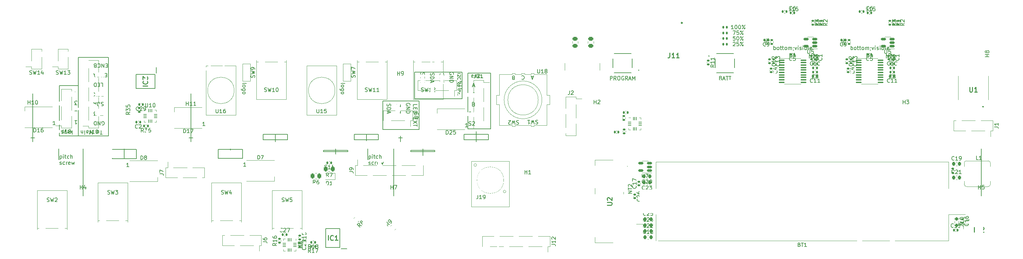
<source format=gbr>
%TF.GenerationSoftware,KiCad,Pcbnew,(6.0.5)*%
%TF.CreationDate,2022-07-01T10:57:45+02:00*%
%TF.ProjectId,clarinoid-bodytest,636c6172-696e-46f6-9964-2d626f647974,rev?*%
%TF.SameCoordinates,Original*%
%TF.FileFunction,Legend,Top*%
%TF.FilePolarity,Positive*%
%FSLAX46Y46*%
G04 Gerber Fmt 4.6, Leading zero omitted, Abs format (unit mm)*
G04 Created by KiCad (PCBNEW (6.0.5)) date 2022-07-01 10:57:45*
%MOMM*%
%LPD*%
G01*
G04 APERTURE LIST*
G04 Aperture macros list*
%AMRoundRect*
0 Rectangle with rounded corners*
0 $1 Rounding radius*
0 $2 $3 $4 $5 $6 $7 $8 $9 X,Y pos of 4 corners*
0 Add a 4 corners polygon primitive as box body*
4,1,4,$2,$3,$4,$5,$6,$7,$8,$9,$2,$3,0*
0 Add four circle primitives for the rounded corners*
1,1,$1+$1,$2,$3*
1,1,$1+$1,$4,$5*
1,1,$1+$1,$6,$7*
1,1,$1+$1,$8,$9*
0 Add four rect primitives between the rounded corners*
20,1,$1+$1,$2,$3,$4,$5,0*
20,1,$1+$1,$4,$5,$6,$7,0*
20,1,$1+$1,$6,$7,$8,$9,0*
20,1,$1+$1,$8,$9,$2,$3,0*%
%AMHorizOval*
0 Thick line with rounded ends*
0 $1 width*
0 $2 $3 position (X,Y) of the first rounded end (center of the circle)*
0 $4 $5 position (X,Y) of the second rounded end (center of the circle)*
0 Add line between two ends*
20,1,$1,$2,$3,$4,$5,0*
0 Add two circle primitives to create the rounded ends*
1,1,$1,$2,$3*
1,1,$1,$4,$5*%
%AMFreePoly0*
4,1,14,0.088284,0.450784,0.100000,0.422500,0.100000,-0.422500,0.088284,-0.450784,0.060000,-0.462500,0.036569,-0.462500,0.008285,-0.450784,-0.088284,-0.354215,-0.100000,-0.325931,-0.100000,0.422500,-0.088284,0.450784,-0.060000,0.462500,0.060000,0.462500,0.088284,0.450784,0.088284,0.450784,$1*%
%AMFreePoly1*
4,1,14,0.088284,0.450784,0.100000,0.422500,0.100000,-0.325931,0.088284,-0.354215,-0.008285,-0.450784,-0.036569,-0.462500,-0.060000,-0.462500,-0.088284,-0.450784,-0.100000,-0.422500,-0.100000,0.422500,-0.088284,0.450784,-0.060000,0.462500,0.060000,0.462500,0.088284,0.450784,0.088284,0.450784,$1*%
%AMFreePoly2*
4,1,14,0.450784,0.088284,0.462500,0.060000,0.462500,-0.060000,0.450784,-0.088284,0.422500,-0.100000,-0.422500,-0.100000,-0.450784,-0.088284,-0.462500,-0.060000,-0.462500,-0.036569,-0.450784,-0.008285,-0.354215,0.088284,-0.325931,0.100000,0.422500,0.100000,0.450784,0.088284,0.450784,0.088284,$1*%
%AMFreePoly3*
4,1,14,0.450784,0.088284,0.462500,0.060000,0.462500,-0.060000,0.450784,-0.088284,0.422500,-0.100000,-0.325931,-0.100000,-0.354215,-0.088284,-0.450784,0.008285,-0.462500,0.036569,-0.462500,0.060000,-0.450784,0.088284,-0.422500,0.100000,0.422500,0.100000,0.450784,0.088284,0.450784,0.088284,$1*%
%AMFreePoly4*
4,1,14,-0.008285,0.450784,0.088284,0.354215,0.100000,0.325931,0.100000,-0.422500,0.088284,-0.450784,0.060000,-0.462500,-0.060000,-0.462500,-0.088284,-0.450784,-0.100000,-0.422500,-0.100000,0.422500,-0.088284,0.450784,-0.060000,0.462500,-0.036569,0.462500,-0.008285,0.450784,-0.008285,0.450784,$1*%
%AMFreePoly5*
4,1,14,0.088284,0.450784,0.100000,0.422500,0.100000,-0.422500,0.088284,-0.450784,0.060000,-0.462500,-0.060000,-0.462500,-0.088284,-0.450784,-0.100000,-0.422500,-0.100000,0.325931,-0.088284,0.354215,0.008285,0.450784,0.036569,0.462500,0.060000,0.462500,0.088284,0.450784,0.088284,0.450784,$1*%
%AMFreePoly6*
4,1,14,0.450784,0.088284,0.462500,0.060000,0.462500,0.036569,0.450784,0.008285,0.354215,-0.088284,0.325931,-0.100000,-0.422500,-0.100000,-0.450784,-0.088284,-0.462500,-0.060000,-0.462500,0.060000,-0.450784,0.088284,-0.422500,0.100000,0.422500,0.100000,0.450784,0.088284,0.450784,0.088284,$1*%
%AMFreePoly7*
4,1,14,0.354215,0.088284,0.450784,-0.008285,0.462500,-0.036569,0.462500,-0.060000,0.450784,-0.088284,0.422500,-0.100000,-0.422500,-0.100000,-0.450784,-0.088284,-0.462500,-0.060000,-0.462500,0.060000,-0.450784,0.088284,-0.422500,0.100000,0.325931,0.100000,0.354215,0.088284,0.354215,0.088284,$1*%
G04 Aperture macros list end*
%ADD10C,0.150000*%
%ADD11C,0.254000*%
%ADD12C,0.100000*%
%ADD13C,0.300000*%
%ADD14C,0.120000*%
%ADD15C,0.200000*%
%ADD16C,0.127000*%
%ADD17C,2.700000*%
%ADD18R,1.300000X2.375000*%
%ADD19R,1.000000X2.510000*%
%ADD20RoundRect,0.150000X0.512500X0.150000X-0.512500X0.150000X-0.512500X-0.150000X0.512500X-0.150000X0*%
%ADD21RoundRect,0.140000X-0.170000X0.140000X-0.170000X-0.140000X0.170000X-0.140000X0.170000X0.140000X0*%
%ADD22RoundRect,0.135000X-0.185000X0.135000X-0.185000X-0.135000X0.185000X-0.135000X0.185000X0.135000X0*%
%ADD23RoundRect,0.135000X0.185000X-0.135000X0.185000X0.135000X-0.185000X0.135000X-0.185000X-0.135000X0*%
%ADD24RoundRect,0.140000X0.140000X0.170000X-0.140000X0.170000X-0.140000X-0.170000X0.140000X-0.170000X0*%
%ADD25C,1.800000*%
%ADD26RoundRect,0.140000X-0.140000X-0.170000X0.140000X-0.170000X0.140000X0.170000X-0.140000X0.170000X0*%
%ADD27RoundRect,0.100000X-0.637500X-0.100000X0.637500X-0.100000X0.637500X0.100000X-0.637500X0.100000X0*%
%ADD28RoundRect,0.135000X-0.135000X-0.185000X0.135000X-0.185000X0.135000X0.185000X-0.135000X0.185000X0*%
%ADD29O,1.200000X2.000000*%
%ADD30RoundRect,0.135000X0.135000X0.185000X-0.135000X0.185000X-0.135000X-0.185000X0.135000X-0.185000X0*%
%ADD31R,2.510000X1.000000*%
%ADD32O,3.000000X2.150000*%
%ADD33R,0.450000X1.475000*%
%ADD34RoundRect,0.225000X-0.225000X-0.250000X0.225000X-0.250000X0.225000X0.250000X-0.225000X0.250000X0*%
%ADD35R,0.950000X0.700000*%
%ADD36R,2.250000X2.850000*%
%ADD37RoundRect,0.147500X-0.147500X-0.172500X0.147500X-0.172500X0.147500X0.172500X-0.147500X0.172500X0*%
%ADD38C,2.390000*%
%ADD39C,3.450000*%
%ADD40R,7.340000X6.350000*%
%ADD41R,1.600000X1.600000*%
%ADD42C,1.600000*%
%ADD43C,0.650000*%
%ADD44R,0.300000X1.150000*%
%ADD45O,1.000000X2.100000*%
%ADD46O,1.000000X1.600000*%
%ADD47C,6.500000*%
%ADD48RoundRect,0.225000X0.225000X0.250000X-0.225000X0.250000X-0.225000X-0.250000X0.225000X-0.250000X0*%
%ADD49R,0.600000X0.450000*%
%ADD50C,6.200000*%
%ADD51R,1.500000X1.000000*%
%ADD52C,1.000000*%
%ADD53R,0.700000X1.600000*%
%ADD54R,1.200000X1.500000*%
%ADD55R,1.200000X2.200000*%
%ADD56R,1.600000X1.500000*%
%ADD57RoundRect,0.250000X0.262500X0.450000X-0.262500X0.450000X-0.262500X-0.450000X0.262500X-0.450000X0*%
%ADD58C,7.000000*%
%ADD59R,1.200000X3.000000*%
%ADD60O,1.700000X2.200000*%
%ADD61O,2.200000X1.700000*%
%ADD62C,4.000000*%
%ADD63R,1.850000X3.500000*%
%ADD64RoundRect,0.250000X0.132583X-0.503814X0.503814X-0.132583X-0.132583X0.503814X-0.503814X0.132583X0*%
%ADD65R,1.000000X0.750000*%
%ADD66RoundRect,0.250000X-0.450000X0.262500X-0.450000X-0.262500X0.450000X-0.262500X0.450000X0.262500X0*%
%ADD67C,7.500000*%
%ADD68FreePoly0,0.000000*%
%ADD69RoundRect,0.050000X-0.050000X-0.412500X0.050000X-0.412500X0.050000X0.412500X-0.050000X0.412500X0*%
%ADD70FreePoly1,0.000000*%
%ADD71FreePoly2,0.000000*%
%ADD72RoundRect,0.050000X-0.412500X-0.050000X0.412500X-0.050000X0.412500X0.050000X-0.412500X0.050000X0*%
%ADD73FreePoly3,0.000000*%
%ADD74FreePoly4,0.000000*%
%ADD75FreePoly5,0.000000*%
%ADD76FreePoly6,0.000000*%
%ADD77FreePoly7,0.000000*%
%ADD78RoundRect,0.250000X-0.132583X0.503814X-0.503814X0.132583X0.132583X-0.503814X0.503814X-0.132583X0*%
%ADD79RoundRect,0.140000X0.170000X-0.140000X0.170000X0.140000X-0.170000X0.140000X-0.170000X-0.140000X0*%
%ADD80RoundRect,0.200000X-0.275000X0.200000X-0.275000X-0.200000X0.275000X-0.200000X0.275000X0.200000X0*%
%ADD81C,1.650000*%
%ADD82C,1.150000*%
%ADD83R,1.550000X0.300000*%
%ADD84R,2.750000X1.200000*%
%ADD85FreePoly7,270.000000*%
%ADD86RoundRect,0.050000X-0.050000X0.412500X-0.050000X-0.412500X0.050000X-0.412500X0.050000X0.412500X0*%
%ADD87FreePoly6,270.000000*%
%ADD88FreePoly5,270.000000*%
%ADD89RoundRect,0.050000X-0.412500X0.050000X-0.412500X-0.050000X0.412500X-0.050000X0.412500X0.050000X0*%
%ADD90FreePoly4,270.000000*%
%ADD91FreePoly3,270.000000*%
%ADD92FreePoly2,270.000000*%
%ADD93FreePoly1,270.000000*%
%ADD94FreePoly0,270.000000*%
%ADD95R,1.475000X0.450000*%
%ADD96HorizOval,1.700000X0.388909X0.388909X-0.388909X-0.388909X0*%
%ADD97C,8.500000*%
%ADD98O,1.600000X1.600000*%
%ADD99O,1.400000X2.500000*%
%ADD100O,1.400000X2.000000*%
%ADD101C,0.800000*%
%ADD102C,0.600000*%
G04 APERTURE END LIST*
D10*
X-289639196Y-217322034D02*
X-289639196Y-220197034D01*
X-179489196Y-215397034D02*
X-179489196Y-212697034D01*
X-276501696Y-213932034D02*
X-284501696Y-213932034D01*
X-284501696Y-213932034D02*
X-284501696Y-193130034D01*
X-284501696Y-193130034D02*
X-276501696Y-193130034D01*
X-276501696Y-193130034D02*
X-276501696Y-213932034D01*
X-235689196Y-214897034D02*
X-229289196Y-214897034D01*
X-229289196Y-214897034D02*
X-229289196Y-213497034D01*
X-229289196Y-213497034D02*
X-235689196Y-213497034D01*
X-235689196Y-213497034D02*
X-235689196Y-214897034D01*
X-182689196Y-214897034D02*
X-176289196Y-214897034D01*
X-176289196Y-214897034D02*
X-176289196Y-213497034D01*
X-176289196Y-213497034D02*
X-182689196Y-213497034D01*
X-182689196Y-213497034D02*
X-182689196Y-214897034D01*
X-194601696Y-204697034D02*
X-204101696Y-204697034D01*
X-204101696Y-204697034D02*
X-204101696Y-212197034D01*
X-204101696Y-212197034D02*
X-194601696Y-212197034D01*
X-194601696Y-212197034D02*
X-194601696Y-204697034D01*
X-199001696Y-214397034D02*
X-200001696Y-214397034D01*
X-193589196Y-217322034D02*
X-193589196Y-219097034D01*
X-201251696Y-217322034D02*
X-201251696Y-231197034D01*
X-254751696Y-201397034D02*
X-254751696Y-215397034D01*
X-216589196Y-217322034D02*
X-216589196Y-219097034D01*
X-272339196Y-217322034D02*
X-272339196Y-219897034D01*
X-211689196Y-214897034D02*
X-205289196Y-214897034D01*
X-205289196Y-214897034D02*
X-205289196Y-213497034D01*
X-205289196Y-213497034D02*
X-211689196Y-213497034D01*
X-211689196Y-213497034D02*
X-211689196Y-214897034D01*
X-296501696Y-201397034D02*
X-296501696Y-215397034D01*
X-241139196Y-217462034D02*
X-247539196Y-217462034D01*
X-247539196Y-217462034D02*
X-247539196Y-219862034D01*
X-247539196Y-219862034D02*
X-241139196Y-219862034D01*
X-241139196Y-219862034D02*
X-241139196Y-217462034D01*
X-254251696Y-214397034D02*
X-255251696Y-214397034D01*
X-190389196Y-217697034D02*
X-196789196Y-217697034D01*
X-196789196Y-217697034D02*
X-196789196Y-218097034D01*
X-196789196Y-218097034D02*
X-190389196Y-218097034D01*
X-190389196Y-218097034D02*
X-190389196Y-217697034D01*
X-244339196Y-217322034D02*
X-244339196Y-217622034D01*
X-208139196Y-217322034D02*
X-208139196Y-220197034D01*
X-213389196Y-217697034D02*
X-219789196Y-217697034D01*
X-219789196Y-217697034D02*
X-219789196Y-218097034D01*
X-219789196Y-218097034D02*
X-213389196Y-218097034D01*
X-213389196Y-218097034D02*
X-213389196Y-217697034D01*
X-46251696Y-217322034D02*
X-46251696Y-231197034D01*
X-183239696Y-197097034D02*
X-195763696Y-197097034D01*
X-195763696Y-197097034D02*
X-195763696Y-204097034D01*
X-195763696Y-204097034D02*
X-183239696Y-204097034D01*
X-183239696Y-204097034D02*
X-183239696Y-197097034D01*
X-208489196Y-215197034D02*
X-208489196Y-213497034D01*
X-181701696Y-197297034D02*
X-175701696Y-197297034D01*
X-175701696Y-197297034D02*
X-175701696Y-212075034D01*
X-175701696Y-212075034D02*
X-181701696Y-212075034D01*
X-181701696Y-212075034D02*
X-181701696Y-197297034D01*
X-199501696Y-213897034D02*
X-199501696Y-215397034D01*
X-269139196Y-217497034D02*
X-275539196Y-217497034D01*
X-275539196Y-217497034D02*
X-275539196Y-219897034D01*
X-275539196Y-219897034D02*
X-269139196Y-219897034D01*
X-269139196Y-219897034D02*
X-269139196Y-217497034D01*
X-283251696Y-217322034D02*
X-283251696Y-231197034D01*
X-232489196Y-215397034D02*
X-232489196Y-213497034D01*
X-284501696Y-213932034D02*
X-289501696Y-213932034D01*
X-289501696Y-213932034D02*
X-289501696Y-200654034D01*
X-289501696Y-200654034D02*
X-284501696Y-200654034D01*
X-284501696Y-200654034D02*
X-284501696Y-213932034D01*
X-296001696Y-214397034D02*
X-297001696Y-214397034D01*
X-284835510Y-208176414D02*
X-284883129Y-208224034D01*
X-284978367Y-208271653D01*
X-285216462Y-208271653D01*
X-285311700Y-208224034D01*
X-285359319Y-208176414D01*
X-285406938Y-208081176D01*
X-285406938Y-207985938D01*
X-285359319Y-207843081D01*
X-284787891Y-207271653D01*
X-285406938Y-207271653D01*
X-185540185Y-197656257D02*
X-185492565Y-197561019D01*
X-185492565Y-197418162D01*
X-185540185Y-197275305D01*
X-185635423Y-197180067D01*
X-185730661Y-197132448D01*
X-185921137Y-197084829D01*
X-186063994Y-197084829D01*
X-186254470Y-197132448D01*
X-186349708Y-197180067D01*
X-186444946Y-197275305D01*
X-186492565Y-197418162D01*
X-186492565Y-197513400D01*
X-186444946Y-197656257D01*
X-186397327Y-197703876D01*
X-186063994Y-197703876D01*
X-186063994Y-197513400D01*
X-186492565Y-198132448D02*
X-185492565Y-198132448D01*
X-186492565Y-198703876D01*
X-185492565Y-198703876D01*
X-186492565Y-199180067D02*
X-185492565Y-199180067D01*
X-185492565Y-199418162D01*
X-185540185Y-199561019D01*
X-185635423Y-199656257D01*
X-185730661Y-199703876D01*
X-185921137Y-199751495D01*
X-186063994Y-199751495D01*
X-186254470Y-199703876D01*
X-186349708Y-199656257D01*
X-186444946Y-199561019D01*
X-186492565Y-199418162D01*
X-186492565Y-199180067D01*
X-194058457Y-197180067D02*
X-194106076Y-197322924D01*
X-194106076Y-197561019D01*
X-194058457Y-197656257D01*
X-194010838Y-197703876D01*
X-193915600Y-197751495D01*
X-193820362Y-197751495D01*
X-193725124Y-197703876D01*
X-193677505Y-197656257D01*
X-193629886Y-197561019D01*
X-193582267Y-197370543D01*
X-193534648Y-197275305D01*
X-193487029Y-197227686D01*
X-193391791Y-197180067D01*
X-193296553Y-197180067D01*
X-193201315Y-197227686D01*
X-193153696Y-197275305D01*
X-193106076Y-197370543D01*
X-193106076Y-197608638D01*
X-193153696Y-197751495D01*
X-194010838Y-198751495D02*
X-194058457Y-198703876D01*
X-194106076Y-198561019D01*
X-194106076Y-198465781D01*
X-194058457Y-198322924D01*
X-193963219Y-198227686D01*
X-193867981Y-198180067D01*
X-193677505Y-198132448D01*
X-193534648Y-198132448D01*
X-193344172Y-198180067D01*
X-193248934Y-198227686D01*
X-193153696Y-198322924D01*
X-193106076Y-198465781D01*
X-193106076Y-198561019D01*
X-193153696Y-198703876D01*
X-193201315Y-198751495D01*
X-194106076Y-199180067D02*
X-193106076Y-199180067D01*
X-194106076Y-199751495D02*
X-193534648Y-199322924D01*
X-193106076Y-199751495D02*
X-193677505Y-199180067D01*
X-241104857Y-200158938D02*
X-241057238Y-200063700D01*
X-240962000Y-200016081D01*
X-240104857Y-200016081D01*
X-241104857Y-200682748D02*
X-241057238Y-200587510D01*
X-241009619Y-200539891D01*
X-240914381Y-200492272D01*
X-240628667Y-200492272D01*
X-240533429Y-200539891D01*
X-240485810Y-200587510D01*
X-240438191Y-200682748D01*
X-240438191Y-200825605D01*
X-240485810Y-200920843D01*
X-240533429Y-200968462D01*
X-240628667Y-201016081D01*
X-240914381Y-201016081D01*
X-241009619Y-200968462D01*
X-241057238Y-200920843D01*
X-241104857Y-200825605D01*
X-241104857Y-200682748D01*
X-240438191Y-201873224D02*
X-241247715Y-201873224D01*
X-241342953Y-201825605D01*
X-241390572Y-201777986D01*
X-241438191Y-201682748D01*
X-241438191Y-201539891D01*
X-241390572Y-201444653D01*
X-241057238Y-201873224D02*
X-241104857Y-201777986D01*
X-241104857Y-201587510D01*
X-241057238Y-201492272D01*
X-241009619Y-201444653D01*
X-240914381Y-201397034D01*
X-240628667Y-201397034D01*
X-240533429Y-201444653D01*
X-240485810Y-201492272D01*
X-240438191Y-201587510D01*
X-240438191Y-201777986D01*
X-240485810Y-201873224D01*
X-241104857Y-202492272D02*
X-241057238Y-202397034D01*
X-241009619Y-202349414D01*
X-240914381Y-202301795D01*
X-240628667Y-202301795D01*
X-240533429Y-202349414D01*
X-240485810Y-202397034D01*
X-240438191Y-202492272D01*
X-240438191Y-202635129D01*
X-240485810Y-202730367D01*
X-240533429Y-202777986D01*
X-240628667Y-202825605D01*
X-240914381Y-202825605D01*
X-241009619Y-202777986D01*
X-241057238Y-202730367D01*
X-241104857Y-202635129D01*
X-241104857Y-202492272D01*
X-188026076Y-197418162D02*
X-188026076Y-198037210D01*
X-188407029Y-197703876D01*
X-188407029Y-197846733D01*
X-188454648Y-197941972D01*
X-188502267Y-197989591D01*
X-188597505Y-198037210D01*
X-188835600Y-198037210D01*
X-188930838Y-197989591D01*
X-188978457Y-197941972D01*
X-189026076Y-197846733D01*
X-189026076Y-197561019D01*
X-188978457Y-197465781D01*
X-188930838Y-197418162D01*
X-188359410Y-198370543D02*
X-189026076Y-198608638D01*
X-188359410Y-198846733D01*
X-188026076Y-199132448D02*
X-188026076Y-199751495D01*
X-188407029Y-199418162D01*
X-188407029Y-199561019D01*
X-188454648Y-199656257D01*
X-188502267Y-199703876D01*
X-188597505Y-199751495D01*
X-188835600Y-199751495D01*
X-188930838Y-199703876D01*
X-188978457Y-199656257D01*
X-189026076Y-199561019D01*
X-189026076Y-199275305D01*
X-188978457Y-199180067D01*
X-188930838Y-199132448D01*
X-181429043Y-208537306D02*
X-181286186Y-208584925D01*
X-181048091Y-208584925D01*
X-180952853Y-208537306D01*
X-180905234Y-208489687D01*
X-180857615Y-208394449D01*
X-180857615Y-208299211D01*
X-180905234Y-208203973D01*
X-180952853Y-208156354D01*
X-181048091Y-208108735D01*
X-181238567Y-208061116D01*
X-181333805Y-208013497D01*
X-181381424Y-207965878D01*
X-181429043Y-207870640D01*
X-181429043Y-207775402D01*
X-181381424Y-207680164D01*
X-181333805Y-207632545D01*
X-181238567Y-207584925D01*
X-181000472Y-207584925D01*
X-180857615Y-207632545D01*
X-179905234Y-208584925D02*
X-180476662Y-208584925D01*
X-180190948Y-208584925D02*
X-180190948Y-207584925D01*
X-180286186Y-207727783D01*
X-180381424Y-207823021D01*
X-180476662Y-207870640D01*
X-278231700Y-211018034D02*
X-278136462Y-211065653D01*
X-277993605Y-211065653D01*
X-277850748Y-211018034D01*
X-277755510Y-210922795D01*
X-277707891Y-210827557D01*
X-277660272Y-210637081D01*
X-277660272Y-210494224D01*
X-277707891Y-210303748D01*
X-277755510Y-210208510D01*
X-277850748Y-210113272D01*
X-277993605Y-210065653D01*
X-278088843Y-210065653D01*
X-278231700Y-210113272D01*
X-278279319Y-210160891D01*
X-278279319Y-210494224D01*
X-278088843Y-210494224D01*
X-278707891Y-210065653D02*
X-278707891Y-211065653D01*
X-279279319Y-210065653D01*
X-279279319Y-211065653D01*
X-279755510Y-210065653D02*
X-279755510Y-211065653D01*
X-279993605Y-211065653D01*
X-280136462Y-211018034D01*
X-280231700Y-210922795D01*
X-280279319Y-210827557D01*
X-280326938Y-210637081D01*
X-280326938Y-210494224D01*
X-280279319Y-210303748D01*
X-280231700Y-210208510D01*
X-280136462Y-210113272D01*
X-279993605Y-210065653D01*
X-279755510Y-210065653D01*
X-114975254Y-198621094D02*
X-114832397Y-198668713D01*
X-114784778Y-198716332D01*
X-114737159Y-198811570D01*
X-114737159Y-198954427D01*
X-114784778Y-199049665D01*
X-114832397Y-199097284D01*
X-114927635Y-199144903D01*
X-115308587Y-199144903D01*
X-115308587Y-198144903D01*
X-114975254Y-198144903D01*
X-114880016Y-198192523D01*
X-114832397Y-198240142D01*
X-114784778Y-198335380D01*
X-114784778Y-198430618D01*
X-114832397Y-198525856D01*
X-114880016Y-198573475D01*
X-114975254Y-198621094D01*
X-115308587Y-198621094D01*
X-114356207Y-198859189D02*
X-113880016Y-198859189D01*
X-114451445Y-199144903D02*
X-114118111Y-198144903D01*
X-113784778Y-199144903D01*
X-113594302Y-198144903D02*
X-113022873Y-198144903D01*
X-113308587Y-199144903D02*
X-113308587Y-198144903D01*
X-112832397Y-198144903D02*
X-112260968Y-198144903D01*
X-112546683Y-199144903D02*
X-112546683Y-198144903D01*
X-111614302Y-185644903D02*
X-112185730Y-185644903D01*
X-111900016Y-185644903D02*
X-111900016Y-184644903D01*
X-111995254Y-184787761D01*
X-112090492Y-184882999D01*
X-112185730Y-184930618D01*
X-110995254Y-184644903D02*
X-110900016Y-184644903D01*
X-110804778Y-184692523D01*
X-110757159Y-184740142D01*
X-110709540Y-184835380D01*
X-110661921Y-185025856D01*
X-110661921Y-185263951D01*
X-110709540Y-185454427D01*
X-110757159Y-185549665D01*
X-110804778Y-185597284D01*
X-110900016Y-185644903D01*
X-110995254Y-185644903D01*
X-111090492Y-185597284D01*
X-111138111Y-185549665D01*
X-111185730Y-185454427D01*
X-111233349Y-185263951D01*
X-111233349Y-185025856D01*
X-111185730Y-184835380D01*
X-111138111Y-184740142D01*
X-111090492Y-184692523D01*
X-110995254Y-184644903D01*
X-110042873Y-184644903D02*
X-109947635Y-184644903D01*
X-109852397Y-184692523D01*
X-109804778Y-184740142D01*
X-109757159Y-184835380D01*
X-109709540Y-185025856D01*
X-109709540Y-185263951D01*
X-109757159Y-185454427D01*
X-109804778Y-185549665D01*
X-109852397Y-185597284D01*
X-109947635Y-185644903D01*
X-110042873Y-185644903D01*
X-110138111Y-185597284D01*
X-110185730Y-185549665D01*
X-110233349Y-185454427D01*
X-110280968Y-185263951D01*
X-110280968Y-185025856D01*
X-110233349Y-184835380D01*
X-110185730Y-184740142D01*
X-110138111Y-184692523D01*
X-110042873Y-184644903D01*
X-109328587Y-185644903D02*
X-108566683Y-184644903D01*
X-109185730Y-184644903D02*
X-109090492Y-184692523D01*
X-109042873Y-184787761D01*
X-109090492Y-184882999D01*
X-109185730Y-184930618D01*
X-109280968Y-184882999D01*
X-109328587Y-184787761D01*
X-109280968Y-184692523D01*
X-109185730Y-184644903D01*
X-108614302Y-185597284D02*
X-108566683Y-185502046D01*
X-108614302Y-185406808D01*
X-108709540Y-185359189D01*
X-108804778Y-185406808D01*
X-108852397Y-185502046D01*
X-108804778Y-185597284D01*
X-108709540Y-185644903D01*
X-108614302Y-185597284D01*
X-278517415Y-199905653D02*
X-278041224Y-199905653D01*
X-278041224Y-200905653D01*
X-278850748Y-200429462D02*
X-279184081Y-200429462D01*
X-279326938Y-199905653D02*
X-278850748Y-199905653D01*
X-278850748Y-200905653D01*
X-279326938Y-200905653D01*
X-279755510Y-199905653D02*
X-279755510Y-200905653D01*
X-279993605Y-200905653D01*
X-280136462Y-200858034D01*
X-280231700Y-200762795D01*
X-280279319Y-200667557D01*
X-280326938Y-200477081D01*
X-280326938Y-200334224D01*
X-280279319Y-200143748D01*
X-280231700Y-200048510D01*
X-280136462Y-199953272D01*
X-279993605Y-199905653D01*
X-279755510Y-199905653D01*
X-180143329Y-205521116D02*
X-180000472Y-205568735D01*
X-179952853Y-205616354D01*
X-179905234Y-205711592D01*
X-179905234Y-205854449D01*
X-179952853Y-205949687D01*
X-180000472Y-205997306D01*
X-180095710Y-206044925D01*
X-180476662Y-206044925D01*
X-180476662Y-205044925D01*
X-180143329Y-205044925D01*
X-180048091Y-205092545D01*
X-180000472Y-205140164D01*
X-179952853Y-205235402D01*
X-179952853Y-205330640D01*
X-180000472Y-205425878D01*
X-180048091Y-205473497D01*
X-180143329Y-205521116D01*
X-180476662Y-205521116D01*
X-278168362Y-213479653D02*
X-278739791Y-213479653D01*
X-278454076Y-212479653D02*
X-278454076Y-213479653D01*
X-279215981Y-212479653D02*
X-279120743Y-212527272D01*
X-279073124Y-212574891D01*
X-279025505Y-212670129D01*
X-279025505Y-212955843D01*
X-279073124Y-213051081D01*
X-279120743Y-213098700D01*
X-279215981Y-213146319D01*
X-279358838Y-213146319D01*
X-279454076Y-213098700D01*
X-279501696Y-213051081D01*
X-279549315Y-212955843D01*
X-279549315Y-212670129D01*
X-279501696Y-212574891D01*
X-279454076Y-212527272D01*
X-279358838Y-212479653D01*
X-279215981Y-212479653D01*
X-280739791Y-212479653D02*
X-280739791Y-213479653D01*
X-281073124Y-212765367D01*
X-281406457Y-213479653D01*
X-281406457Y-212479653D01*
X-282311219Y-212479653D02*
X-282311219Y-213003462D01*
X-282263600Y-213098700D01*
X-282168362Y-213146319D01*
X-281977886Y-213146319D01*
X-281882648Y-213098700D01*
X-282311219Y-212527272D02*
X-282215981Y-212479653D01*
X-281977886Y-212479653D01*
X-281882648Y-212527272D01*
X-281835029Y-212622510D01*
X-281835029Y-212717748D01*
X-281882648Y-212812986D01*
X-281977886Y-212860605D01*
X-282215981Y-212860605D01*
X-282311219Y-212908224D01*
X-282787410Y-212479653D02*
X-282787410Y-213146319D01*
X-282787410Y-213479653D02*
X-282739791Y-213432034D01*
X-282787410Y-213384414D01*
X-282835029Y-213432034D01*
X-282787410Y-213479653D01*
X-282787410Y-213384414D01*
X-283263600Y-213146319D02*
X-283263600Y-212479653D01*
X-283263600Y-213051081D02*
X-283311219Y-213098700D01*
X-283406457Y-213146319D01*
X-283549315Y-213146319D01*
X-283644553Y-213098700D01*
X-283692172Y-213003462D01*
X-283692172Y-212479653D01*
X-285406938Y-209811653D02*
X-284835510Y-209811653D01*
X-285121224Y-209811653D02*
X-285121224Y-210811653D01*
X-285025986Y-210668795D01*
X-284930748Y-210573557D01*
X-284835510Y-210525938D01*
X-184402089Y-197416962D02*
X-183602089Y-197416962D01*
X-183678280Y-197759819D02*
X-183640185Y-197797914D01*
X-183602089Y-197874105D01*
X-183602089Y-198064581D01*
X-183640185Y-198140772D01*
X-183678280Y-198178867D01*
X-183754470Y-198216962D01*
X-183830661Y-198216962D01*
X-183944946Y-198178867D01*
X-184402089Y-197721724D01*
X-184402089Y-198216962D01*
X-184325899Y-199016962D02*
X-184363994Y-198978867D01*
X-184402089Y-198864581D01*
X-184402089Y-198788391D01*
X-184363994Y-198674105D01*
X-184287804Y-198597914D01*
X-184211613Y-198559819D01*
X-184059232Y-198521724D01*
X-183944946Y-198521724D01*
X-183792565Y-198559819D01*
X-183716375Y-198597914D01*
X-183640185Y-198674105D01*
X-183602089Y-198788391D01*
X-183602089Y-198864581D01*
X-183640185Y-198978867D01*
X-183678280Y-199016962D01*
X-183868756Y-199855057D02*
X-183868756Y-200159819D01*
X-183602089Y-199969343D02*
X-184287804Y-199969343D01*
X-184363994Y-200007438D01*
X-184402089Y-200083629D01*
X-184402089Y-200159819D01*
X-184402089Y-200540772D02*
X-184363994Y-200464581D01*
X-184325899Y-200426486D01*
X-184249708Y-200388391D01*
X-184021137Y-200388391D01*
X-183944946Y-200426486D01*
X-183906851Y-200464581D01*
X-183868756Y-200540772D01*
X-183868756Y-200655057D01*
X-183906851Y-200731248D01*
X-183944946Y-200769343D01*
X-184021137Y-200807438D01*
X-184249708Y-200807438D01*
X-184325899Y-200769343D01*
X-184363994Y-200731248D01*
X-184402089Y-200655057D01*
X-184402089Y-200540772D01*
X-184402089Y-201759819D02*
X-183602089Y-201759819D01*
X-183602089Y-202064581D01*
X-183640185Y-202140772D01*
X-183678280Y-202178867D01*
X-183754470Y-202216962D01*
X-183868756Y-202216962D01*
X-183944946Y-202178867D01*
X-183983042Y-202140772D01*
X-184021137Y-202064581D01*
X-184021137Y-201759819D01*
X-184402089Y-202559819D02*
X-183868756Y-202559819D01*
X-184021137Y-202559819D02*
X-183944946Y-202597914D01*
X-183906851Y-202636010D01*
X-183868756Y-202712200D01*
X-183868756Y-202788391D01*
X-184325899Y-203055057D02*
X-184363994Y-203093153D01*
X-184402089Y-203055057D01*
X-184363994Y-203016962D01*
X-184325899Y-203055057D01*
X-184402089Y-203055057D01*
X-180381424Y-200679211D02*
X-179905234Y-200679211D01*
X-180476662Y-200964925D02*
X-180143329Y-199964925D01*
X-179809996Y-200964925D01*
X-285311700Y-202858319D02*
X-285311700Y-202191653D01*
X-285073605Y-203239272D02*
X-284835510Y-202524986D01*
X-285454557Y-202524986D01*
X-277993605Y-208525653D02*
X-278612653Y-208525653D01*
X-278279319Y-208144700D01*
X-278422176Y-208144700D01*
X-278517415Y-208097081D01*
X-278565034Y-208049462D01*
X-278612653Y-207954224D01*
X-278612653Y-207716129D01*
X-278565034Y-207620891D01*
X-278517415Y-207573272D01*
X-278422176Y-207525653D01*
X-278136462Y-207525653D01*
X-278041224Y-207573272D01*
X-277993605Y-207620891D01*
X-278945986Y-208192319D02*
X-279184081Y-207525653D01*
X-279422176Y-208192319D01*
X-279707891Y-208525653D02*
X-280326938Y-208525653D01*
X-279993605Y-208144700D01*
X-280136462Y-208144700D01*
X-280231700Y-208097081D01*
X-280279319Y-208049462D01*
X-280326938Y-207954224D01*
X-280326938Y-207716129D01*
X-280279319Y-207620891D01*
X-280231700Y-207573272D01*
X-280136462Y-207525653D01*
X-279850748Y-207525653D01*
X-279755510Y-207573272D01*
X-279707891Y-207620891D01*
X-286120743Y-212479653D02*
X-286120743Y-213479653D01*
X-286215981Y-212860605D02*
X-286501696Y-212479653D01*
X-286501696Y-213146319D02*
X-286120743Y-212765367D01*
X-287311219Y-212527272D02*
X-287215981Y-212479653D01*
X-287025505Y-212479653D01*
X-286930267Y-212527272D01*
X-286882648Y-212622510D01*
X-286882648Y-213003462D01*
X-286930267Y-213098700D01*
X-287025505Y-213146319D01*
X-287215981Y-213146319D01*
X-287311219Y-213098700D01*
X-287358838Y-213003462D01*
X-287358838Y-212908224D01*
X-286882648Y-212812986D01*
X-287692172Y-213146319D02*
X-287930267Y-212479653D01*
X-288168362Y-213146319D02*
X-287930267Y-212479653D01*
X-287835029Y-212241557D01*
X-287787410Y-212193938D01*
X-287692172Y-212146319D01*
X-288501696Y-212527272D02*
X-288596934Y-212479653D01*
X-288787410Y-212479653D01*
X-288882648Y-212527272D01*
X-288930267Y-212622510D01*
X-288930267Y-212670129D01*
X-288882648Y-212765367D01*
X-288787410Y-212812986D01*
X-288644553Y-212812986D01*
X-288549315Y-212860605D01*
X-288501696Y-212955843D01*
X-288501696Y-213003462D01*
X-288549315Y-213098700D01*
X-288644553Y-213146319D01*
X-288787410Y-213146319D01*
X-288882648Y-213098700D01*
X-284787891Y-205701653D02*
X-285406938Y-205701653D01*
X-285073605Y-205320700D01*
X-285216462Y-205320700D01*
X-285311700Y-205273081D01*
X-285359319Y-205225462D01*
X-285406938Y-205130224D01*
X-285406938Y-204892129D01*
X-285359319Y-204796891D01*
X-285311700Y-204749272D01*
X-285216462Y-204701653D01*
X-284930748Y-204701653D01*
X-284835510Y-204749272D01*
X-284787891Y-204796891D01*
X-111185730Y-187644903D02*
X-111661921Y-187644903D01*
X-111709540Y-188121094D01*
X-111661921Y-188073475D01*
X-111566683Y-188025856D01*
X-111328587Y-188025856D01*
X-111233349Y-188073475D01*
X-111185730Y-188121094D01*
X-111138111Y-188216332D01*
X-111138111Y-188454427D01*
X-111185730Y-188549665D01*
X-111233349Y-188597284D01*
X-111328587Y-188644903D01*
X-111566683Y-188644903D01*
X-111661921Y-188597284D01*
X-111709540Y-188549665D01*
X-110519064Y-187644903D02*
X-110423826Y-187644903D01*
X-110328587Y-187692523D01*
X-110280968Y-187740142D01*
X-110233349Y-187835380D01*
X-110185730Y-188025856D01*
X-110185730Y-188263951D01*
X-110233349Y-188454427D01*
X-110280968Y-188549665D01*
X-110328587Y-188597284D01*
X-110423826Y-188644903D01*
X-110519064Y-188644903D01*
X-110614302Y-188597284D01*
X-110661921Y-188549665D01*
X-110709540Y-188454427D01*
X-110757159Y-188263951D01*
X-110757159Y-188025856D01*
X-110709540Y-187835380D01*
X-110661921Y-187740142D01*
X-110614302Y-187692523D01*
X-110519064Y-187644903D01*
X-109804778Y-188644903D02*
X-109042873Y-187644903D01*
X-109661921Y-187644903D02*
X-109566683Y-187692523D01*
X-109519064Y-187787761D01*
X-109566683Y-187882999D01*
X-109661921Y-187930618D01*
X-109757159Y-187882999D01*
X-109804778Y-187787761D01*
X-109757159Y-187692523D01*
X-109661921Y-187644903D01*
X-109090492Y-188597284D02*
X-109042873Y-188502046D01*
X-109090492Y-188406808D01*
X-109185730Y-188359189D01*
X-109280968Y-188406808D01*
X-109328587Y-188502046D01*
X-109280968Y-188597284D01*
X-109185730Y-188644903D01*
X-109090492Y-188597284D01*
X-197007696Y-205813819D02*
X-196960076Y-205718581D01*
X-196960076Y-205575724D01*
X-197007696Y-205432867D01*
X-197102934Y-205337629D01*
X-197198172Y-205290010D01*
X-197388648Y-205242391D01*
X-197531505Y-205242391D01*
X-197721981Y-205290010D01*
X-197817219Y-205337629D01*
X-197912457Y-205432867D01*
X-197960076Y-205575724D01*
X-197960076Y-205670962D01*
X-197912457Y-205813819D01*
X-197864838Y-205861438D01*
X-197531505Y-205861438D01*
X-197531505Y-205670962D01*
X-197960076Y-206290010D02*
X-196960076Y-206290010D01*
X-197960076Y-206861438D01*
X-196960076Y-206861438D01*
X-197960076Y-207337629D02*
X-196960076Y-207337629D01*
X-196960076Y-207575724D01*
X-197007696Y-207718581D01*
X-197102934Y-207813819D01*
X-197198172Y-207861438D01*
X-197388648Y-207909057D01*
X-197531505Y-207909057D01*
X-197721981Y-207861438D01*
X-197817219Y-207813819D01*
X-197912457Y-207718581D01*
X-197960076Y-207575724D01*
X-197960076Y-207337629D01*
X-276945986Y-197889462D02*
X-277279319Y-197889462D01*
X-277422176Y-197365653D02*
X-276945986Y-197365653D01*
X-276945986Y-198365653D01*
X-277422176Y-198365653D01*
X-277850748Y-197365653D02*
X-277850748Y-198365653D01*
X-278422176Y-197365653D01*
X-278422176Y-198365653D01*
X-279469795Y-197460891D02*
X-279422176Y-197413272D01*
X-279279319Y-197365653D01*
X-279184081Y-197365653D01*
X-279041224Y-197413272D01*
X-278945986Y-197508510D01*
X-278898367Y-197603748D01*
X-278850748Y-197794224D01*
X-278850748Y-197937081D01*
X-278898367Y-198127557D01*
X-278945986Y-198222795D01*
X-279041224Y-198318034D01*
X-279184081Y-198365653D01*
X-279279319Y-198365653D01*
X-279422176Y-198318034D01*
X-279469795Y-198270414D01*
X-279850748Y-197651367D02*
X-280326938Y-197651367D01*
X-279755510Y-197365653D02*
X-280088843Y-198365653D01*
X-280422176Y-197365653D01*
X-181429043Y-211077306D02*
X-181286186Y-211124925D01*
X-181048091Y-211124925D01*
X-180952853Y-211077306D01*
X-180905234Y-211029687D01*
X-180857615Y-210934449D01*
X-180857615Y-210839211D01*
X-180905234Y-210743973D01*
X-180952853Y-210696354D01*
X-181048091Y-210648735D01*
X-181238567Y-210601116D01*
X-181333805Y-210553497D01*
X-181381424Y-210505878D01*
X-181429043Y-210410640D01*
X-181429043Y-210315402D01*
X-181381424Y-210220164D01*
X-181333805Y-210172545D01*
X-181238567Y-210124925D01*
X-181000472Y-210124925D01*
X-180857615Y-210172545D01*
X-180476662Y-210220164D02*
X-180429043Y-210172545D01*
X-180333805Y-210124925D01*
X-180095710Y-210124925D01*
X-180000472Y-210172545D01*
X-179952853Y-210220164D01*
X-179905234Y-210315402D01*
X-179905234Y-210410640D01*
X-179952853Y-210553497D01*
X-180524281Y-211124925D01*
X-179905234Y-211124925D01*
X-111757159Y-186144903D02*
X-111090492Y-186144903D01*
X-111519064Y-187144903D01*
X-110233349Y-186144903D02*
X-110709540Y-186144903D01*
X-110757159Y-186621094D01*
X-110709540Y-186573475D01*
X-110614302Y-186525856D01*
X-110376207Y-186525856D01*
X-110280968Y-186573475D01*
X-110233349Y-186621094D01*
X-110185730Y-186716332D01*
X-110185730Y-186954427D01*
X-110233349Y-187049665D01*
X-110280968Y-187097284D01*
X-110376207Y-187144903D01*
X-110614302Y-187144903D01*
X-110709540Y-187097284D01*
X-110757159Y-187049665D01*
X-109804778Y-187144903D02*
X-109042873Y-186144903D01*
X-109661921Y-186144903D02*
X-109566683Y-186192523D01*
X-109519064Y-186287761D01*
X-109566683Y-186382999D01*
X-109661921Y-186430618D01*
X-109757159Y-186382999D01*
X-109804778Y-186287761D01*
X-109757159Y-186192523D01*
X-109661921Y-186144903D01*
X-109090492Y-187097284D02*
X-109042873Y-187002046D01*
X-109090492Y-186906808D01*
X-109185730Y-186859189D01*
X-109280968Y-186906808D01*
X-109328587Y-187002046D01*
X-109280968Y-187097284D01*
X-109185730Y-187144903D01*
X-109090492Y-187097284D01*
X-202992457Y-205480486D02*
X-203040076Y-205623343D01*
X-203040076Y-205861438D01*
X-202992457Y-205956676D01*
X-202944838Y-206004295D01*
X-202849600Y-206051914D01*
X-202754362Y-206051914D01*
X-202659124Y-206004295D01*
X-202611505Y-205956676D01*
X-202563886Y-205861438D01*
X-202516267Y-205670962D01*
X-202468648Y-205575724D01*
X-202421029Y-205528105D01*
X-202325791Y-205480486D01*
X-202230553Y-205480486D01*
X-202135315Y-205528105D01*
X-202087696Y-205575724D01*
X-202040076Y-205670962D01*
X-202040076Y-205909057D01*
X-202087696Y-206051914D01*
X-203040076Y-206480486D02*
X-202040076Y-206480486D01*
X-202040076Y-206718581D01*
X-202087696Y-206861438D01*
X-202182934Y-206956676D01*
X-202278172Y-207004295D01*
X-202468648Y-207051914D01*
X-202611505Y-207051914D01*
X-202801981Y-207004295D01*
X-202897219Y-206956676D01*
X-202992457Y-206861438D01*
X-203040076Y-206718581D01*
X-203040076Y-206480486D01*
X-202754362Y-207432867D02*
X-202754362Y-207909057D01*
X-203040076Y-207337629D02*
X-202040076Y-207670962D01*
X-203040076Y-208004295D01*
X-180291829Y-198377306D02*
X-180387067Y-198424925D01*
X-180577543Y-198424925D01*
X-180672781Y-198377306D01*
X-180720400Y-198282068D01*
X-180720400Y-197901116D01*
X-180672781Y-197805878D01*
X-180577543Y-197758259D01*
X-180387067Y-197758259D01*
X-180291829Y-197805878D01*
X-180244210Y-197901116D01*
X-180244210Y-197996354D01*
X-180720400Y-198091592D01*
X-179815638Y-197758259D02*
X-179815638Y-198424925D01*
X-179815638Y-197853497D02*
X-179768019Y-197805878D01*
X-179672781Y-197758259D01*
X-179529924Y-197758259D01*
X-179434686Y-197805878D01*
X-179387067Y-197901116D01*
X-179387067Y-198424925D01*
X-178482305Y-198377306D02*
X-178577543Y-198424925D01*
X-178768019Y-198424925D01*
X-178863258Y-198377306D01*
X-178910877Y-198329687D01*
X-178958496Y-198234449D01*
X-178958496Y-197948735D01*
X-178910877Y-197853497D01*
X-178863258Y-197805878D01*
X-178768019Y-197758259D01*
X-178577543Y-197758259D01*
X-178482305Y-197805878D01*
X-178053734Y-198329687D02*
X-178006115Y-198377306D01*
X-178053734Y-198424925D01*
X-178101353Y-198377306D01*
X-178053734Y-198329687D01*
X-178053734Y-198424925D01*
X-215104857Y-200153449D02*
X-215057238Y-200058211D01*
X-214962000Y-200010592D01*
X-214104857Y-200010592D01*
X-215104857Y-200677259D02*
X-215057238Y-200582021D01*
X-215009619Y-200534402D01*
X-214914381Y-200486783D01*
X-214628667Y-200486783D01*
X-214533429Y-200534402D01*
X-214485810Y-200582021D01*
X-214438191Y-200677259D01*
X-214438191Y-200820116D01*
X-214485810Y-200915354D01*
X-214533429Y-200962973D01*
X-214628667Y-201010592D01*
X-214914381Y-201010592D01*
X-215009619Y-200962973D01*
X-215057238Y-200915354D01*
X-215104857Y-200820116D01*
X-215104857Y-200677259D01*
X-214438191Y-201867735D02*
X-215247715Y-201867735D01*
X-215342953Y-201820116D01*
X-215390572Y-201772497D01*
X-215438191Y-201677259D01*
X-215438191Y-201534402D01*
X-215390572Y-201439164D01*
X-215057238Y-201867735D02*
X-215104857Y-201772497D01*
X-215104857Y-201582021D01*
X-215057238Y-201486783D01*
X-215009619Y-201439164D01*
X-214914381Y-201391545D01*
X-214628667Y-201391545D01*
X-214533429Y-201439164D01*
X-214485810Y-201486783D01*
X-214438191Y-201582021D01*
X-214438191Y-201772497D01*
X-214485810Y-201867735D01*
X-215104857Y-202486783D02*
X-215057238Y-202391545D01*
X-215009619Y-202343925D01*
X-214914381Y-202296306D01*
X-214628667Y-202296306D01*
X-214533429Y-202343925D01*
X-214485810Y-202391545D01*
X-214438191Y-202486783D01*
X-214438191Y-202629640D01*
X-214485810Y-202724878D01*
X-214533429Y-202772497D01*
X-214628667Y-202820116D01*
X-214914381Y-202820116D01*
X-215009619Y-202772497D01*
X-215057238Y-202724878D01*
X-215104857Y-202629640D01*
X-215104857Y-202486783D01*
X-199500076Y-205575724D02*
X-199500076Y-206194772D01*
X-199881029Y-205861438D01*
X-199881029Y-206004295D01*
X-199928648Y-206099534D01*
X-199976267Y-206147153D01*
X-200071505Y-206194772D01*
X-200309600Y-206194772D01*
X-200404838Y-206147153D01*
X-200452457Y-206099534D01*
X-200500076Y-206004295D01*
X-200500076Y-205718581D01*
X-200452457Y-205623343D01*
X-200404838Y-205575724D01*
X-199833410Y-206528105D02*
X-200500076Y-206766200D01*
X-199833410Y-207004295D01*
X-199500076Y-207290010D02*
X-199500076Y-207909057D01*
X-199881029Y-207575724D01*
X-199881029Y-207718581D01*
X-199928648Y-207813819D01*
X-199976267Y-207861438D01*
X-200071505Y-207909057D01*
X-200309600Y-207909057D01*
X-200404838Y-207861438D01*
X-200452457Y-207813819D01*
X-200500076Y-207718581D01*
X-200500076Y-207432867D01*
X-200452457Y-207337629D01*
X-200404838Y-207290010D01*
X-179905234Y-203409687D02*
X-179952853Y-203457306D01*
X-180095710Y-203504925D01*
X-180190948Y-203504925D01*
X-180333805Y-203457306D01*
X-180429043Y-203362068D01*
X-180476662Y-203266830D01*
X-180524281Y-203076354D01*
X-180524281Y-202933497D01*
X-180476662Y-202743021D01*
X-180429043Y-202647783D01*
X-180333805Y-202552545D01*
X-180190948Y-202504925D01*
X-180095710Y-202504925D01*
X-179952853Y-202552545D01*
X-179905234Y-202600164D01*
X-207803600Y-219177748D02*
X-207803600Y-220177748D01*
X-207803600Y-219225367D02*
X-207708362Y-219177748D01*
X-207517886Y-219177748D01*
X-207422648Y-219225367D01*
X-207375029Y-219272986D01*
X-207327410Y-219368224D01*
X-207327410Y-219653938D01*
X-207375029Y-219749176D01*
X-207422648Y-219796795D01*
X-207517886Y-219844414D01*
X-207708362Y-219844414D01*
X-207803600Y-219796795D01*
X-206898838Y-219844414D02*
X-206898838Y-219177748D01*
X-206898838Y-218844414D02*
X-206946457Y-218892034D01*
X-206898838Y-218939653D01*
X-206851219Y-218892034D01*
X-206898838Y-218844414D01*
X-206898838Y-218939653D01*
X-206565505Y-219177748D02*
X-206184553Y-219177748D01*
X-206422648Y-218844414D02*
X-206422648Y-219701557D01*
X-206375029Y-219796795D01*
X-206279791Y-219844414D01*
X-206184553Y-219844414D01*
X-205422648Y-219796795D02*
X-205517886Y-219844414D01*
X-205708362Y-219844414D01*
X-205803600Y-219796795D01*
X-205851219Y-219749176D01*
X-205898838Y-219653938D01*
X-205898838Y-219368224D01*
X-205851219Y-219272986D01*
X-205803600Y-219225367D01*
X-205708362Y-219177748D01*
X-205517886Y-219177748D01*
X-205422648Y-219225367D01*
X-204994076Y-219844414D02*
X-204994076Y-218844414D01*
X-204565505Y-219844414D02*
X-204565505Y-219320605D01*
X-204613124Y-219225367D01*
X-204708362Y-219177748D01*
X-204851219Y-219177748D01*
X-204946457Y-219225367D01*
X-204994076Y-219272986D01*
X-207851219Y-221406795D02*
X-207755981Y-221454414D01*
X-207565505Y-221454414D01*
X-207470267Y-221406795D01*
X-207422648Y-221311557D01*
X-207422648Y-221263938D01*
X-207470267Y-221168700D01*
X-207565505Y-221121081D01*
X-207708362Y-221121081D01*
X-207803600Y-221073462D01*
X-207851219Y-220978224D01*
X-207851219Y-220930605D01*
X-207803600Y-220835367D01*
X-207708362Y-220787748D01*
X-207565505Y-220787748D01*
X-207470267Y-220835367D01*
X-206565505Y-221406795D02*
X-206660743Y-221454414D01*
X-206851219Y-221454414D01*
X-206946457Y-221406795D01*
X-206994076Y-221359176D01*
X-207041696Y-221263938D01*
X-207041696Y-220978224D01*
X-206994076Y-220882986D01*
X-206946457Y-220835367D01*
X-206851219Y-220787748D01*
X-206660743Y-220787748D01*
X-206565505Y-220835367D01*
X-206136934Y-221454414D02*
X-206136934Y-220787748D01*
X-206136934Y-220978224D02*
X-206089315Y-220882986D01*
X-206041696Y-220835367D01*
X-205946457Y-220787748D01*
X-205851219Y-220787748D01*
X-205136934Y-221406795D02*
X-205232172Y-221454414D01*
X-205422648Y-221454414D01*
X-205517886Y-221406795D01*
X-205565505Y-221311557D01*
X-205565505Y-220930605D01*
X-205517886Y-220835367D01*
X-205422648Y-220787748D01*
X-205232172Y-220787748D01*
X-205136934Y-220835367D01*
X-205089315Y-220930605D01*
X-205089315Y-221025843D01*
X-205565505Y-221121081D01*
X-204755981Y-220787748D02*
X-204565505Y-221454414D01*
X-204375029Y-220978224D01*
X-204184553Y-221454414D01*
X-203994076Y-220787748D01*
X-196054076Y-206113700D02*
X-196054076Y-205637510D01*
X-195054076Y-205637510D01*
X-195530267Y-206447034D02*
X-195530267Y-206780367D01*
X-196054076Y-206923224D02*
X-196054076Y-206447034D01*
X-195054076Y-206447034D01*
X-195054076Y-206923224D01*
X-196054076Y-207351795D02*
X-195054076Y-207351795D01*
X-195054076Y-207589891D01*
X-195101696Y-207732748D01*
X-195196934Y-207827986D01*
X-195292172Y-207875605D01*
X-195482648Y-207923224D01*
X-195625505Y-207923224D01*
X-195815981Y-207875605D01*
X-195911219Y-207827986D01*
X-196006457Y-207732748D01*
X-196054076Y-207589891D01*
X-196054076Y-207351795D01*
X-195530267Y-209113700D02*
X-195530267Y-209447034D01*
X-196054076Y-209589891D02*
X-196054076Y-209113700D01*
X-195054076Y-209113700D01*
X-195054076Y-209589891D01*
X-195054076Y-209923224D02*
X-196054076Y-210589891D01*
X-195054076Y-210589891D02*
X-196054076Y-209923224D01*
X-195054076Y-210827986D02*
X-195054076Y-211399414D01*
X-196054076Y-211113700D02*
X-195054076Y-211113700D01*
X-277755510Y-202493272D02*
X-277898367Y-202445653D01*
X-278136462Y-202445653D01*
X-278231700Y-202493272D01*
X-278279319Y-202540891D01*
X-278326938Y-202636129D01*
X-278326938Y-202731367D01*
X-278279319Y-202826605D01*
X-278231700Y-202874224D01*
X-278136462Y-202921843D01*
X-277945986Y-202969462D01*
X-277850748Y-203017081D01*
X-277803129Y-203064700D01*
X-277755510Y-203159938D01*
X-277755510Y-203255176D01*
X-277803129Y-203350414D01*
X-277850748Y-203398034D01*
X-277945986Y-203445653D01*
X-278184081Y-203445653D01*
X-278326938Y-203398034D01*
X-279326938Y-202540891D02*
X-279279319Y-202493272D01*
X-279136462Y-202445653D01*
X-279041224Y-202445653D01*
X-278898367Y-202493272D01*
X-278803129Y-202588510D01*
X-278755510Y-202683748D01*
X-278707891Y-202874224D01*
X-278707891Y-203017081D01*
X-278755510Y-203207557D01*
X-278803129Y-203302795D01*
X-278898367Y-203398034D01*
X-279041224Y-203445653D01*
X-279136462Y-203445653D01*
X-279279319Y-203398034D01*
X-279326938Y-203350414D01*
X-279755510Y-202445653D02*
X-279755510Y-203445653D01*
X-280326938Y-202445653D02*
X-279898367Y-203017081D01*
X-280326938Y-203445653D02*
X-279755510Y-202874224D01*
X-289303600Y-219177748D02*
X-289303600Y-220177748D01*
X-289303600Y-219225367D02*
X-289208362Y-219177748D01*
X-289017886Y-219177748D01*
X-288922648Y-219225367D01*
X-288875029Y-219272986D01*
X-288827410Y-219368224D01*
X-288827410Y-219653938D01*
X-288875029Y-219749176D01*
X-288922648Y-219796795D01*
X-289017886Y-219844414D01*
X-289208362Y-219844414D01*
X-289303600Y-219796795D01*
X-288398838Y-219844414D02*
X-288398838Y-219177748D01*
X-288398838Y-218844414D02*
X-288446457Y-218892034D01*
X-288398838Y-218939653D01*
X-288351219Y-218892034D01*
X-288398838Y-218844414D01*
X-288398838Y-218939653D01*
X-288065505Y-219177748D02*
X-287684553Y-219177748D01*
X-287922648Y-218844414D02*
X-287922648Y-219701557D01*
X-287875029Y-219796795D01*
X-287779791Y-219844414D01*
X-287684553Y-219844414D01*
X-286922648Y-219796795D02*
X-287017886Y-219844414D01*
X-287208362Y-219844414D01*
X-287303600Y-219796795D01*
X-287351219Y-219749176D01*
X-287398838Y-219653938D01*
X-287398838Y-219368224D01*
X-287351219Y-219272986D01*
X-287303600Y-219225367D01*
X-287208362Y-219177748D01*
X-287017886Y-219177748D01*
X-286922648Y-219225367D01*
X-286494076Y-219844414D02*
X-286494076Y-218844414D01*
X-286065505Y-219844414D02*
X-286065505Y-219320605D01*
X-286113124Y-219225367D01*
X-286208362Y-219177748D01*
X-286351219Y-219177748D01*
X-286446457Y-219225367D01*
X-286494076Y-219272986D01*
X-289351219Y-221406795D02*
X-289255981Y-221454414D01*
X-289065505Y-221454414D01*
X-288970267Y-221406795D01*
X-288922648Y-221311557D01*
X-288922648Y-221263938D01*
X-288970267Y-221168700D01*
X-289065505Y-221121081D01*
X-289208362Y-221121081D01*
X-289303600Y-221073462D01*
X-289351219Y-220978224D01*
X-289351219Y-220930605D01*
X-289303600Y-220835367D01*
X-289208362Y-220787748D01*
X-289065505Y-220787748D01*
X-288970267Y-220835367D01*
X-288065505Y-221406795D02*
X-288160743Y-221454414D01*
X-288351219Y-221454414D01*
X-288446457Y-221406795D01*
X-288494076Y-221359176D01*
X-288541696Y-221263938D01*
X-288541696Y-220978224D01*
X-288494076Y-220882986D01*
X-288446457Y-220835367D01*
X-288351219Y-220787748D01*
X-288160743Y-220787748D01*
X-288065505Y-220835367D01*
X-287636934Y-221454414D02*
X-287636934Y-220787748D01*
X-287636934Y-220978224D02*
X-287589315Y-220882986D01*
X-287541696Y-220835367D01*
X-287446457Y-220787748D01*
X-287351219Y-220787748D01*
X-286636934Y-221406795D02*
X-286732172Y-221454414D01*
X-286922648Y-221454414D01*
X-287017886Y-221406795D01*
X-287065505Y-221311557D01*
X-287065505Y-220930605D01*
X-287017886Y-220835367D01*
X-286922648Y-220787748D01*
X-286732172Y-220787748D01*
X-286636934Y-220835367D01*
X-286589315Y-220930605D01*
X-286589315Y-221025843D01*
X-287065505Y-221121081D01*
X-286255981Y-220787748D02*
X-286065505Y-221454414D01*
X-285875029Y-220978224D01*
X-285684553Y-221454414D01*
X-285494076Y-220787748D01*
X-191554946Y-197322924D02*
X-191602565Y-197465781D01*
X-191602565Y-197703876D01*
X-191554946Y-197799114D01*
X-191507327Y-197846733D01*
X-191412089Y-197894352D01*
X-191316851Y-197894352D01*
X-191221613Y-197846733D01*
X-191173994Y-197799114D01*
X-191126375Y-197703876D01*
X-191078756Y-197513400D01*
X-191031137Y-197418162D01*
X-190983518Y-197370543D01*
X-190888280Y-197322924D01*
X-190793042Y-197322924D01*
X-190697804Y-197370543D01*
X-190650185Y-197418162D01*
X-190602565Y-197513400D01*
X-190602565Y-197751495D01*
X-190650185Y-197894352D01*
X-191602565Y-198322924D02*
X-190602565Y-198322924D01*
X-190602565Y-198561019D01*
X-190650185Y-198703876D01*
X-190745423Y-198799114D01*
X-190840661Y-198846733D01*
X-191031137Y-198894352D01*
X-191173994Y-198894352D01*
X-191364470Y-198846733D01*
X-191459708Y-198799114D01*
X-191554946Y-198703876D01*
X-191602565Y-198561019D01*
X-191602565Y-198322924D01*
X-191316851Y-199275305D02*
X-191316851Y-199751495D01*
X-191602565Y-199180067D02*
X-190602565Y-199513400D01*
X-191602565Y-199846733D01*
X-276803129Y-195349462D02*
X-277136462Y-195349462D01*
X-277279319Y-194825653D02*
X-276803129Y-194825653D01*
X-276803129Y-195825653D01*
X-277279319Y-195825653D01*
X-277707891Y-194825653D02*
X-277707891Y-195825653D01*
X-278279319Y-194825653D01*
X-278279319Y-195825653D01*
X-279326938Y-194920891D02*
X-279279319Y-194873272D01*
X-279136462Y-194825653D01*
X-279041224Y-194825653D01*
X-278898367Y-194873272D01*
X-278803129Y-194968510D01*
X-278755510Y-195063748D01*
X-278707891Y-195254224D01*
X-278707891Y-195397081D01*
X-278755510Y-195587557D01*
X-278803129Y-195682795D01*
X-278898367Y-195778034D01*
X-279041224Y-195825653D01*
X-279136462Y-195825653D01*
X-279279319Y-195778034D01*
X-279326938Y-195730414D01*
X-280088843Y-195349462D02*
X-280231700Y-195301843D01*
X-280279319Y-195254224D01*
X-280326938Y-195158986D01*
X-280326938Y-195016129D01*
X-280279319Y-194920891D01*
X-280231700Y-194873272D01*
X-280136462Y-194825653D01*
X-279755510Y-194825653D01*
X-279755510Y-195825653D01*
X-280088843Y-195825653D01*
X-280184081Y-195778034D01*
X-280231700Y-195730414D01*
X-280279319Y-195635176D01*
X-280279319Y-195539938D01*
X-280231700Y-195444700D01*
X-280184081Y-195397081D01*
X-280088843Y-195349462D01*
X-279755510Y-195349462D01*
X-277898367Y-205033272D02*
X-278041224Y-204985653D01*
X-278279319Y-204985653D01*
X-278374557Y-205033272D01*
X-278422176Y-205080891D01*
X-278469795Y-205176129D01*
X-278469795Y-205271367D01*
X-278422176Y-205366605D01*
X-278374557Y-205414224D01*
X-278279319Y-205461843D01*
X-278088843Y-205509462D01*
X-277993605Y-205557081D01*
X-277945986Y-205604700D01*
X-277898367Y-205699938D01*
X-277898367Y-205795176D01*
X-277945986Y-205890414D01*
X-277993605Y-205938034D01*
X-278088843Y-205985653D01*
X-278326938Y-205985653D01*
X-278469795Y-205938034D01*
X-278898367Y-204985653D02*
X-278898367Y-205985653D01*
X-279136462Y-205985653D01*
X-279279319Y-205938034D01*
X-279374557Y-205842795D01*
X-279422176Y-205747557D01*
X-279469795Y-205557081D01*
X-279469795Y-205414224D01*
X-279422176Y-205223748D01*
X-279374557Y-205128510D01*
X-279279319Y-205033272D01*
X-279136462Y-204985653D01*
X-278898367Y-204985653D01*
X-279850748Y-205271367D02*
X-280326938Y-205271367D01*
X-279755510Y-204985653D02*
X-280088843Y-205985653D01*
X-280422176Y-204985653D01*
X-111709540Y-189240142D02*
X-111661921Y-189192523D01*
X-111566683Y-189144903D01*
X-111328587Y-189144903D01*
X-111233349Y-189192523D01*
X-111185730Y-189240142D01*
X-111138111Y-189335380D01*
X-111138111Y-189430618D01*
X-111185730Y-189573475D01*
X-111757159Y-190144903D01*
X-111138111Y-190144903D01*
X-110233349Y-189144903D02*
X-110709540Y-189144903D01*
X-110757159Y-189621094D01*
X-110709540Y-189573475D01*
X-110614302Y-189525856D01*
X-110376207Y-189525856D01*
X-110280968Y-189573475D01*
X-110233349Y-189621094D01*
X-110185730Y-189716332D01*
X-110185730Y-189954427D01*
X-110233349Y-190049665D01*
X-110280968Y-190097284D01*
X-110376207Y-190144903D01*
X-110614302Y-190144903D01*
X-110709540Y-190097284D01*
X-110757159Y-190049665D01*
X-109804778Y-190144903D02*
X-109042873Y-189144903D01*
X-109661921Y-189144903D02*
X-109566683Y-189192523D01*
X-109519064Y-189287761D01*
X-109566683Y-189382999D01*
X-109661921Y-189430618D01*
X-109757159Y-189382999D01*
X-109804778Y-189287761D01*
X-109757159Y-189192523D01*
X-109661921Y-189144903D01*
X-109090492Y-190097284D02*
X-109042873Y-190002046D01*
X-109090492Y-189906808D01*
X-109185730Y-189859189D01*
X-109280968Y-189906808D01*
X-109328587Y-190002046D01*
X-109280968Y-190097284D01*
X-109185730Y-190144903D01*
X-109090492Y-190097284D01*
X-144141921Y-199144903D02*
X-144141921Y-198144903D01*
X-143760968Y-198144903D01*
X-143665730Y-198192523D01*
X-143618111Y-198240142D01*
X-143570492Y-198335380D01*
X-143570492Y-198478237D01*
X-143618111Y-198573475D01*
X-143665730Y-198621094D01*
X-143760968Y-198668713D01*
X-144141921Y-198668713D01*
X-142570492Y-199144903D02*
X-142903826Y-198668713D01*
X-143141921Y-199144903D02*
X-143141921Y-198144903D01*
X-142760968Y-198144903D01*
X-142665730Y-198192523D01*
X-142618111Y-198240142D01*
X-142570492Y-198335380D01*
X-142570492Y-198478237D01*
X-142618111Y-198573475D01*
X-142665730Y-198621094D01*
X-142760968Y-198668713D01*
X-143141921Y-198668713D01*
X-141951445Y-198144903D02*
X-141760968Y-198144903D01*
X-141665730Y-198192523D01*
X-141570492Y-198287761D01*
X-141522873Y-198478237D01*
X-141522873Y-198811570D01*
X-141570492Y-199002046D01*
X-141665730Y-199097284D01*
X-141760968Y-199144903D01*
X-141951445Y-199144903D01*
X-142046683Y-199097284D01*
X-142141921Y-199002046D01*
X-142189540Y-198811570D01*
X-142189540Y-198478237D01*
X-142141921Y-198287761D01*
X-142046683Y-198192523D01*
X-141951445Y-198144903D01*
X-140570492Y-198192523D02*
X-140665730Y-198144903D01*
X-140808587Y-198144903D01*
X-140951445Y-198192523D01*
X-141046683Y-198287761D01*
X-141094302Y-198382999D01*
X-141141921Y-198573475D01*
X-141141921Y-198716332D01*
X-141094302Y-198906808D01*
X-141046683Y-199002046D01*
X-140951445Y-199097284D01*
X-140808587Y-199144903D01*
X-140713349Y-199144903D01*
X-140570492Y-199097284D01*
X-140522873Y-199049665D01*
X-140522873Y-198716332D01*
X-140713349Y-198716332D01*
X-139522873Y-199144903D02*
X-139856207Y-198668713D01*
X-140094302Y-199144903D02*
X-140094302Y-198144903D01*
X-139713349Y-198144903D01*
X-139618111Y-198192523D01*
X-139570492Y-198240142D01*
X-139522873Y-198335380D01*
X-139522873Y-198478237D01*
X-139570492Y-198573475D01*
X-139618111Y-198621094D01*
X-139713349Y-198668713D01*
X-140094302Y-198668713D01*
X-139141921Y-198859189D02*
X-138665730Y-198859189D01*
X-139237159Y-199144903D02*
X-138903826Y-198144903D01*
X-138570492Y-199144903D01*
X-138237159Y-199144903D02*
X-138237159Y-198144903D01*
X-137903826Y-198859189D01*
X-137570492Y-198144903D01*
X-137570492Y-199144903D01*
%TO.C,H8*%
X-44186815Y-192958938D02*
X-45186815Y-192958938D01*
X-44710624Y-192958938D02*
X-44710624Y-192387510D01*
X-44186815Y-192387510D02*
X-45186815Y-192387510D01*
X-44758243Y-191768462D02*
X-44805862Y-191863700D01*
X-44853481Y-191911319D01*
X-44948719Y-191958938D01*
X-44996338Y-191958938D01*
X-45091576Y-191911319D01*
X-45139196Y-191863700D01*
X-45186815Y-191768462D01*
X-45186815Y-191577986D01*
X-45139196Y-191482748D01*
X-45091576Y-191435129D01*
X-44996338Y-191387510D01*
X-44948719Y-191387510D01*
X-44853481Y-191435129D01*
X-44805862Y-191482748D01*
X-44758243Y-191577986D01*
X-44758243Y-191768462D01*
X-44710624Y-191863700D01*
X-44663005Y-191911319D01*
X-44567767Y-191958938D01*
X-44377291Y-191958938D01*
X-44282053Y-191911319D01*
X-44234434Y-191863700D01*
X-44186815Y-191768462D01*
X-44186815Y-191577986D01*
X-44234434Y-191482748D01*
X-44282053Y-191435129D01*
X-44377291Y-191387510D01*
X-44567767Y-191387510D01*
X-44663005Y-191435129D01*
X-44710624Y-191482748D01*
X-44758243Y-191577986D01*
D11*
%TO.C,U1*%
X-49306815Y-201026557D02*
X-49306815Y-202054653D01*
X-49246338Y-202175605D01*
X-49185862Y-202236081D01*
X-49064910Y-202296557D01*
X-48823005Y-202296557D01*
X-48702053Y-202236081D01*
X-48641576Y-202175605D01*
X-48581100Y-202054653D01*
X-48581100Y-201026557D01*
X-47311100Y-202296557D02*
X-48036815Y-202296557D01*
X-47673957Y-202296557D02*
X-47673957Y-201026557D01*
X-47794910Y-201207986D01*
X-47915862Y-201328938D01*
X-48036815Y-201389414D01*
D10*
%TO.C,J1*%
X-42746815Y-211530367D02*
X-42032529Y-211530367D01*
X-41889672Y-211577986D01*
X-41794434Y-211673224D01*
X-41746815Y-211816081D01*
X-41746815Y-211911319D01*
X-41746815Y-210530367D02*
X-41746815Y-211101795D01*
X-41746815Y-210816081D02*
X-42746815Y-210816081D01*
X-42603957Y-210911319D01*
X-42508719Y-211006557D01*
X-42461100Y-211101795D01*
%TO.C,U5*%
X-92038111Y-191144903D02*
X-92038111Y-191954427D01*
X-91990492Y-192049665D01*
X-91942873Y-192097284D01*
X-91847635Y-192144903D01*
X-91657159Y-192144903D01*
X-91561921Y-192097284D01*
X-91514302Y-192049665D01*
X-91466683Y-191954427D01*
X-91466683Y-191144903D01*
X-90514302Y-191144903D02*
X-90990492Y-191144903D01*
X-91038111Y-191621094D01*
X-90990492Y-191573475D01*
X-90895254Y-191525856D01*
X-90657159Y-191525856D01*
X-90561921Y-191573475D01*
X-90514302Y-191621094D01*
X-90466683Y-191716332D01*
X-90466683Y-191954427D01*
X-90514302Y-192049665D01*
X-90561921Y-192097284D01*
X-90657159Y-192144903D01*
X-90895254Y-192144903D01*
X-90990492Y-192097284D01*
X-91038111Y-192049665D01*
%TO.C,C12*%
X-100559064Y-194835380D02*
X-100511445Y-194882999D01*
X-100463826Y-195025856D01*
X-100463826Y-195121094D01*
X-100511445Y-195263951D01*
X-100606683Y-195359189D01*
X-100701921Y-195406808D01*
X-100892397Y-195454427D01*
X-101035254Y-195454427D01*
X-101225730Y-195406808D01*
X-101320968Y-195359189D01*
X-101416207Y-195263951D01*
X-101463826Y-195121094D01*
X-101463826Y-195025856D01*
X-101416207Y-194882999D01*
X-101368587Y-194835380D01*
X-100463826Y-193882999D02*
X-100463826Y-194454427D01*
X-100463826Y-194168713D02*
X-101463826Y-194168713D01*
X-101320968Y-194263951D01*
X-101225730Y-194359189D01*
X-101178111Y-194454427D01*
X-101368587Y-193502046D02*
X-101416207Y-193454427D01*
X-101463826Y-193359189D01*
X-101463826Y-193121094D01*
X-101416207Y-193025856D01*
X-101368587Y-192978237D01*
X-101273349Y-192930618D01*
X-101178111Y-192930618D01*
X-101035254Y-192978237D01*
X-100463826Y-193549665D01*
X-100463826Y-192930618D01*
%TO.C,R1*%
X-87953826Y-184159189D02*
X-88430016Y-184492523D01*
X-87953826Y-184730618D02*
X-88953826Y-184730618D01*
X-88953826Y-184349665D01*
X-88906207Y-184254427D01*
X-88858587Y-184206808D01*
X-88763349Y-184159189D01*
X-88620492Y-184159189D01*
X-88525254Y-184206808D01*
X-88477635Y-184254427D01*
X-88430016Y-184349665D01*
X-88430016Y-184730618D01*
X-87953826Y-183206808D02*
X-87953826Y-183778237D01*
X-87953826Y-183492523D02*
X-88953826Y-183492523D01*
X-88810968Y-183587761D01*
X-88715730Y-183682999D01*
X-88668111Y-183778237D01*
%TO.C,R5*%
X-102193826Y-189249189D02*
X-102670016Y-189582523D01*
X-102193826Y-189820618D02*
X-103193826Y-189820618D01*
X-103193826Y-189439665D01*
X-103146207Y-189344427D01*
X-103098587Y-189296808D01*
X-103003349Y-189249189D01*
X-102860492Y-189249189D01*
X-102765254Y-189296808D01*
X-102717635Y-189344427D01*
X-102670016Y-189439665D01*
X-102670016Y-189820618D01*
X-103193826Y-188344427D02*
X-103193826Y-188820618D01*
X-102717635Y-188868237D01*
X-102765254Y-188820618D01*
X-102812873Y-188725380D01*
X-102812873Y-188487284D01*
X-102765254Y-188392046D01*
X-102717635Y-188344427D01*
X-102622397Y-188296808D01*
X-102384302Y-188296808D01*
X-102289064Y-188344427D01*
X-102241445Y-188392046D01*
X-102193826Y-188487284D01*
X-102193826Y-188725380D01*
X-102241445Y-188820618D01*
X-102289064Y-188868237D01*
%TO.C,C4*%
X-100159064Y-196759189D02*
X-100111445Y-196806808D01*
X-100063826Y-196949665D01*
X-100063826Y-197044903D01*
X-100111445Y-197187761D01*
X-100206683Y-197282999D01*
X-100301921Y-197330618D01*
X-100492397Y-197378237D01*
X-100635254Y-197378237D01*
X-100825730Y-197330618D01*
X-100920968Y-197282999D01*
X-101016207Y-197187761D01*
X-101063826Y-197044903D01*
X-101063826Y-196949665D01*
X-101016207Y-196806808D01*
X-100968587Y-196759189D01*
X-100730492Y-195902046D02*
X-100063826Y-195902046D01*
X-101111445Y-196140142D02*
X-100397159Y-196378237D01*
X-100397159Y-195759189D01*
%TO.C,C5*%
X-96242873Y-193909665D02*
X-96290492Y-193957284D01*
X-96433349Y-194004903D01*
X-96528587Y-194004903D01*
X-96671445Y-193957284D01*
X-96766683Y-193862046D01*
X-96814302Y-193766808D01*
X-96861921Y-193576332D01*
X-96861921Y-193433475D01*
X-96814302Y-193242999D01*
X-96766683Y-193147761D01*
X-96671445Y-193052523D01*
X-96528587Y-193004903D01*
X-96433349Y-193004903D01*
X-96290492Y-193052523D01*
X-96242873Y-193100142D01*
X-95338111Y-193004903D02*
X-95814302Y-193004903D01*
X-95861921Y-193481094D01*
X-95814302Y-193433475D01*
X-95719064Y-193385856D01*
X-95480968Y-193385856D01*
X-95385730Y-193433475D01*
X-95338111Y-193481094D01*
X-95290492Y-193576332D01*
X-95290492Y-193814427D01*
X-95338111Y-193909665D01*
X-95385730Y-193957284D01*
X-95480968Y-194004903D01*
X-95719064Y-194004903D01*
X-95814302Y-193957284D01*
X-95861921Y-193909665D01*
%TO.C,R2*%
X-86853826Y-184159189D02*
X-87330016Y-184492523D01*
X-86853826Y-184730618D02*
X-87853826Y-184730618D01*
X-87853826Y-184349665D01*
X-87806207Y-184254427D01*
X-87758587Y-184206808D01*
X-87663349Y-184159189D01*
X-87520492Y-184159189D01*
X-87425254Y-184206808D01*
X-87377635Y-184254427D01*
X-87330016Y-184349665D01*
X-87330016Y-184730618D01*
X-87758587Y-183778237D02*
X-87806207Y-183730618D01*
X-87853826Y-183635380D01*
X-87853826Y-183397284D01*
X-87806207Y-183302046D01*
X-87758587Y-183254427D01*
X-87663349Y-183206808D01*
X-87568111Y-183206808D01*
X-87425254Y-183254427D01*
X-86853826Y-183825856D01*
X-86853826Y-183206808D01*
%TO.C,C1*%
X-88359064Y-193359189D02*
X-88311445Y-193406808D01*
X-88263826Y-193549665D01*
X-88263826Y-193644903D01*
X-88311445Y-193787761D01*
X-88406683Y-193882999D01*
X-88501921Y-193930618D01*
X-88692397Y-193978237D01*
X-88835254Y-193978237D01*
X-89025730Y-193930618D01*
X-89120968Y-193882999D01*
X-89216207Y-193787761D01*
X-89263826Y-193644903D01*
X-89263826Y-193549665D01*
X-89216207Y-193406808D01*
X-89168587Y-193359189D01*
X-88263826Y-192406808D02*
X-88263826Y-192978237D01*
X-88263826Y-192692523D02*
X-89263826Y-192692523D01*
X-89120968Y-192787761D01*
X-89025730Y-192882999D01*
X-88978111Y-192978237D01*
%TO.C,C6*%
X-96218568Y-180589665D02*
X-96266187Y-180637284D01*
X-96409044Y-180684903D01*
X-96504282Y-180684903D01*
X-96647140Y-180637284D01*
X-96742378Y-180542046D01*
X-96789997Y-180446808D01*
X-96837616Y-180256332D01*
X-96837616Y-180113475D01*
X-96789997Y-179922999D01*
X-96742378Y-179827761D01*
X-96647140Y-179732523D01*
X-96504282Y-179684903D01*
X-96409044Y-179684903D01*
X-96266187Y-179732523D01*
X-96218568Y-179780142D01*
X-95361425Y-179684903D02*
X-95551902Y-179684903D01*
X-95647140Y-179732523D01*
X-95694759Y-179780142D01*
X-95789997Y-179922999D01*
X-95837616Y-180113475D01*
X-95837616Y-180494427D01*
X-95789997Y-180589665D01*
X-95742378Y-180637284D01*
X-95647140Y-180684903D01*
X-95456663Y-180684903D01*
X-95361425Y-180637284D01*
X-95313806Y-180589665D01*
X-95266187Y-180494427D01*
X-95266187Y-180256332D01*
X-95313806Y-180161094D01*
X-95361425Y-180113475D01*
X-95456663Y-180065856D01*
X-95647140Y-180065856D01*
X-95742378Y-180113475D01*
X-95789997Y-180161094D01*
X-95837616Y-180256332D01*
%TO.C,U4*%
X-96775611Y-192069903D02*
X-96775611Y-192879427D01*
X-96727992Y-192974665D01*
X-96680373Y-193022284D01*
X-96585135Y-193069903D01*
X-96394659Y-193069903D01*
X-96299421Y-193022284D01*
X-96251802Y-192974665D01*
X-96204183Y-192879427D01*
X-96204183Y-192069903D01*
X-95299421Y-192403237D02*
X-95299421Y-193069903D01*
X-95537516Y-192022284D02*
X-95775611Y-192736570D01*
X-95156564Y-192736570D01*
%TO.C,NT1*%
X-91619064Y-193344903D02*
X-91619064Y-192344903D01*
X-91047635Y-193344903D01*
X-91047635Y-192344903D01*
X-90714302Y-192344903D02*
X-90142873Y-192344903D01*
X-90428587Y-193344903D02*
X-90428587Y-192344903D01*
X-89285730Y-193344903D02*
X-89857159Y-193344903D01*
X-89571445Y-193344903D02*
X-89571445Y-192344903D01*
X-89666683Y-192487761D01*
X-89761921Y-192582999D01*
X-89857159Y-192630618D01*
%TO.C,C11*%
X-90719064Y-199709665D02*
X-90766683Y-199757284D01*
X-90909540Y-199804903D01*
X-91004778Y-199804903D01*
X-91147635Y-199757284D01*
X-91242873Y-199662046D01*
X-91290492Y-199566808D01*
X-91338111Y-199376332D01*
X-91338111Y-199233475D01*
X-91290492Y-199042999D01*
X-91242873Y-198947761D01*
X-91147635Y-198852523D01*
X-91004778Y-198804903D01*
X-90909540Y-198804903D01*
X-90766683Y-198852523D01*
X-90719064Y-198900142D01*
X-89766683Y-199804903D02*
X-90338111Y-199804903D01*
X-90052397Y-199804903D02*
X-90052397Y-198804903D01*
X-90147635Y-198947761D01*
X-90242873Y-199042999D01*
X-90338111Y-199090618D01*
X-88814302Y-199804903D02*
X-89385730Y-199804903D01*
X-89100016Y-199804903D02*
X-89100016Y-198804903D01*
X-89195254Y-198947761D01*
X-89290492Y-199042999D01*
X-89385730Y-199090618D01*
%TO.C,R3*%
X-89053826Y-184159189D02*
X-89530016Y-184492523D01*
X-89053826Y-184730618D02*
X-90053826Y-184730618D01*
X-90053826Y-184349665D01*
X-90006207Y-184254427D01*
X-89958587Y-184206808D01*
X-89863349Y-184159189D01*
X-89720492Y-184159189D01*
X-89625254Y-184206808D01*
X-89577635Y-184254427D01*
X-89530016Y-184349665D01*
X-89530016Y-184730618D01*
X-90053826Y-183825856D02*
X-90053826Y-183206808D01*
X-89672873Y-183540142D01*
X-89672873Y-183397284D01*
X-89625254Y-183302046D01*
X-89577635Y-183254427D01*
X-89482397Y-183206808D01*
X-89244302Y-183206808D01*
X-89149064Y-183254427D01*
X-89101445Y-183302046D01*
X-89053826Y-183397284D01*
X-89053826Y-183682999D01*
X-89101445Y-183778237D01*
X-89149064Y-183825856D01*
%TO.C,J15*%
X-96535730Y-179894903D02*
X-96535730Y-180609189D01*
X-96583349Y-180752046D01*
X-96678587Y-180847284D01*
X-96821445Y-180894903D01*
X-96916683Y-180894903D01*
X-95535730Y-180894903D02*
X-96107159Y-180894903D01*
X-95821445Y-180894903D02*
X-95821445Y-179894903D01*
X-95916683Y-180037761D01*
X-96011921Y-180132999D01*
X-96107159Y-180180618D01*
X-94630968Y-179894903D02*
X-95107159Y-179894903D01*
X-95154778Y-180371094D01*
X-95107159Y-180323475D01*
X-95011921Y-180275856D01*
X-94773826Y-180275856D01*
X-94678587Y-180323475D01*
X-94630968Y-180371094D01*
X-94583349Y-180466332D01*
X-94583349Y-180704427D01*
X-94630968Y-180799665D01*
X-94678587Y-180847284D01*
X-94773826Y-180894903D01*
X-95011921Y-180894903D01*
X-95107159Y-180847284D01*
X-95154778Y-180799665D01*
X-100976207Y-191144903D02*
X-100976207Y-190144903D01*
X-100976207Y-190525856D02*
X-100880968Y-190478237D01*
X-100690492Y-190478237D01*
X-100595254Y-190525856D01*
X-100547635Y-190573475D01*
X-100500016Y-190668713D01*
X-100500016Y-190954427D01*
X-100547635Y-191049665D01*
X-100595254Y-191097284D01*
X-100690492Y-191144903D01*
X-100880968Y-191144903D01*
X-100976207Y-191097284D01*
X-99928587Y-191144903D02*
X-100023826Y-191097284D01*
X-100071445Y-191049665D01*
X-100119064Y-190954427D01*
X-100119064Y-190668713D01*
X-100071445Y-190573475D01*
X-100023826Y-190525856D01*
X-99928587Y-190478237D01*
X-99785730Y-190478237D01*
X-99690492Y-190525856D01*
X-99642873Y-190573475D01*
X-99595254Y-190668713D01*
X-99595254Y-190954427D01*
X-99642873Y-191049665D01*
X-99690492Y-191097284D01*
X-99785730Y-191144903D01*
X-99928587Y-191144903D01*
X-99309540Y-190478237D02*
X-98928587Y-190478237D01*
X-99166683Y-190144903D02*
X-99166683Y-191002046D01*
X-99119064Y-191097284D01*
X-99023826Y-191144903D01*
X-98928587Y-191144903D01*
X-98738111Y-190478237D02*
X-98357159Y-190478237D01*
X-98595254Y-190144903D02*
X-98595254Y-191002046D01*
X-98547635Y-191097284D01*
X-98452397Y-191144903D01*
X-98357159Y-191144903D01*
X-97880968Y-191144903D02*
X-97976207Y-191097284D01*
X-98023826Y-191049665D01*
X-98071445Y-190954427D01*
X-98071445Y-190668713D01*
X-98023826Y-190573475D01*
X-97976207Y-190525856D01*
X-97880968Y-190478237D01*
X-97738111Y-190478237D01*
X-97642873Y-190525856D01*
X-97595254Y-190573475D01*
X-97547635Y-190668713D01*
X-97547635Y-190954427D01*
X-97595254Y-191049665D01*
X-97642873Y-191097284D01*
X-97738111Y-191144903D01*
X-97880968Y-191144903D01*
X-97119064Y-191144903D02*
X-97119064Y-190478237D01*
X-97119064Y-190573475D02*
X-97071445Y-190525856D01*
X-96976207Y-190478237D01*
X-96833349Y-190478237D01*
X-96738111Y-190525856D01*
X-96690492Y-190621094D01*
X-96690492Y-191144903D01*
X-96690492Y-190621094D02*
X-96642873Y-190525856D01*
X-96547635Y-190478237D01*
X-96404778Y-190478237D01*
X-96309540Y-190525856D01*
X-96261921Y-190621094D01*
X-96261921Y-191144903D01*
X-95738111Y-191097284D02*
X-95738111Y-191144903D01*
X-95785730Y-191240142D01*
X-95833349Y-191287761D01*
X-95785730Y-190525856D02*
X-95738111Y-190573475D01*
X-95785730Y-190621094D01*
X-95833349Y-190573475D01*
X-95785730Y-190525856D01*
X-95785730Y-190621094D01*
X-95404778Y-190478237D02*
X-95166683Y-191144903D01*
X-94928587Y-190478237D01*
X-94547635Y-191144903D02*
X-94547635Y-190478237D01*
X-94547635Y-190144903D02*
X-94595254Y-190192523D01*
X-94547635Y-190240142D01*
X-94500016Y-190192523D01*
X-94547635Y-190144903D01*
X-94547635Y-190240142D01*
X-94119064Y-191097284D02*
X-94023826Y-191144903D01*
X-93833349Y-191144903D01*
X-93738111Y-191097284D01*
X-93690492Y-191002046D01*
X-93690492Y-190954427D01*
X-93738111Y-190859189D01*
X-93833349Y-190811570D01*
X-93976207Y-190811570D01*
X-94071445Y-190763951D01*
X-94119064Y-190668713D01*
X-94119064Y-190621094D01*
X-94071445Y-190525856D01*
X-93976207Y-190478237D01*
X-93833349Y-190478237D01*
X-93738111Y-190525856D01*
X-93261921Y-191144903D02*
X-93261921Y-190478237D01*
X-93261921Y-190144903D02*
X-93309540Y-190192523D01*
X-93261921Y-190240142D01*
X-93214302Y-190192523D01*
X-93261921Y-190144903D01*
X-93261921Y-190240142D01*
X-92785730Y-191144903D02*
X-92785730Y-190144903D01*
X-92785730Y-190525856D02*
X-92690492Y-190478237D01*
X-92500016Y-190478237D01*
X-92404778Y-190525856D01*
X-92357159Y-190573475D01*
X-92309540Y-190668713D01*
X-92309540Y-190954427D01*
X-92357159Y-191049665D01*
X-92404778Y-191097284D01*
X-92500016Y-191144903D01*
X-92690492Y-191144903D01*
X-92785730Y-191097284D01*
X-91738111Y-191144903D02*
X-91833349Y-191097284D01*
X-91880968Y-191002046D01*
X-91880968Y-190144903D01*
X-90976207Y-191097284D02*
X-91071445Y-191144903D01*
X-91261921Y-191144903D01*
X-91357159Y-191097284D01*
X-91404778Y-191002046D01*
X-91404778Y-190621094D01*
X-91357159Y-190525856D01*
X-91261921Y-190478237D01*
X-91071445Y-190478237D01*
X-90976207Y-190525856D01*
X-90928587Y-190621094D01*
X-90928587Y-190716332D01*
X-91404778Y-190811570D01*
%TO.C,C10*%
X-90719064Y-195189665D02*
X-90766683Y-195237284D01*
X-90909540Y-195284903D01*
X-91004778Y-195284903D01*
X-91147635Y-195237284D01*
X-91242873Y-195142046D01*
X-91290492Y-195046808D01*
X-91338111Y-194856332D01*
X-91338111Y-194713475D01*
X-91290492Y-194522999D01*
X-91242873Y-194427761D01*
X-91147635Y-194332523D01*
X-91004778Y-194284903D01*
X-90909540Y-194284903D01*
X-90766683Y-194332523D01*
X-90719064Y-194380142D01*
X-89766683Y-195284903D02*
X-90338111Y-195284903D01*
X-90052397Y-195284903D02*
X-90052397Y-194284903D01*
X-90147635Y-194427761D01*
X-90242873Y-194522999D01*
X-90338111Y-194570618D01*
X-89147635Y-194284903D02*
X-89052397Y-194284903D01*
X-88957159Y-194332523D01*
X-88909540Y-194380142D01*
X-88861921Y-194475380D01*
X-88814302Y-194665856D01*
X-88814302Y-194903951D01*
X-88861921Y-195094427D01*
X-88909540Y-195189665D01*
X-88957159Y-195237284D01*
X-89052397Y-195284903D01*
X-89147635Y-195284903D01*
X-89242873Y-195237284D01*
X-89290492Y-195189665D01*
X-89338111Y-195094427D01*
X-89385730Y-194903951D01*
X-89385730Y-194665856D01*
X-89338111Y-194475380D01*
X-89290492Y-194380142D01*
X-89242873Y-194332523D01*
X-89147635Y-194284903D01*
%TO.C,C3*%
X-89459064Y-193359189D02*
X-89411445Y-193406808D01*
X-89363826Y-193549665D01*
X-89363826Y-193644903D01*
X-89411445Y-193787761D01*
X-89506683Y-193882999D01*
X-89601921Y-193930618D01*
X-89792397Y-193978237D01*
X-89935254Y-193978237D01*
X-90125730Y-193930618D01*
X-90220968Y-193882999D01*
X-90316207Y-193787761D01*
X-90363826Y-193644903D01*
X-90363826Y-193549665D01*
X-90316207Y-193406808D01*
X-90268587Y-193359189D01*
X-90363826Y-193025856D02*
X-90363826Y-192406808D01*
X-89982873Y-192740142D01*
X-89982873Y-192597284D01*
X-89935254Y-192502046D01*
X-89887635Y-192454427D01*
X-89792397Y-192406808D01*
X-89554302Y-192406808D01*
X-89459064Y-192454427D01*
X-89411445Y-192502046D01*
X-89363826Y-192597284D01*
X-89363826Y-192882999D01*
X-89411445Y-192978237D01*
X-89459064Y-193025856D01*
%TO.C,C8*%
X-90242873Y-198609665D02*
X-90290492Y-198657284D01*
X-90433349Y-198704903D01*
X-90528587Y-198704903D01*
X-90671445Y-198657284D01*
X-90766683Y-198562046D01*
X-90814302Y-198466808D01*
X-90861921Y-198276332D01*
X-90861921Y-198133475D01*
X-90814302Y-197942999D01*
X-90766683Y-197847761D01*
X-90671445Y-197752523D01*
X-90528587Y-197704903D01*
X-90433349Y-197704903D01*
X-90290492Y-197752523D01*
X-90242873Y-197800142D01*
X-89671445Y-198133475D02*
X-89766683Y-198085856D01*
X-89814302Y-198038237D01*
X-89861921Y-197942999D01*
X-89861921Y-197895380D01*
X-89814302Y-197800142D01*
X-89766683Y-197752523D01*
X-89671445Y-197704903D01*
X-89480968Y-197704903D01*
X-89385730Y-197752523D01*
X-89338111Y-197800142D01*
X-89290492Y-197895380D01*
X-89290492Y-197942999D01*
X-89338111Y-198038237D01*
X-89385730Y-198085856D01*
X-89480968Y-198133475D01*
X-89671445Y-198133475D01*
X-89766683Y-198181094D01*
X-89814302Y-198228713D01*
X-89861921Y-198323951D01*
X-89861921Y-198514427D01*
X-89814302Y-198609665D01*
X-89766683Y-198657284D01*
X-89671445Y-198704903D01*
X-89480968Y-198704903D01*
X-89385730Y-198657284D01*
X-89338111Y-198609665D01*
X-89290492Y-198514427D01*
X-89290492Y-198323951D01*
X-89338111Y-198228713D01*
X-89385730Y-198181094D01*
X-89480968Y-198133475D01*
%TO.C,C9*%
X-103142873Y-190099665D02*
X-103190492Y-190147284D01*
X-103333349Y-190194903D01*
X-103428587Y-190194903D01*
X-103571445Y-190147284D01*
X-103666683Y-190052046D01*
X-103714302Y-189956808D01*
X-103761921Y-189766332D01*
X-103761921Y-189623475D01*
X-103714302Y-189432999D01*
X-103666683Y-189337761D01*
X-103571445Y-189242523D01*
X-103428587Y-189194903D01*
X-103333349Y-189194903D01*
X-103190492Y-189242523D01*
X-103142873Y-189290142D01*
X-102666683Y-190194903D02*
X-102476207Y-190194903D01*
X-102380968Y-190147284D01*
X-102333349Y-190099665D01*
X-102238111Y-189956808D01*
X-102190492Y-189766332D01*
X-102190492Y-189385380D01*
X-102238111Y-189290142D01*
X-102285730Y-189242523D01*
X-102380968Y-189194903D01*
X-102571445Y-189194903D01*
X-102666683Y-189242523D01*
X-102714302Y-189290142D01*
X-102761921Y-189385380D01*
X-102761921Y-189623475D01*
X-102714302Y-189718713D01*
X-102666683Y-189766332D01*
X-102571445Y-189813951D01*
X-102380968Y-189813951D01*
X-102285730Y-189766332D01*
X-102238111Y-189718713D01*
X-102190492Y-189623475D01*
%TO.C,C7*%
X-90242873Y-194089665D02*
X-90290492Y-194137284D01*
X-90433349Y-194184903D01*
X-90528587Y-194184903D01*
X-90671445Y-194137284D01*
X-90766683Y-194042046D01*
X-90814302Y-193946808D01*
X-90861921Y-193756332D01*
X-90861921Y-193613475D01*
X-90814302Y-193422999D01*
X-90766683Y-193327761D01*
X-90671445Y-193232523D01*
X-90528587Y-193184903D01*
X-90433349Y-193184903D01*
X-90290492Y-193232523D01*
X-90242873Y-193280142D01*
X-89909540Y-193184903D02*
X-89242873Y-193184903D01*
X-89671445Y-194184903D01*
%TO.C,C13*%
X-99459064Y-194835380D02*
X-99411445Y-194882999D01*
X-99363826Y-195025856D01*
X-99363826Y-195121094D01*
X-99411445Y-195263951D01*
X-99506683Y-195359189D01*
X-99601921Y-195406808D01*
X-99792397Y-195454427D01*
X-99935254Y-195454427D01*
X-100125730Y-195406808D01*
X-100220968Y-195359189D01*
X-100316207Y-195263951D01*
X-100363826Y-195121094D01*
X-100363826Y-195025856D01*
X-100316207Y-194882999D01*
X-100268587Y-194835380D01*
X-99363826Y-193882999D02*
X-99363826Y-194454427D01*
X-99363826Y-194168713D02*
X-100363826Y-194168713D01*
X-100220968Y-194263951D01*
X-100125730Y-194359189D01*
X-100078111Y-194454427D01*
X-100363826Y-193549665D02*
X-100363826Y-192930618D01*
X-99982873Y-193263951D01*
X-99982873Y-193121094D01*
X-99935254Y-193025856D01*
X-99887635Y-192978237D01*
X-99792397Y-192930618D01*
X-99554302Y-192930618D01*
X-99459064Y-192978237D01*
X-99411445Y-193025856D01*
X-99363826Y-193121094D01*
X-99363826Y-193406808D01*
X-99411445Y-193502046D01*
X-99459064Y-193549665D01*
%TO.C,R17*%
X-223169553Y-244719414D02*
X-223502886Y-244243224D01*
X-223740981Y-244719414D02*
X-223740981Y-243719414D01*
X-223360029Y-243719414D01*
X-223264791Y-243767034D01*
X-223217172Y-243814653D01*
X-223169553Y-243909891D01*
X-223169553Y-244052748D01*
X-223217172Y-244147986D01*
X-223264791Y-244195605D01*
X-223360029Y-244243224D01*
X-223740981Y-244243224D01*
X-222217172Y-244719414D02*
X-222788600Y-244719414D01*
X-222502886Y-244719414D02*
X-222502886Y-243719414D01*
X-222598124Y-243862272D01*
X-222693362Y-243957510D01*
X-222788600Y-244005129D01*
X-221883838Y-243719414D02*
X-221217172Y-243719414D01*
X-221645743Y-244719414D01*
%TO.C,C16*%
X-49734553Y-237039891D02*
X-49686934Y-237087510D01*
X-49639315Y-237230367D01*
X-49639315Y-237325605D01*
X-49686934Y-237468462D01*
X-49782172Y-237563700D01*
X-49877410Y-237611319D01*
X-50067886Y-237658938D01*
X-50210743Y-237658938D01*
X-50401219Y-237611319D01*
X-50496457Y-237563700D01*
X-50591696Y-237468462D01*
X-50639315Y-237325605D01*
X-50639315Y-237230367D01*
X-50591696Y-237087510D01*
X-50544076Y-237039891D01*
X-49639315Y-236087510D02*
X-49639315Y-236658938D01*
X-49639315Y-236373224D02*
X-50639315Y-236373224D01*
X-50496457Y-236468462D01*
X-50401219Y-236563700D01*
X-50353600Y-236658938D01*
X-50639315Y-235230367D02*
X-50639315Y-235420843D01*
X-50591696Y-235516081D01*
X-50544076Y-235563700D01*
X-50401219Y-235658938D01*
X-50210743Y-235706557D01*
X-49829791Y-235706557D01*
X-49734553Y-235658938D01*
X-49686934Y-235611319D01*
X-49639315Y-235516081D01*
X-49639315Y-235325605D01*
X-49686934Y-235230367D01*
X-49734553Y-235182748D01*
X-49829791Y-235135129D01*
X-50067886Y-235135129D01*
X-50163124Y-235182748D01*
X-50210743Y-235230367D01*
X-50258362Y-235325605D01*
X-50258362Y-235516081D01*
X-50210743Y-235611319D01*
X-50163124Y-235658938D01*
X-50067886Y-235706557D01*
%TO.C,C29*%
X-268594553Y-207114176D02*
X-268642172Y-207161795D01*
X-268785029Y-207209414D01*
X-268880267Y-207209414D01*
X-269023124Y-207161795D01*
X-269118362Y-207066557D01*
X-269165981Y-206971319D01*
X-269213600Y-206780843D01*
X-269213600Y-206637986D01*
X-269165981Y-206447510D01*
X-269118362Y-206352272D01*
X-269023124Y-206257034D01*
X-268880267Y-206209414D01*
X-268785029Y-206209414D01*
X-268642172Y-206257034D01*
X-268594553Y-206304653D01*
X-268213600Y-206304653D02*
X-268165981Y-206257034D01*
X-268070743Y-206209414D01*
X-267832648Y-206209414D01*
X-267737410Y-206257034D01*
X-267689791Y-206304653D01*
X-267642172Y-206399891D01*
X-267642172Y-206495129D01*
X-267689791Y-206637986D01*
X-268261219Y-207209414D01*
X-267642172Y-207209414D01*
X-267165981Y-207209414D02*
X-266975505Y-207209414D01*
X-266880267Y-207161795D01*
X-266832648Y-207114176D01*
X-266737410Y-206971319D01*
X-266689791Y-206780843D01*
X-266689791Y-206399891D01*
X-266737410Y-206304653D01*
X-266785029Y-206257034D01*
X-266880267Y-206209414D01*
X-267070743Y-206209414D01*
X-267165981Y-206257034D01*
X-267213600Y-206304653D01*
X-267261219Y-206399891D01*
X-267261219Y-206637986D01*
X-267213600Y-206733224D01*
X-267165981Y-206780843D01*
X-267070743Y-206828462D01*
X-266880267Y-206828462D01*
X-266785029Y-206780843D01*
X-266737410Y-206733224D01*
X-266689791Y-206637986D01*
%TO.C,SW14*%
X-297311219Y-197601795D02*
X-297168362Y-197649414D01*
X-296930267Y-197649414D01*
X-296835029Y-197601795D01*
X-296787410Y-197554176D01*
X-296739791Y-197458938D01*
X-296739791Y-197363700D01*
X-296787410Y-197268462D01*
X-296835029Y-197220843D01*
X-296930267Y-197173224D01*
X-297120743Y-197125605D01*
X-297215981Y-197077986D01*
X-297263600Y-197030367D01*
X-297311219Y-196935129D01*
X-297311219Y-196839891D01*
X-297263600Y-196744653D01*
X-297215981Y-196697034D01*
X-297120743Y-196649414D01*
X-296882648Y-196649414D01*
X-296739791Y-196697034D01*
X-296406457Y-196649414D02*
X-296168362Y-197649414D01*
X-295977886Y-196935129D01*
X-295787410Y-197649414D01*
X-295549315Y-196649414D01*
X-294644553Y-197649414D02*
X-295215981Y-197649414D01*
X-294930267Y-197649414D02*
X-294930267Y-196649414D01*
X-295025505Y-196792272D01*
X-295120743Y-196887510D01*
X-295215981Y-196935129D01*
X-293787410Y-196982748D02*
X-293787410Y-197649414D01*
X-294025505Y-196601795D02*
X-294263600Y-197316081D01*
X-293644553Y-197316081D01*
%TO.C,H7*%
X-202013600Y-227949414D02*
X-202013600Y-226949414D01*
X-202013600Y-227425605D02*
X-201442172Y-227425605D01*
X-201442172Y-227949414D02*
X-201442172Y-226949414D01*
X-201061219Y-226949414D02*
X-200394553Y-226949414D01*
X-200823124Y-227949414D01*
%TO.C,H3*%
X-66901100Y-205449414D02*
X-66901100Y-204449414D01*
X-66901100Y-204925605D02*
X-66329672Y-204925605D01*
X-66329672Y-205449414D02*
X-66329672Y-204449414D01*
X-65948719Y-204449414D02*
X-65329672Y-204449414D01*
X-65663005Y-204830367D01*
X-65520148Y-204830367D01*
X-65424910Y-204877986D01*
X-65377291Y-204925605D01*
X-65329672Y-205020843D01*
X-65329672Y-205258938D01*
X-65377291Y-205354176D01*
X-65424910Y-205401795D01*
X-65520148Y-205449414D01*
X-65805862Y-205449414D01*
X-65901100Y-205401795D01*
X-65948719Y-205354176D01*
%TO.C,R5*%
X-81856815Y-189253700D02*
X-82333005Y-189587034D01*
X-81856815Y-189825129D02*
X-82856815Y-189825129D01*
X-82856815Y-189444176D01*
X-82809196Y-189348938D01*
X-82761576Y-189301319D01*
X-82666338Y-189253700D01*
X-82523481Y-189253700D01*
X-82428243Y-189301319D01*
X-82380624Y-189348938D01*
X-82333005Y-189444176D01*
X-82333005Y-189825129D01*
X-82856815Y-188348938D02*
X-82856815Y-188825129D01*
X-82380624Y-188872748D01*
X-82428243Y-188825129D01*
X-82475862Y-188729891D01*
X-82475862Y-188491795D01*
X-82428243Y-188396557D01*
X-82380624Y-188348938D01*
X-82285386Y-188301319D01*
X-82047291Y-188301319D01*
X-81952053Y-188348938D01*
X-81904434Y-188396557D01*
X-81856815Y-188491795D01*
X-81856815Y-188729891D01*
X-81904434Y-188825129D01*
X-81952053Y-188872748D01*
%TO.C,SW2*%
X-292722529Y-231246795D02*
X-292579672Y-231294414D01*
X-292341576Y-231294414D01*
X-292246338Y-231246795D01*
X-292198719Y-231199176D01*
X-292151100Y-231103938D01*
X-292151100Y-231008700D01*
X-292198719Y-230913462D01*
X-292246338Y-230865843D01*
X-292341576Y-230818224D01*
X-292532053Y-230770605D01*
X-292627291Y-230722986D01*
X-292674910Y-230675367D01*
X-292722529Y-230580129D01*
X-292722529Y-230484891D01*
X-292674910Y-230389653D01*
X-292627291Y-230342034D01*
X-292532053Y-230294414D01*
X-292293957Y-230294414D01*
X-292151100Y-230342034D01*
X-291817767Y-230294414D02*
X-291579672Y-231294414D01*
X-291389196Y-230580129D01*
X-291198719Y-231294414D01*
X-290960624Y-230294414D01*
X-290627291Y-230389653D02*
X-290579672Y-230342034D01*
X-290484434Y-230294414D01*
X-290246338Y-230294414D01*
X-290151100Y-230342034D01*
X-290103481Y-230389653D01*
X-290055862Y-230484891D01*
X-290055862Y-230580129D01*
X-290103481Y-230722986D01*
X-290674910Y-231294414D01*
X-290055862Y-231294414D01*
D11*
%TO.C,IC3*%
X-266177172Y-200736795D02*
X-267447172Y-200736795D01*
X-266298124Y-199406319D02*
X-266237648Y-199466795D01*
X-266177172Y-199648224D01*
X-266177172Y-199769176D01*
X-266237648Y-199950605D01*
X-266358600Y-200071557D01*
X-266479553Y-200132034D01*
X-266721457Y-200192510D01*
X-266902886Y-200192510D01*
X-267144791Y-200132034D01*
X-267265743Y-200071557D01*
X-267386696Y-199950605D01*
X-267447172Y-199769176D01*
X-267447172Y-199648224D01*
X-267386696Y-199466795D01*
X-267326219Y-199406319D01*
X-267447172Y-198982986D02*
X-267447172Y-198196795D01*
X-266963362Y-198620129D01*
X-266963362Y-198438700D01*
X-266902886Y-198317748D01*
X-266842410Y-198257272D01*
X-266721457Y-198196795D01*
X-266419076Y-198196795D01*
X-266298124Y-198257272D01*
X-266237648Y-198317748D01*
X-266177172Y-198438700D01*
X-266177172Y-198801557D01*
X-266237648Y-198922510D01*
X-266298124Y-198982986D01*
D10*
%TO.C,C25*%
X-134794553Y-234824176D02*
X-134842172Y-234871795D01*
X-134985029Y-234919414D01*
X-135080267Y-234919414D01*
X-135223124Y-234871795D01*
X-135318362Y-234776557D01*
X-135365981Y-234681319D01*
X-135413600Y-234490843D01*
X-135413600Y-234347986D01*
X-135365981Y-234157510D01*
X-135318362Y-234062272D01*
X-135223124Y-233967034D01*
X-135080267Y-233919414D01*
X-134985029Y-233919414D01*
X-134842172Y-233967034D01*
X-134794553Y-234014653D01*
X-134413600Y-234014653D02*
X-134365981Y-233967034D01*
X-134270743Y-233919414D01*
X-134032648Y-233919414D01*
X-133937410Y-233967034D01*
X-133889791Y-234014653D01*
X-133842172Y-234109891D01*
X-133842172Y-234205129D01*
X-133889791Y-234347986D01*
X-134461219Y-234919414D01*
X-133842172Y-234919414D01*
X-132937410Y-233919414D02*
X-133413600Y-233919414D01*
X-133461219Y-234395605D01*
X-133413600Y-234347986D01*
X-133318362Y-234300367D01*
X-133080267Y-234300367D01*
X-132985029Y-234347986D01*
X-132937410Y-234395605D01*
X-132889791Y-234490843D01*
X-132889791Y-234728938D01*
X-132937410Y-234824176D01*
X-132985029Y-234871795D01*
X-133080267Y-234919414D01*
X-133318362Y-234919414D01*
X-133413600Y-234871795D01*
X-133461219Y-234824176D01*
%TO.C,J21*%
X-179686219Y-197628414D02*
X-179686219Y-198342700D01*
X-179733838Y-198485557D01*
X-179829076Y-198580795D01*
X-179971934Y-198628414D01*
X-180067172Y-198628414D01*
X-179257648Y-197723653D02*
X-179210029Y-197676034D01*
X-179114791Y-197628414D01*
X-178876696Y-197628414D01*
X-178781457Y-197676034D01*
X-178733838Y-197723653D01*
X-178686219Y-197818891D01*
X-178686219Y-197914129D01*
X-178733838Y-198056986D01*
X-179305267Y-198628414D01*
X-178686219Y-198628414D01*
X-177733838Y-198628414D02*
X-178305267Y-198628414D01*
X-178019553Y-198628414D02*
X-178019553Y-197628414D01*
X-178114791Y-197771272D01*
X-178210029Y-197866510D01*
X-178305267Y-197914129D01*
%TO.C,C13*%
X-79122053Y-194839891D02*
X-79074434Y-194887510D01*
X-79026815Y-195030367D01*
X-79026815Y-195125605D01*
X-79074434Y-195268462D01*
X-79169672Y-195363700D01*
X-79264910Y-195411319D01*
X-79455386Y-195458938D01*
X-79598243Y-195458938D01*
X-79788719Y-195411319D01*
X-79883957Y-195363700D01*
X-79979196Y-195268462D01*
X-80026815Y-195125605D01*
X-80026815Y-195030367D01*
X-79979196Y-194887510D01*
X-79931576Y-194839891D01*
X-79026815Y-193887510D02*
X-79026815Y-194458938D01*
X-79026815Y-194173224D02*
X-80026815Y-194173224D01*
X-79883957Y-194268462D01*
X-79788719Y-194363700D01*
X-79741100Y-194458938D01*
X-80026815Y-193554176D02*
X-80026815Y-192935129D01*
X-79645862Y-193268462D01*
X-79645862Y-193125605D01*
X-79598243Y-193030367D01*
X-79550624Y-192982748D01*
X-79455386Y-192935129D01*
X-79217291Y-192935129D01*
X-79122053Y-192982748D01*
X-79074434Y-193030367D01*
X-79026815Y-193125605D01*
X-79026815Y-193411319D01*
X-79074434Y-193506557D01*
X-79122053Y-193554176D01*
%TO.C,C24*%
X-134794553Y-236424176D02*
X-134842172Y-236471795D01*
X-134985029Y-236519414D01*
X-135080267Y-236519414D01*
X-135223124Y-236471795D01*
X-135318362Y-236376557D01*
X-135365981Y-236281319D01*
X-135413600Y-236090843D01*
X-135413600Y-235947986D01*
X-135365981Y-235757510D01*
X-135318362Y-235662272D01*
X-135223124Y-235567034D01*
X-135080267Y-235519414D01*
X-134985029Y-235519414D01*
X-134842172Y-235567034D01*
X-134794553Y-235614653D01*
X-134413600Y-235614653D02*
X-134365981Y-235567034D01*
X-134270743Y-235519414D01*
X-134032648Y-235519414D01*
X-133937410Y-235567034D01*
X-133889791Y-235614653D01*
X-133842172Y-235709891D01*
X-133842172Y-235805129D01*
X-133889791Y-235947986D01*
X-134461219Y-236519414D01*
X-133842172Y-236519414D01*
X-132985029Y-235852748D02*
X-132985029Y-236519414D01*
X-133223124Y-235471795D02*
X-133461219Y-236186081D01*
X-132842172Y-236186081D01*
%TO.C,R11*%
X-116629315Y-195139891D02*
X-117105505Y-195473224D01*
X-116629315Y-195711319D02*
X-117629315Y-195711319D01*
X-117629315Y-195330367D01*
X-117581696Y-195235129D01*
X-117534076Y-195187510D01*
X-117438838Y-195139891D01*
X-117295981Y-195139891D01*
X-117200743Y-195187510D01*
X-117153124Y-195235129D01*
X-117105505Y-195330367D01*
X-117105505Y-195711319D01*
X-116629315Y-194187510D02*
X-116629315Y-194758938D01*
X-116629315Y-194473224D02*
X-117629315Y-194473224D01*
X-117486457Y-194568462D01*
X-117391219Y-194663700D01*
X-117343600Y-194758938D01*
X-116629315Y-193235129D02*
X-116629315Y-193806557D01*
X-116629315Y-193520843D02*
X-117629315Y-193520843D01*
X-117486457Y-193616081D01*
X-117391219Y-193711319D01*
X-117343600Y-193806557D01*
D11*
%TO.C,IC2*%
X-48091457Y-239271557D02*
X-48091457Y-238001557D01*
X-46760981Y-239150605D02*
X-46821457Y-239211081D01*
X-47002886Y-239271557D01*
X-47123838Y-239271557D01*
X-47305267Y-239211081D01*
X-47426219Y-239090129D01*
X-47486696Y-238969176D01*
X-47547172Y-238727272D01*
X-47547172Y-238545843D01*
X-47486696Y-238303938D01*
X-47426219Y-238182986D01*
X-47305267Y-238062034D01*
X-47123838Y-238001557D01*
X-47002886Y-238001557D01*
X-46821457Y-238062034D01*
X-46760981Y-238122510D01*
X-46277172Y-238122510D02*
X-46216696Y-238062034D01*
X-46095743Y-238001557D01*
X-45793362Y-238001557D01*
X-45672410Y-238062034D01*
X-45611934Y-238122510D01*
X-45551457Y-238243462D01*
X-45551457Y-238364414D01*
X-45611934Y-238545843D01*
X-46337648Y-239271557D01*
X-45551457Y-239271557D01*
D10*
%TO.C,U7*%
X-135713600Y-223949414D02*
X-135713600Y-224758938D01*
X-135665981Y-224854176D01*
X-135618362Y-224901795D01*
X-135523124Y-224949414D01*
X-135332648Y-224949414D01*
X-135237410Y-224901795D01*
X-135189791Y-224854176D01*
X-135142172Y-224758938D01*
X-135142172Y-223949414D01*
X-134761219Y-223949414D02*
X-134094553Y-223949414D01*
X-134523124Y-224949414D01*
%TO.C,C7*%
X-69905862Y-194094176D02*
X-69953481Y-194141795D01*
X-70096338Y-194189414D01*
X-70191576Y-194189414D01*
X-70334434Y-194141795D01*
X-70429672Y-194046557D01*
X-70477291Y-193951319D01*
X-70524910Y-193760843D01*
X-70524910Y-193617986D01*
X-70477291Y-193427510D01*
X-70429672Y-193332272D01*
X-70334434Y-193237034D01*
X-70191576Y-193189414D01*
X-70096338Y-193189414D01*
X-69953481Y-193237034D01*
X-69905862Y-193284653D01*
X-69572529Y-193189414D02*
X-68905862Y-193189414D01*
X-69334434Y-194189414D01*
%TO.C,H5*%
X-47013600Y-227949414D02*
X-47013600Y-226949414D01*
X-47013600Y-227425605D02*
X-46442172Y-227425605D01*
X-46442172Y-227949414D02*
X-46442172Y-226949414D01*
X-45489791Y-226949414D02*
X-45965981Y-226949414D01*
X-46013600Y-227425605D01*
X-45965981Y-227377986D01*
X-45870743Y-227330367D01*
X-45632648Y-227330367D01*
X-45537410Y-227377986D01*
X-45489791Y-227425605D01*
X-45442172Y-227520843D01*
X-45442172Y-227758938D01*
X-45489791Y-227854176D01*
X-45537410Y-227901795D01*
X-45632648Y-227949414D01*
X-45870743Y-227949414D01*
X-45965981Y-227901795D01*
X-46013600Y-227854176D01*
%TO.C,U5*%
X-71701100Y-191149414D02*
X-71701100Y-191958938D01*
X-71653481Y-192054176D01*
X-71605862Y-192101795D01*
X-71510624Y-192149414D01*
X-71320148Y-192149414D01*
X-71224910Y-192101795D01*
X-71177291Y-192054176D01*
X-71129672Y-191958938D01*
X-71129672Y-191149414D01*
X-70177291Y-191149414D02*
X-70653481Y-191149414D01*
X-70701100Y-191625605D01*
X-70653481Y-191577986D01*
X-70558243Y-191530367D01*
X-70320148Y-191530367D01*
X-70224910Y-191577986D01*
X-70177291Y-191625605D01*
X-70129672Y-191720843D01*
X-70129672Y-191958938D01*
X-70177291Y-192054176D01*
X-70224910Y-192101795D01*
X-70320148Y-192149414D01*
X-70558243Y-192149414D01*
X-70653481Y-192101795D01*
X-70701100Y-192054176D01*
%TO.C,C12*%
X-80222053Y-194839891D02*
X-80174434Y-194887510D01*
X-80126815Y-195030367D01*
X-80126815Y-195125605D01*
X-80174434Y-195268462D01*
X-80269672Y-195363700D01*
X-80364910Y-195411319D01*
X-80555386Y-195458938D01*
X-80698243Y-195458938D01*
X-80888719Y-195411319D01*
X-80983957Y-195363700D01*
X-81079196Y-195268462D01*
X-81126815Y-195125605D01*
X-81126815Y-195030367D01*
X-81079196Y-194887510D01*
X-81031576Y-194839891D01*
X-80126815Y-193887510D02*
X-80126815Y-194458938D01*
X-80126815Y-194173224D02*
X-81126815Y-194173224D01*
X-80983957Y-194268462D01*
X-80888719Y-194363700D01*
X-80841100Y-194458938D01*
X-81031576Y-193506557D02*
X-81079196Y-193458938D01*
X-81126815Y-193363700D01*
X-81126815Y-193125605D01*
X-81079196Y-193030367D01*
X-81031576Y-192982748D01*
X-80936338Y-192935129D01*
X-80841100Y-192935129D01*
X-80698243Y-192982748D01*
X-80126815Y-193554176D01*
X-80126815Y-192935129D01*
%TO.C,SW11*%
X-208761219Y-202156795D02*
X-208618362Y-202204414D01*
X-208380267Y-202204414D01*
X-208285029Y-202156795D01*
X-208237410Y-202109176D01*
X-208189791Y-202013938D01*
X-208189791Y-201918700D01*
X-208237410Y-201823462D01*
X-208285029Y-201775843D01*
X-208380267Y-201728224D01*
X-208570743Y-201680605D01*
X-208665981Y-201632986D01*
X-208713600Y-201585367D01*
X-208761219Y-201490129D01*
X-208761219Y-201394891D01*
X-208713600Y-201299653D01*
X-208665981Y-201252034D01*
X-208570743Y-201204414D01*
X-208332648Y-201204414D01*
X-208189791Y-201252034D01*
X-207856457Y-201204414D02*
X-207618362Y-202204414D01*
X-207427886Y-201490129D01*
X-207237410Y-202204414D01*
X-206999315Y-201204414D01*
X-206094553Y-202204414D02*
X-206665981Y-202204414D01*
X-206380267Y-202204414D02*
X-206380267Y-201204414D01*
X-206475505Y-201347272D01*
X-206570743Y-201442510D01*
X-206665981Y-201490129D01*
X-205142172Y-202204414D02*
X-205713600Y-202204414D01*
X-205427886Y-202204414D02*
X-205427886Y-201204414D01*
X-205523124Y-201347272D01*
X-205618362Y-201442510D01*
X-205713600Y-201490129D01*
%TO.C,C5*%
X-75905862Y-193914176D02*
X-75953481Y-193961795D01*
X-76096338Y-194009414D01*
X-76191576Y-194009414D01*
X-76334434Y-193961795D01*
X-76429672Y-193866557D01*
X-76477291Y-193771319D01*
X-76524910Y-193580843D01*
X-76524910Y-193437986D01*
X-76477291Y-193247510D01*
X-76429672Y-193152272D01*
X-76334434Y-193057034D01*
X-76191576Y-193009414D01*
X-76096338Y-193009414D01*
X-75953481Y-193057034D01*
X-75905862Y-193104653D01*
X-75001100Y-193009414D02*
X-75477291Y-193009414D01*
X-75524910Y-193485605D01*
X-75477291Y-193437986D01*
X-75382053Y-193390367D01*
X-75143957Y-193390367D01*
X-75048719Y-193437986D01*
X-75001100Y-193485605D01*
X-74953481Y-193580843D01*
X-74953481Y-193818938D01*
X-75001100Y-193914176D01*
X-75048719Y-193961795D01*
X-75143957Y-194009414D01*
X-75382053Y-194009414D01*
X-75477291Y-193961795D01*
X-75524910Y-193914176D01*
%TO.C,BT1*%
X-94254910Y-242625605D02*
X-94112053Y-242673224D01*
X-94064434Y-242720843D01*
X-94016815Y-242816081D01*
X-94016815Y-242958938D01*
X-94064434Y-243054176D01*
X-94112053Y-243101795D01*
X-94207291Y-243149414D01*
X-94588243Y-243149414D01*
X-94588243Y-242149414D01*
X-94254910Y-242149414D01*
X-94159672Y-242197034D01*
X-94112053Y-242244653D01*
X-94064434Y-242339891D01*
X-94064434Y-242435129D01*
X-94112053Y-242530367D01*
X-94159672Y-242577986D01*
X-94254910Y-242625605D01*
X-94588243Y-242625605D01*
X-93731100Y-242149414D02*
X-93159672Y-242149414D01*
X-93445386Y-243149414D02*
X-93445386Y-242149414D01*
X-92302529Y-243149414D02*
X-92873957Y-243149414D01*
X-92588243Y-243149414D02*
X-92588243Y-242149414D01*
X-92683481Y-242292272D01*
X-92778719Y-242387510D01*
X-92873957Y-242435129D01*
%TO.C,SW7*%
X-211469715Y-198454878D02*
X-211422096Y-198312021D01*
X-211422096Y-198073925D01*
X-211469715Y-197978687D01*
X-211517334Y-197931068D01*
X-211612572Y-197883449D01*
X-211707810Y-197883449D01*
X-211803048Y-197931068D01*
X-211850667Y-197978687D01*
X-211898286Y-198073925D01*
X-211945905Y-198264402D01*
X-211993524Y-198359640D01*
X-212041143Y-198407259D01*
X-212136381Y-198454878D01*
X-212231619Y-198454878D01*
X-212326857Y-198407259D01*
X-212374477Y-198359640D01*
X-212422096Y-198264402D01*
X-212422096Y-198026306D01*
X-212374477Y-197883449D01*
X-212422096Y-197550116D02*
X-211422096Y-197312021D01*
X-212136381Y-197121545D01*
X-211422096Y-196931068D01*
X-212422096Y-196692973D01*
X-212422096Y-196407259D02*
X-212422096Y-195740592D01*
X-211422096Y-196169164D01*
%TO.C,J7*%
X-263014315Y-223930367D02*
X-262300029Y-223930367D01*
X-262157172Y-223977986D01*
X-262061934Y-224073224D01*
X-262014315Y-224216081D01*
X-262014315Y-224311319D01*
X-263014315Y-223549414D02*
X-263014315Y-222882748D01*
X-262014315Y-223311319D01*
%TO.C,R15*%
X-224404315Y-241364891D02*
X-224880505Y-241698224D01*
X-224404315Y-241936319D02*
X-225404315Y-241936319D01*
X-225404315Y-241555367D01*
X-225356696Y-241460129D01*
X-225309076Y-241412510D01*
X-225213838Y-241364891D01*
X-225070981Y-241364891D01*
X-224975743Y-241412510D01*
X-224928124Y-241460129D01*
X-224880505Y-241555367D01*
X-224880505Y-241936319D01*
X-224404315Y-240412510D02*
X-224404315Y-240983938D01*
X-224404315Y-240698224D02*
X-225404315Y-240698224D01*
X-225261457Y-240793462D01*
X-225166219Y-240888700D01*
X-225118600Y-240983938D01*
X-225404315Y-239507748D02*
X-225404315Y-239983938D01*
X-224928124Y-240031557D01*
X-224975743Y-239983938D01*
X-225023362Y-239888700D01*
X-225023362Y-239650605D01*
X-224975743Y-239555367D01*
X-224928124Y-239507748D01*
X-224832886Y-239460129D01*
X-224594791Y-239460129D01*
X-224499553Y-239507748D01*
X-224451934Y-239555367D01*
X-224404315Y-239650605D01*
X-224404315Y-239888700D01*
X-224451934Y-239983938D01*
X-224499553Y-240031557D01*
%TO.C,R2*%
X-66516815Y-184163700D02*
X-66993005Y-184497034D01*
X-66516815Y-184735129D02*
X-67516815Y-184735129D01*
X-67516815Y-184354176D01*
X-67469196Y-184258938D01*
X-67421576Y-184211319D01*
X-67326338Y-184163700D01*
X-67183481Y-184163700D01*
X-67088243Y-184211319D01*
X-67040624Y-184258938D01*
X-66993005Y-184354176D01*
X-66993005Y-184735129D01*
X-67421576Y-183782748D02*
X-67469196Y-183735129D01*
X-67516815Y-183639891D01*
X-67516815Y-183401795D01*
X-67469196Y-183306557D01*
X-67421576Y-183258938D01*
X-67326338Y-183211319D01*
X-67231100Y-183211319D01*
X-67088243Y-183258938D01*
X-66516815Y-183830367D01*
X-66516815Y-183211319D01*
%TO.C,U16*%
X-248139791Y-206849414D02*
X-248139791Y-207658938D01*
X-248092172Y-207754176D01*
X-248044553Y-207801795D01*
X-247949315Y-207849414D01*
X-247758838Y-207849414D01*
X-247663600Y-207801795D01*
X-247615981Y-207754176D01*
X-247568362Y-207658938D01*
X-247568362Y-206849414D01*
X-246568362Y-207849414D02*
X-247139791Y-207849414D01*
X-246854076Y-207849414D02*
X-246854076Y-206849414D01*
X-246949315Y-206992272D01*
X-247044553Y-207087510D01*
X-247139791Y-207135129D01*
X-245711219Y-206849414D02*
X-245901696Y-206849414D01*
X-245996934Y-206897034D01*
X-246044553Y-206944653D01*
X-246139791Y-207087510D01*
X-246187410Y-207277986D01*
X-246187410Y-207658938D01*
X-246139791Y-207754176D01*
X-246092172Y-207801795D01*
X-245996934Y-207849414D01*
X-245806457Y-207849414D01*
X-245711219Y-207801795D01*
X-245663600Y-207754176D01*
X-245615981Y-207658938D01*
X-245615981Y-207420843D01*
X-245663600Y-207325605D01*
X-245711219Y-207277986D01*
X-245806457Y-207230367D01*
X-245996934Y-207230367D01*
X-246092172Y-207277986D01*
X-246139791Y-207325605D01*
X-246187410Y-207420843D01*
%TO.C,C27*%
X-230669553Y-239194176D02*
X-230717172Y-239241795D01*
X-230860029Y-239289414D01*
X-230955267Y-239289414D01*
X-231098124Y-239241795D01*
X-231193362Y-239146557D01*
X-231240981Y-239051319D01*
X-231288600Y-238860843D01*
X-231288600Y-238717986D01*
X-231240981Y-238527510D01*
X-231193362Y-238432272D01*
X-231098124Y-238337034D01*
X-230955267Y-238289414D01*
X-230860029Y-238289414D01*
X-230717172Y-238337034D01*
X-230669553Y-238384653D01*
X-230288600Y-238384653D02*
X-230240981Y-238337034D01*
X-230145743Y-238289414D01*
X-229907648Y-238289414D01*
X-229812410Y-238337034D01*
X-229764791Y-238384653D01*
X-229717172Y-238479891D01*
X-229717172Y-238575129D01*
X-229764791Y-238717986D01*
X-230336219Y-239289414D01*
X-229717172Y-239289414D01*
X-229383838Y-238289414D02*
X-228717172Y-238289414D01*
X-229145743Y-239289414D01*
%TO.C,J9*%
X-212924315Y-223330367D02*
X-212210029Y-223330367D01*
X-212067172Y-223377986D01*
X-211971934Y-223473224D01*
X-211924315Y-223616081D01*
X-211924315Y-223711319D01*
X-211924315Y-222806557D02*
X-211924315Y-222616081D01*
X-211971934Y-222520843D01*
X-212019553Y-222473224D01*
X-212162410Y-222377986D01*
X-212352886Y-222330367D01*
X-212733838Y-222330367D01*
X-212829076Y-222377986D01*
X-212876696Y-222425605D01*
X-212924315Y-222520843D01*
X-212924315Y-222711319D01*
X-212876696Y-222806557D01*
X-212829076Y-222854176D01*
X-212733838Y-222901795D01*
X-212495743Y-222901795D01*
X-212400505Y-222854176D01*
X-212352886Y-222806557D01*
X-212305267Y-222711319D01*
X-212305267Y-222520843D01*
X-212352886Y-222425605D01*
X-212400505Y-222377986D01*
X-212495743Y-222330367D01*
%TO.C,C23*%
X-135069553Y-227984176D02*
X-135117172Y-228031795D01*
X-135260029Y-228079414D01*
X-135355267Y-228079414D01*
X-135498124Y-228031795D01*
X-135593362Y-227936557D01*
X-135640981Y-227841319D01*
X-135688600Y-227650843D01*
X-135688600Y-227507986D01*
X-135640981Y-227317510D01*
X-135593362Y-227222272D01*
X-135498124Y-227127034D01*
X-135355267Y-227079414D01*
X-135260029Y-227079414D01*
X-135117172Y-227127034D01*
X-135069553Y-227174653D01*
X-134688600Y-227174653D02*
X-134640981Y-227127034D01*
X-134545743Y-227079414D01*
X-134307648Y-227079414D01*
X-134212410Y-227127034D01*
X-134164791Y-227174653D01*
X-134117172Y-227269891D01*
X-134117172Y-227365129D01*
X-134164791Y-227507986D01*
X-134736219Y-228079414D01*
X-134117172Y-228079414D01*
X-133783838Y-227079414D02*
X-133164791Y-227079414D01*
X-133498124Y-227460367D01*
X-133355267Y-227460367D01*
X-133260029Y-227507986D01*
X-133212410Y-227555605D01*
X-133164791Y-227650843D01*
X-133164791Y-227888938D01*
X-133212410Y-227984176D01*
X-133260029Y-228031795D01*
X-133355267Y-228079414D01*
X-133640981Y-228079414D01*
X-133736219Y-228031795D01*
X-133783838Y-227984176D01*
%TO.C,C4*%
X-79822053Y-196763700D02*
X-79774434Y-196811319D01*
X-79726815Y-196954176D01*
X-79726815Y-197049414D01*
X-79774434Y-197192272D01*
X-79869672Y-197287510D01*
X-79964910Y-197335129D01*
X-80155386Y-197382748D01*
X-80298243Y-197382748D01*
X-80488719Y-197335129D01*
X-80583957Y-197287510D01*
X-80679196Y-197192272D01*
X-80726815Y-197049414D01*
X-80726815Y-196954176D01*
X-80679196Y-196811319D01*
X-80631576Y-196763700D01*
X-80393481Y-195906557D02*
X-79726815Y-195906557D01*
X-80774434Y-196144653D02*
X-80060148Y-196382748D01*
X-80060148Y-195763700D01*
%TO.C,R1*%
X-67616815Y-184163700D02*
X-68093005Y-184497034D01*
X-67616815Y-184735129D02*
X-68616815Y-184735129D01*
X-68616815Y-184354176D01*
X-68569196Y-184258938D01*
X-68521576Y-184211319D01*
X-68426338Y-184163700D01*
X-68283481Y-184163700D01*
X-68188243Y-184211319D01*
X-68140624Y-184258938D01*
X-68093005Y-184354176D01*
X-68093005Y-184735129D01*
X-67616815Y-183211319D02*
X-67616815Y-183782748D01*
X-67616815Y-183497034D02*
X-68616815Y-183497034D01*
X-68473957Y-183592272D01*
X-68378719Y-183687510D01*
X-68331100Y-183782748D01*
%TO.C,D1*%
X-219014791Y-226899414D02*
X-219014791Y-225899414D01*
X-218776696Y-225899414D01*
X-218633838Y-225947034D01*
X-218538600Y-226042272D01*
X-218490981Y-226137510D01*
X-218443362Y-226327986D01*
X-218443362Y-226470843D01*
X-218490981Y-226661319D01*
X-218538600Y-226756557D01*
X-218633838Y-226851795D01*
X-218776696Y-226899414D01*
X-219014791Y-226899414D01*
X-217490981Y-226899414D02*
X-218062410Y-226899414D01*
X-217776696Y-226899414D02*
X-217776696Y-225899414D01*
X-217871934Y-226042272D01*
X-217967172Y-226137510D01*
X-218062410Y-226185129D01*
%TO.C,J12*%
X-159569315Y-242561557D02*
X-158855029Y-242561557D01*
X-158712172Y-242609176D01*
X-158616934Y-242704414D01*
X-158569315Y-242847272D01*
X-158569315Y-242942510D01*
X-158569315Y-241561557D02*
X-158569315Y-242132986D01*
X-158569315Y-241847272D02*
X-159569315Y-241847272D01*
X-159426457Y-241942510D01*
X-159331219Y-242037748D01*
X-159283600Y-242132986D01*
X-159474076Y-241180605D02*
X-159521696Y-241132986D01*
X-159569315Y-241037748D01*
X-159569315Y-240799653D01*
X-159521696Y-240704414D01*
X-159474076Y-240656795D01*
X-159378838Y-240609176D01*
X-159283600Y-240609176D01*
X-159140743Y-240656795D01*
X-158569315Y-241228224D01*
X-158569315Y-240609176D01*
%TO.C,SW5*%
X-230722529Y-231246795D02*
X-230579672Y-231294414D01*
X-230341576Y-231294414D01*
X-230246338Y-231246795D01*
X-230198719Y-231199176D01*
X-230151100Y-231103938D01*
X-230151100Y-231008700D01*
X-230198719Y-230913462D01*
X-230246338Y-230865843D01*
X-230341576Y-230818224D01*
X-230532053Y-230770605D01*
X-230627291Y-230722986D01*
X-230674910Y-230675367D01*
X-230722529Y-230580129D01*
X-230722529Y-230484891D01*
X-230674910Y-230389653D01*
X-230627291Y-230342034D01*
X-230532053Y-230294414D01*
X-230293957Y-230294414D01*
X-230151100Y-230342034D01*
X-229817767Y-230294414D02*
X-229579672Y-231294414D01*
X-229389196Y-230580129D01*
X-229198719Y-231294414D01*
X-228960624Y-230294414D01*
X-228103481Y-230294414D02*
X-228579672Y-230294414D01*
X-228627291Y-230770605D01*
X-228579672Y-230722986D01*
X-228484434Y-230675367D01*
X-228246338Y-230675367D01*
X-228151100Y-230722986D01*
X-228103481Y-230770605D01*
X-228055862Y-230865843D01*
X-228055862Y-231103938D01*
X-228103481Y-231199176D01*
X-228151100Y-231246795D01*
X-228246338Y-231294414D01*
X-228484434Y-231294414D01*
X-228579672Y-231246795D01*
X-228627291Y-231199176D01*
%TO.C,C14*%
X-218899553Y-222514176D02*
X-218947172Y-222561795D01*
X-219090029Y-222609414D01*
X-219185267Y-222609414D01*
X-219328124Y-222561795D01*
X-219423362Y-222466557D01*
X-219470981Y-222371319D01*
X-219518600Y-222180843D01*
X-219518600Y-222037986D01*
X-219470981Y-221847510D01*
X-219423362Y-221752272D01*
X-219328124Y-221657034D01*
X-219185267Y-221609414D01*
X-219090029Y-221609414D01*
X-218947172Y-221657034D01*
X-218899553Y-221704653D01*
X-217947172Y-222609414D02*
X-218518600Y-222609414D01*
X-218232886Y-222609414D02*
X-218232886Y-221609414D01*
X-218328124Y-221752272D01*
X-218423362Y-221847510D01*
X-218518600Y-221895129D01*
X-217090029Y-221942748D02*
X-217090029Y-222609414D01*
X-217328124Y-221561795D02*
X-217566219Y-222276081D01*
X-216947172Y-222276081D01*
%TO.C,SW4*%
X-246722529Y-229246795D02*
X-246579672Y-229294414D01*
X-246341576Y-229294414D01*
X-246246338Y-229246795D01*
X-246198719Y-229199176D01*
X-246151100Y-229103938D01*
X-246151100Y-229008700D01*
X-246198719Y-228913462D01*
X-246246338Y-228865843D01*
X-246341576Y-228818224D01*
X-246532053Y-228770605D01*
X-246627291Y-228722986D01*
X-246674910Y-228675367D01*
X-246722529Y-228580129D01*
X-246722529Y-228484891D01*
X-246674910Y-228389653D01*
X-246627291Y-228342034D01*
X-246532053Y-228294414D01*
X-246293957Y-228294414D01*
X-246151100Y-228342034D01*
X-245817767Y-228294414D02*
X-245579672Y-229294414D01*
X-245389196Y-228580129D01*
X-245198719Y-229294414D01*
X-244960624Y-228294414D01*
X-244151100Y-228627748D02*
X-244151100Y-229294414D01*
X-244389196Y-228246795D02*
X-244627291Y-228961081D01*
X-244008243Y-228961081D01*
%TO.C,C15*%
X-53594553Y-237994176D02*
X-53642172Y-238041795D01*
X-53785029Y-238089414D01*
X-53880267Y-238089414D01*
X-54023124Y-238041795D01*
X-54118362Y-237946557D01*
X-54165981Y-237851319D01*
X-54213600Y-237660843D01*
X-54213600Y-237517986D01*
X-54165981Y-237327510D01*
X-54118362Y-237232272D01*
X-54023124Y-237137034D01*
X-53880267Y-237089414D01*
X-53785029Y-237089414D01*
X-53642172Y-237137034D01*
X-53594553Y-237184653D01*
X-52642172Y-238089414D02*
X-53213600Y-238089414D01*
X-52927886Y-238089414D02*
X-52927886Y-237089414D01*
X-53023124Y-237232272D01*
X-53118362Y-237327510D01*
X-53213600Y-237375129D01*
X-51737410Y-237089414D02*
X-52213600Y-237089414D01*
X-52261219Y-237565605D01*
X-52213600Y-237517986D01*
X-52118362Y-237470367D01*
X-51880267Y-237470367D01*
X-51785029Y-237517986D01*
X-51737410Y-237565605D01*
X-51689791Y-237660843D01*
X-51689791Y-237898938D01*
X-51737410Y-237994176D01*
X-51785029Y-238041795D01*
X-51880267Y-238089414D01*
X-52118362Y-238089414D01*
X-52213600Y-238041795D01*
X-52261219Y-237994176D01*
%TO.C,H1*%
X-166663600Y-223949414D02*
X-166663600Y-222949414D01*
X-166663600Y-223425605D02*
X-166092172Y-223425605D01*
X-166092172Y-223949414D02*
X-166092172Y-222949414D01*
X-165092172Y-223949414D02*
X-165663600Y-223949414D01*
X-165377886Y-223949414D02*
X-165377886Y-222949414D01*
X-165473124Y-223092272D01*
X-165568362Y-223187510D01*
X-165663600Y-223235129D01*
%TO.C,D8*%
X-267989791Y-220149414D02*
X-267989791Y-219149414D01*
X-267751696Y-219149414D01*
X-267608838Y-219197034D01*
X-267513600Y-219292272D01*
X-267465981Y-219387510D01*
X-267418362Y-219577986D01*
X-267418362Y-219720843D01*
X-267465981Y-219911319D01*
X-267513600Y-220006557D01*
X-267608838Y-220101795D01*
X-267751696Y-220149414D01*
X-267989791Y-220149414D01*
X-266846934Y-219577986D02*
X-266942172Y-219530367D01*
X-266989791Y-219482748D01*
X-267037410Y-219387510D01*
X-267037410Y-219339891D01*
X-266989791Y-219244653D01*
X-266942172Y-219197034D01*
X-266846934Y-219149414D01*
X-266656457Y-219149414D01*
X-266561219Y-219197034D01*
X-266513600Y-219244653D01*
X-266465981Y-219339891D01*
X-266465981Y-219387510D01*
X-266513600Y-219482748D01*
X-266561219Y-219530367D01*
X-266656457Y-219577986D01*
X-266846934Y-219577986D01*
X-266942172Y-219625605D01*
X-266989791Y-219673224D01*
X-267037410Y-219768462D01*
X-267037410Y-219958938D01*
X-266989791Y-220054176D01*
X-266942172Y-220101795D01*
X-266846934Y-220149414D01*
X-266656457Y-220149414D01*
X-266561219Y-220101795D01*
X-266513600Y-220054176D01*
X-266465981Y-219958938D01*
X-266465981Y-219768462D01*
X-266513600Y-219673224D01*
X-266561219Y-219625605D01*
X-266656457Y-219577986D01*
X-271115981Y-222049414D02*
X-271687410Y-222049414D01*
X-271401696Y-222049414D02*
X-271401696Y-221049414D01*
X-271496934Y-221192272D01*
X-271592172Y-221287510D01*
X-271687410Y-221335129D01*
%TO.C,C20*%
X-135069553Y-226384176D02*
X-135117172Y-226431795D01*
X-135260029Y-226479414D01*
X-135355267Y-226479414D01*
X-135498124Y-226431795D01*
X-135593362Y-226336557D01*
X-135640981Y-226241319D01*
X-135688600Y-226050843D01*
X-135688600Y-225907986D01*
X-135640981Y-225717510D01*
X-135593362Y-225622272D01*
X-135498124Y-225527034D01*
X-135355267Y-225479414D01*
X-135260029Y-225479414D01*
X-135117172Y-225527034D01*
X-135069553Y-225574653D01*
X-134688600Y-225574653D02*
X-134640981Y-225527034D01*
X-134545743Y-225479414D01*
X-134307648Y-225479414D01*
X-134212410Y-225527034D01*
X-134164791Y-225574653D01*
X-134117172Y-225669891D01*
X-134117172Y-225765129D01*
X-134164791Y-225907986D01*
X-134736219Y-226479414D01*
X-134117172Y-226479414D01*
X-133498124Y-225479414D02*
X-133402886Y-225479414D01*
X-133307648Y-225527034D01*
X-133260029Y-225574653D01*
X-133212410Y-225669891D01*
X-133164791Y-225860367D01*
X-133164791Y-226098462D01*
X-133212410Y-226288938D01*
X-133260029Y-226384176D01*
X-133307648Y-226431795D01*
X-133402886Y-226479414D01*
X-133498124Y-226479414D01*
X-133593362Y-226431795D01*
X-133640981Y-226384176D01*
X-133688600Y-226288938D01*
X-133736219Y-226098462D01*
X-133736219Y-225860367D01*
X-133688600Y-225669891D01*
X-133640981Y-225574653D01*
X-133593362Y-225527034D01*
X-133498124Y-225479414D01*
%TO.C,R35*%
X-270839315Y-207639891D02*
X-271315505Y-207973224D01*
X-270839315Y-208211319D02*
X-271839315Y-208211319D01*
X-271839315Y-207830367D01*
X-271791696Y-207735129D01*
X-271744076Y-207687510D01*
X-271648838Y-207639891D01*
X-271505981Y-207639891D01*
X-271410743Y-207687510D01*
X-271363124Y-207735129D01*
X-271315505Y-207830367D01*
X-271315505Y-208211319D01*
X-271839315Y-207306557D02*
X-271839315Y-206687510D01*
X-271458362Y-207020843D01*
X-271458362Y-206877986D01*
X-271410743Y-206782748D01*
X-271363124Y-206735129D01*
X-271267886Y-206687510D01*
X-271029791Y-206687510D01*
X-270934553Y-206735129D01*
X-270886934Y-206782748D01*
X-270839315Y-206877986D01*
X-270839315Y-207163700D01*
X-270886934Y-207258938D01*
X-270934553Y-207306557D01*
X-271839315Y-205782748D02*
X-271839315Y-206258938D01*
X-271363124Y-206306557D01*
X-271410743Y-206258938D01*
X-271458362Y-206163700D01*
X-271458362Y-205925605D01*
X-271410743Y-205830367D01*
X-271363124Y-205782748D01*
X-271267886Y-205735129D01*
X-271029791Y-205735129D01*
X-270934553Y-205782748D01*
X-270886934Y-205830367D01*
X-270839315Y-205925605D01*
X-270839315Y-206163700D01*
X-270886934Y-206258938D01*
X-270934553Y-206306557D01*
%TO.C,H9*%
X-200263600Y-197884414D02*
X-200263600Y-196884414D01*
X-200263600Y-197360605D02*
X-199692172Y-197360605D01*
X-199692172Y-197884414D02*
X-199692172Y-196884414D01*
X-199168362Y-197884414D02*
X-198977886Y-197884414D01*
X-198882648Y-197836795D01*
X-198835029Y-197789176D01*
X-198739791Y-197646319D01*
X-198692172Y-197455843D01*
X-198692172Y-197074891D01*
X-198739791Y-196979653D01*
X-198787410Y-196932034D01*
X-198882648Y-196884414D01*
X-199073124Y-196884414D01*
X-199168362Y-196932034D01*
X-199215981Y-196979653D01*
X-199263600Y-197074891D01*
X-199263600Y-197312986D01*
X-199215981Y-197408224D01*
X-199168362Y-197455843D01*
X-199073124Y-197503462D01*
X-198882648Y-197503462D01*
X-198787410Y-197455843D01*
X-198739791Y-197408224D01*
X-198692172Y-197312986D01*
D11*
%TO.C,J11*%
X-128424302Y-192022046D02*
X-128424302Y-192929189D01*
X-128484778Y-193110618D01*
X-128605730Y-193231570D01*
X-128787159Y-193292046D01*
X-128908111Y-193292046D01*
X-127154302Y-193292046D02*
X-127880016Y-193292046D01*
X-127517159Y-193292046D02*
X-127517159Y-192022046D01*
X-127638111Y-192203475D01*
X-127759064Y-192324427D01*
X-127880016Y-192384903D01*
X-125944778Y-193292046D02*
X-126670492Y-193292046D01*
X-126307635Y-193292046D02*
X-126307635Y-192022046D01*
X-126428587Y-192203475D01*
X-126549540Y-192324427D01*
X-126670492Y-192384903D01*
D10*
%TO.C,R7*%
X-218455862Y-224699414D02*
X-218789196Y-224223224D01*
X-219027291Y-224699414D02*
X-219027291Y-223699414D01*
X-218646338Y-223699414D01*
X-218551100Y-223747034D01*
X-218503481Y-223794653D01*
X-218455862Y-223889891D01*
X-218455862Y-224032748D01*
X-218503481Y-224127986D01*
X-218551100Y-224175605D01*
X-218646338Y-224223224D01*
X-219027291Y-224223224D01*
X-218122529Y-223699414D02*
X-217455862Y-223699414D01*
X-217884434Y-224699414D01*
%TO.C,SW13*%
X-290311219Y-197601795D02*
X-290168362Y-197649414D01*
X-289930267Y-197649414D01*
X-289835029Y-197601795D01*
X-289787410Y-197554176D01*
X-289739791Y-197458938D01*
X-289739791Y-197363700D01*
X-289787410Y-197268462D01*
X-289835029Y-197220843D01*
X-289930267Y-197173224D01*
X-290120743Y-197125605D01*
X-290215981Y-197077986D01*
X-290263600Y-197030367D01*
X-290311219Y-196935129D01*
X-290311219Y-196839891D01*
X-290263600Y-196744653D01*
X-290215981Y-196697034D01*
X-290120743Y-196649414D01*
X-289882648Y-196649414D01*
X-289739791Y-196697034D01*
X-289406457Y-196649414D02*
X-289168362Y-197649414D01*
X-288977886Y-196935129D01*
X-288787410Y-197649414D01*
X-288549315Y-196649414D01*
X-287644553Y-197649414D02*
X-288215981Y-197649414D01*
X-287930267Y-197649414D02*
X-287930267Y-196649414D01*
X-288025505Y-196792272D01*
X-288120743Y-196887510D01*
X-288215981Y-196935129D01*
X-287311219Y-196649414D02*
X-286692172Y-196649414D01*
X-287025505Y-197030367D01*
X-286882648Y-197030367D01*
X-286787410Y-197077986D01*
X-286739791Y-197125605D01*
X-286692172Y-197220843D01*
X-286692172Y-197458938D01*
X-286739791Y-197554176D01*
X-286787410Y-197601795D01*
X-286882648Y-197649414D01*
X-287168362Y-197649414D01*
X-287263600Y-197601795D01*
X-287311219Y-197554176D01*
%TO.C,C10*%
X-70382053Y-195194176D02*
X-70429672Y-195241795D01*
X-70572529Y-195289414D01*
X-70667767Y-195289414D01*
X-70810624Y-195241795D01*
X-70905862Y-195146557D01*
X-70953481Y-195051319D01*
X-71001100Y-194860843D01*
X-71001100Y-194717986D01*
X-70953481Y-194527510D01*
X-70905862Y-194432272D01*
X-70810624Y-194337034D01*
X-70667767Y-194289414D01*
X-70572529Y-194289414D01*
X-70429672Y-194337034D01*
X-70382053Y-194384653D01*
X-69429672Y-195289414D02*
X-70001100Y-195289414D01*
X-69715386Y-195289414D02*
X-69715386Y-194289414D01*
X-69810624Y-194432272D01*
X-69905862Y-194527510D01*
X-70001100Y-194575129D01*
X-68810624Y-194289414D02*
X-68715386Y-194289414D01*
X-68620148Y-194337034D01*
X-68572529Y-194384653D01*
X-68524910Y-194479891D01*
X-68477291Y-194670367D01*
X-68477291Y-194908462D01*
X-68524910Y-195098938D01*
X-68572529Y-195194176D01*
X-68620148Y-195241795D01*
X-68715386Y-195289414D01*
X-68810624Y-195289414D01*
X-68905862Y-195241795D01*
X-68953481Y-195194176D01*
X-69001100Y-195098938D01*
X-69048719Y-194908462D01*
X-69048719Y-194670367D01*
X-69001100Y-194479891D01*
X-68953481Y-194384653D01*
X-68905862Y-194337034D01*
X-68810624Y-194289414D01*
%TO.C,R6*%
X-221943362Y-226599414D02*
X-222276696Y-226123224D01*
X-222514791Y-226599414D02*
X-222514791Y-225599414D01*
X-222133838Y-225599414D01*
X-222038600Y-225647034D01*
X-221990981Y-225694653D01*
X-221943362Y-225789891D01*
X-221943362Y-225932748D01*
X-221990981Y-226027986D01*
X-222038600Y-226075605D01*
X-222133838Y-226123224D01*
X-222514791Y-226123224D01*
X-221086219Y-225599414D02*
X-221276696Y-225599414D01*
X-221371934Y-225647034D01*
X-221419553Y-225694653D01*
X-221514791Y-225837510D01*
X-221562410Y-226027986D01*
X-221562410Y-226408938D01*
X-221514791Y-226504176D01*
X-221467172Y-226551795D01*
X-221371934Y-226599414D01*
X-221181457Y-226599414D01*
X-221086219Y-226551795D01*
X-221038600Y-226504176D01*
X-220990981Y-226408938D01*
X-220990981Y-226170843D01*
X-221038600Y-226075605D01*
X-221086219Y-226027986D01*
X-221181457Y-225980367D01*
X-221371934Y-225980367D01*
X-221467172Y-226027986D01*
X-221514791Y-226075605D01*
X-221562410Y-226170843D01*
%TO.C,C22*%
X-134794553Y-238024176D02*
X-134842172Y-238071795D01*
X-134985029Y-238119414D01*
X-135080267Y-238119414D01*
X-135223124Y-238071795D01*
X-135318362Y-237976557D01*
X-135365981Y-237881319D01*
X-135413600Y-237690843D01*
X-135413600Y-237547986D01*
X-135365981Y-237357510D01*
X-135318362Y-237262272D01*
X-135223124Y-237167034D01*
X-135080267Y-237119414D01*
X-134985029Y-237119414D01*
X-134842172Y-237167034D01*
X-134794553Y-237214653D01*
X-134413600Y-237214653D02*
X-134365981Y-237167034D01*
X-134270743Y-237119414D01*
X-134032648Y-237119414D01*
X-133937410Y-237167034D01*
X-133889791Y-237214653D01*
X-133842172Y-237309891D01*
X-133842172Y-237405129D01*
X-133889791Y-237547986D01*
X-134461219Y-238119414D01*
X-133842172Y-238119414D01*
X-133461219Y-237214653D02*
X-133413600Y-237167034D01*
X-133318362Y-237119414D01*
X-133080267Y-237119414D01*
X-132985029Y-237167034D01*
X-132937410Y-237214653D01*
X-132889791Y-237309891D01*
X-132889791Y-237405129D01*
X-132937410Y-237547986D01*
X-133508838Y-238119414D01*
X-132889791Y-238119414D01*
%TO.C,J19*%
X-179061219Y-229549414D02*
X-179061219Y-230263700D01*
X-179108838Y-230406557D01*
X-179204076Y-230501795D01*
X-179346934Y-230549414D01*
X-179442172Y-230549414D01*
X-178061219Y-230549414D02*
X-178632648Y-230549414D01*
X-178346934Y-230549414D02*
X-178346934Y-229549414D01*
X-178442172Y-229692272D01*
X-178537410Y-229787510D01*
X-178632648Y-229835129D01*
X-177585029Y-230549414D02*
X-177394553Y-230549414D01*
X-177299315Y-230501795D01*
X-177251696Y-230454176D01*
X-177156457Y-230311319D01*
X-177108838Y-230120843D01*
X-177108838Y-229739891D01*
X-177156457Y-229644653D01*
X-177204076Y-229597034D01*
X-177299315Y-229549414D01*
X-177489791Y-229549414D01*
X-177585029Y-229597034D01*
X-177632648Y-229644653D01*
X-177680267Y-229739891D01*
X-177680267Y-229977986D01*
X-177632648Y-230073224D01*
X-177585029Y-230120843D01*
X-177489791Y-230168462D01*
X-177299315Y-230168462D01*
X-177204076Y-230120843D01*
X-177156457Y-230073224D01*
X-177108838Y-229977986D01*
%TO.C,C2*%
X-268818362Y-211814176D02*
X-268865981Y-211861795D01*
X-269008838Y-211909414D01*
X-269104076Y-211909414D01*
X-269246934Y-211861795D01*
X-269342172Y-211766557D01*
X-269389791Y-211671319D01*
X-269437410Y-211480843D01*
X-269437410Y-211337986D01*
X-269389791Y-211147510D01*
X-269342172Y-211052272D01*
X-269246934Y-210957034D01*
X-269104076Y-210909414D01*
X-269008838Y-210909414D01*
X-268865981Y-210957034D01*
X-268818362Y-211004653D01*
X-268437410Y-211004653D02*
X-268389791Y-210957034D01*
X-268294553Y-210909414D01*
X-268056457Y-210909414D01*
X-267961219Y-210957034D01*
X-267913600Y-211004653D01*
X-267865981Y-211099891D01*
X-267865981Y-211195129D01*
X-267913600Y-211337986D01*
X-268485029Y-211909414D01*
X-267865981Y-211909414D01*
%TO.C,C18*%
X-134794553Y-239624176D02*
X-134842172Y-239671795D01*
X-134985029Y-239719414D01*
X-135080267Y-239719414D01*
X-135223124Y-239671795D01*
X-135318362Y-239576557D01*
X-135365981Y-239481319D01*
X-135413600Y-239290843D01*
X-135413600Y-239147986D01*
X-135365981Y-238957510D01*
X-135318362Y-238862272D01*
X-135223124Y-238767034D01*
X-135080267Y-238719414D01*
X-134985029Y-238719414D01*
X-134842172Y-238767034D01*
X-134794553Y-238814653D01*
X-133842172Y-239719414D02*
X-134413600Y-239719414D01*
X-134127886Y-239719414D02*
X-134127886Y-238719414D01*
X-134223124Y-238862272D01*
X-134318362Y-238957510D01*
X-134413600Y-239005129D01*
X-133270743Y-239147986D02*
X-133365981Y-239100367D01*
X-133413600Y-239052748D01*
X-133461219Y-238957510D01*
X-133461219Y-238909891D01*
X-133413600Y-238814653D01*
X-133365981Y-238767034D01*
X-133270743Y-238719414D01*
X-133080267Y-238719414D01*
X-132985029Y-238767034D01*
X-132937410Y-238814653D01*
X-132889791Y-238909891D01*
X-132889791Y-238957510D01*
X-132937410Y-239052748D01*
X-132985029Y-239100367D01*
X-133080267Y-239147986D01*
X-133270743Y-239147986D01*
X-133365981Y-239195605D01*
X-133413600Y-239243224D01*
X-133461219Y-239338462D01*
X-133461219Y-239528938D01*
X-133413600Y-239624176D01*
X-133365981Y-239671795D01*
X-133270743Y-239719414D01*
X-133080267Y-239719414D01*
X-132985029Y-239671795D01*
X-132937410Y-239624176D01*
X-132889791Y-239528938D01*
X-132889791Y-239338462D01*
X-132937410Y-239243224D01*
X-132985029Y-239195605D01*
X-133080267Y-239147986D01*
%TO.C,C9*%
X-82805862Y-190104176D02*
X-82853481Y-190151795D01*
X-82996338Y-190199414D01*
X-83091576Y-190199414D01*
X-83234434Y-190151795D01*
X-83329672Y-190056557D01*
X-83377291Y-189961319D01*
X-83424910Y-189770843D01*
X-83424910Y-189627986D01*
X-83377291Y-189437510D01*
X-83329672Y-189342272D01*
X-83234434Y-189247034D01*
X-83091576Y-189199414D01*
X-82996338Y-189199414D01*
X-82853481Y-189247034D01*
X-82805862Y-189294653D01*
X-82329672Y-190199414D02*
X-82139196Y-190199414D01*
X-82043957Y-190151795D01*
X-81996338Y-190104176D01*
X-81901100Y-189961319D01*
X-81853481Y-189770843D01*
X-81853481Y-189389891D01*
X-81901100Y-189294653D01*
X-81948719Y-189247034D01*
X-82043957Y-189199414D01*
X-82234434Y-189199414D01*
X-82329672Y-189247034D01*
X-82377291Y-189294653D01*
X-82424910Y-189389891D01*
X-82424910Y-189627986D01*
X-82377291Y-189723224D01*
X-82329672Y-189770843D01*
X-82234434Y-189818462D01*
X-82043957Y-189818462D01*
X-81948719Y-189770843D01*
X-81901100Y-189723224D01*
X-81853481Y-189627986D01*
%TO.C,H11*%
X-255989791Y-205843925D02*
X-255989791Y-204843925D01*
X-255989791Y-205320116D02*
X-255418362Y-205320116D01*
X-255418362Y-205843925D02*
X-255418362Y-204843925D01*
X-254418362Y-205843925D02*
X-254989791Y-205843925D01*
X-254704076Y-205843925D02*
X-254704076Y-204843925D01*
X-254799315Y-204986783D01*
X-254894553Y-205082021D01*
X-254989791Y-205129640D01*
X-253465981Y-205843925D02*
X-254037410Y-205843925D01*
X-253751696Y-205843925D02*
X-253751696Y-204843925D01*
X-253846934Y-204986783D01*
X-253942172Y-205082021D01*
X-254037410Y-205129640D01*
%TO.C,J13*%
X-156185730Y-183644903D02*
X-156185730Y-184359189D01*
X-156233349Y-184502046D01*
X-156328587Y-184597284D01*
X-156471445Y-184644903D01*
X-156566683Y-184644903D01*
X-155185730Y-184644903D02*
X-155757159Y-184644903D01*
X-155471445Y-184644903D02*
X-155471445Y-183644903D01*
X-155566683Y-183787761D01*
X-155661921Y-183882999D01*
X-155757159Y-183930618D01*
X-154852397Y-183644903D02*
X-154233349Y-183644903D01*
X-154566683Y-184025856D01*
X-154423826Y-184025856D01*
X-154328587Y-184073475D01*
X-154280968Y-184121094D01*
X-154233349Y-184216332D01*
X-154233349Y-184454427D01*
X-154280968Y-184549665D01*
X-154328587Y-184597284D01*
X-154423826Y-184644903D01*
X-154709540Y-184644903D01*
X-154804778Y-184597284D01*
X-154852397Y-184549665D01*
%TO.C,C21*%
X-53394553Y-223824176D02*
X-53442172Y-223871795D01*
X-53585029Y-223919414D01*
X-53680267Y-223919414D01*
X-53823124Y-223871795D01*
X-53918362Y-223776557D01*
X-53965981Y-223681319D01*
X-54013600Y-223490843D01*
X-54013600Y-223347986D01*
X-53965981Y-223157510D01*
X-53918362Y-223062272D01*
X-53823124Y-222967034D01*
X-53680267Y-222919414D01*
X-53585029Y-222919414D01*
X-53442172Y-222967034D01*
X-53394553Y-223014653D01*
X-53013600Y-223014653D02*
X-52965981Y-222967034D01*
X-52870743Y-222919414D01*
X-52632648Y-222919414D01*
X-52537410Y-222967034D01*
X-52489791Y-223014653D01*
X-52442172Y-223109891D01*
X-52442172Y-223205129D01*
X-52489791Y-223347986D01*
X-53061219Y-223919414D01*
X-52442172Y-223919414D01*
X-51489791Y-223919414D02*
X-52061219Y-223919414D01*
X-51775505Y-223919414D02*
X-51775505Y-222919414D01*
X-51870743Y-223062272D01*
X-51965981Y-223157510D01*
X-52061219Y-223205129D01*
%TO.C,L1*%
X-47018362Y-220199414D02*
X-47494553Y-220199414D01*
X-47494553Y-219199414D01*
X-46161219Y-220199414D02*
X-46732648Y-220199414D01*
X-46446934Y-220199414D02*
X-46446934Y-219199414D01*
X-46542172Y-219342272D01*
X-46637410Y-219437510D01*
X-46732648Y-219485129D01*
%TO.C,D16*%
X-296215981Y-212884414D02*
X-296215981Y-211884414D01*
X-295977886Y-211884414D01*
X-295835029Y-211932034D01*
X-295739791Y-212027272D01*
X-295692172Y-212122510D01*
X-295644553Y-212312986D01*
X-295644553Y-212455843D01*
X-295692172Y-212646319D01*
X-295739791Y-212741557D01*
X-295835029Y-212836795D01*
X-295977886Y-212884414D01*
X-296215981Y-212884414D01*
X-294692172Y-212884414D02*
X-295263600Y-212884414D01*
X-294977886Y-212884414D02*
X-294977886Y-211884414D01*
X-295073124Y-212027272D01*
X-295168362Y-212122510D01*
X-295263600Y-212170129D01*
X-293835029Y-211884414D02*
X-294025505Y-211884414D01*
X-294120743Y-211932034D01*
X-294168362Y-211979653D01*
X-294263600Y-212122510D01*
X-294311219Y-212312986D01*
X-294311219Y-212693938D01*
X-294263600Y-212789176D01*
X-294215981Y-212836795D01*
X-294120743Y-212884414D01*
X-293930267Y-212884414D01*
X-293835029Y-212836795D01*
X-293787410Y-212789176D01*
X-293739791Y-212693938D01*
X-293739791Y-212455843D01*
X-293787410Y-212360605D01*
X-293835029Y-212312986D01*
X-293930267Y-212265367D01*
X-294120743Y-212265367D01*
X-294215981Y-212312986D01*
X-294263600Y-212360605D01*
X-294311219Y-212455843D01*
X-290565981Y-210984414D02*
X-291137410Y-210984414D01*
X-290851696Y-210984414D02*
X-290851696Y-209984414D01*
X-290946934Y-210127272D01*
X-291042172Y-210222510D01*
X-291137410Y-210270129D01*
%TO.C,R9*%
X-202346156Y-237322805D02*
X-202918576Y-237221790D01*
X-202750217Y-237726866D02*
X-203457324Y-237019760D01*
X-203187950Y-236750385D01*
X-203086935Y-236716714D01*
X-203019591Y-236716714D01*
X-202918576Y-236750385D01*
X-202817561Y-236851401D01*
X-202783889Y-236952416D01*
X-202783889Y-237019760D01*
X-202817561Y-237120775D01*
X-203086935Y-237390149D01*
X-202009438Y-236986088D02*
X-201874751Y-236851401D01*
X-201841080Y-236750385D01*
X-201841080Y-236683042D01*
X-201874751Y-236514683D01*
X-201975767Y-236346324D01*
X-202245141Y-236076950D01*
X-202346156Y-236043279D01*
X-202413499Y-236043279D01*
X-202514515Y-236076950D01*
X-202649202Y-236211637D01*
X-202682874Y-236312653D01*
X-202682874Y-236379996D01*
X-202649202Y-236481011D01*
X-202480843Y-236649370D01*
X-202379828Y-236683042D01*
X-202312484Y-236683042D01*
X-202211469Y-236649370D01*
X-202076782Y-236514683D01*
X-202043110Y-236413668D01*
X-202043110Y-236346324D01*
X-202076782Y-236245309D01*
%TO.C,NT1*%
X-71282053Y-193349414D02*
X-71282053Y-192349414D01*
X-70710624Y-193349414D01*
X-70710624Y-192349414D01*
X-70377291Y-192349414D02*
X-69805862Y-192349414D01*
X-70091576Y-193349414D02*
X-70091576Y-192349414D01*
X-68948719Y-193349414D02*
X-69520148Y-193349414D01*
X-69234434Y-193349414D02*
X-69234434Y-192349414D01*
X-69329672Y-192492272D01*
X-69424910Y-192587510D01*
X-69520148Y-192635129D01*
%TO.C,J6*%
X-235734315Y-241830367D02*
X-235020029Y-241830367D01*
X-234877172Y-241877986D01*
X-234781934Y-241973224D01*
X-234734315Y-242116081D01*
X-234734315Y-242211319D01*
X-235734315Y-240925605D02*
X-235734315Y-241116081D01*
X-235686696Y-241211319D01*
X-235639076Y-241258938D01*
X-235496219Y-241354176D01*
X-235305743Y-241401795D01*
X-234924791Y-241401795D01*
X-234829553Y-241354176D01*
X-234781934Y-241306557D01*
X-234734315Y-241211319D01*
X-234734315Y-241020843D01*
X-234781934Y-240925605D01*
X-234829553Y-240877986D01*
X-234924791Y-240830367D01*
X-235162886Y-240830367D01*
X-235258124Y-240877986D01*
X-235305743Y-240925605D01*
X-235353362Y-241020843D01*
X-235353362Y-241211319D01*
X-235305743Y-241306557D01*
X-235258124Y-241354176D01*
X-235162886Y-241401795D01*
%TO.C,D7*%
X-237164791Y-220049414D02*
X-237164791Y-219049414D01*
X-236926696Y-219049414D01*
X-236783838Y-219097034D01*
X-236688600Y-219192272D01*
X-236640981Y-219287510D01*
X-236593362Y-219477986D01*
X-236593362Y-219620843D01*
X-236640981Y-219811319D01*
X-236688600Y-219906557D01*
X-236783838Y-220001795D01*
X-236926696Y-220049414D01*
X-237164791Y-220049414D01*
X-236260029Y-219049414D02*
X-235593362Y-219049414D01*
X-236021934Y-220049414D01*
X-240290981Y-221949414D02*
X-240862410Y-221949414D01*
X-240576696Y-221949414D02*
X-240576696Y-220949414D01*
X-240671934Y-221092272D01*
X-240767172Y-221187510D01*
X-240862410Y-221235129D01*
%TO.C,J18*%
X-288431219Y-212259414D02*
X-288431219Y-212973700D01*
X-288478838Y-213116557D01*
X-288574076Y-213211795D01*
X-288716934Y-213259414D01*
X-288812172Y-213259414D01*
X-287431219Y-213259414D02*
X-288002648Y-213259414D01*
X-287716934Y-213259414D02*
X-287716934Y-212259414D01*
X-287812172Y-212402272D01*
X-287907410Y-212497510D01*
X-288002648Y-212545129D01*
X-286859791Y-212687986D02*
X-286955029Y-212640367D01*
X-287002648Y-212592748D01*
X-287050267Y-212497510D01*
X-287050267Y-212449891D01*
X-287002648Y-212354653D01*
X-286955029Y-212307034D01*
X-286859791Y-212259414D01*
X-286669315Y-212259414D01*
X-286574076Y-212307034D01*
X-286526457Y-212354653D01*
X-286478838Y-212449891D01*
X-286478838Y-212497510D01*
X-286526457Y-212592748D01*
X-286574076Y-212640367D01*
X-286669315Y-212687986D01*
X-286859791Y-212687986D01*
X-286955029Y-212735605D01*
X-287002648Y-212783224D01*
X-287050267Y-212878462D01*
X-287050267Y-213068938D01*
X-287002648Y-213164176D01*
X-286955029Y-213211795D01*
X-286859791Y-213259414D01*
X-286669315Y-213259414D01*
X-286574076Y-213211795D01*
X-286526457Y-213164176D01*
X-286478838Y-213068938D01*
X-286478838Y-212878462D01*
X-286526457Y-212783224D01*
X-286574076Y-212735605D01*
X-286669315Y-212687986D01*
%TO.C,C11*%
X-70382053Y-199714176D02*
X-70429672Y-199761795D01*
X-70572529Y-199809414D01*
X-70667767Y-199809414D01*
X-70810624Y-199761795D01*
X-70905862Y-199666557D01*
X-70953481Y-199571319D01*
X-71001100Y-199380843D01*
X-71001100Y-199237986D01*
X-70953481Y-199047510D01*
X-70905862Y-198952272D01*
X-70810624Y-198857034D01*
X-70667767Y-198809414D01*
X-70572529Y-198809414D01*
X-70429672Y-198857034D01*
X-70382053Y-198904653D01*
X-69429672Y-199809414D02*
X-70001100Y-199809414D01*
X-69715386Y-199809414D02*
X-69715386Y-198809414D01*
X-69810624Y-198952272D01*
X-69905862Y-199047510D01*
X-70001100Y-199095129D01*
X-68477291Y-199809414D02*
X-69048719Y-199809414D01*
X-68763005Y-199809414D02*
X-68763005Y-198809414D01*
X-68858243Y-198952272D01*
X-68953481Y-199047510D01*
X-69048719Y-199095129D01*
%TO.C,C8*%
X-69905862Y-198614176D02*
X-69953481Y-198661795D01*
X-70096338Y-198709414D01*
X-70191576Y-198709414D01*
X-70334434Y-198661795D01*
X-70429672Y-198566557D01*
X-70477291Y-198471319D01*
X-70524910Y-198280843D01*
X-70524910Y-198137986D01*
X-70477291Y-197947510D01*
X-70429672Y-197852272D01*
X-70334434Y-197757034D01*
X-70191576Y-197709414D01*
X-70096338Y-197709414D01*
X-69953481Y-197757034D01*
X-69905862Y-197804653D01*
X-69334434Y-198137986D02*
X-69429672Y-198090367D01*
X-69477291Y-198042748D01*
X-69524910Y-197947510D01*
X-69524910Y-197899891D01*
X-69477291Y-197804653D01*
X-69429672Y-197757034D01*
X-69334434Y-197709414D01*
X-69143957Y-197709414D01*
X-69048719Y-197757034D01*
X-69001100Y-197804653D01*
X-68953481Y-197899891D01*
X-68953481Y-197947510D01*
X-69001100Y-198042748D01*
X-69048719Y-198090367D01*
X-69143957Y-198137986D01*
X-69334434Y-198137986D01*
X-69429672Y-198185605D01*
X-69477291Y-198233224D01*
X-69524910Y-198328462D01*
X-69524910Y-198518938D01*
X-69477291Y-198614176D01*
X-69429672Y-198661795D01*
X-69334434Y-198709414D01*
X-69143957Y-198709414D01*
X-69048719Y-198661795D01*
X-69001100Y-198614176D01*
X-68953481Y-198518938D01*
X-68953481Y-198328462D01*
X-69001100Y-198233224D01*
X-69048719Y-198185605D01*
X-69143957Y-198137986D01*
%TO.C,H2*%
X-148401100Y-205449414D02*
X-148401100Y-204449414D01*
X-148401100Y-204925605D02*
X-147829672Y-204925605D01*
X-147829672Y-205449414D02*
X-147829672Y-204449414D01*
X-147401100Y-204544653D02*
X-147353481Y-204497034D01*
X-147258243Y-204449414D01*
X-147020148Y-204449414D01*
X-146924910Y-204497034D01*
X-146877291Y-204544653D01*
X-146829672Y-204639891D01*
X-146829672Y-204735129D01*
X-146877291Y-204877986D01*
X-147448719Y-205449414D01*
X-146829672Y-205449414D01*
%TO.C,H4*%
X-284013600Y-227949414D02*
X-284013600Y-226949414D01*
X-284013600Y-227425605D02*
X-283442172Y-227425605D01*
X-283442172Y-227949414D02*
X-283442172Y-226949414D01*
X-282537410Y-227282748D02*
X-282537410Y-227949414D01*
X-282775505Y-226901795D02*
X-283013600Y-227616081D01*
X-282394553Y-227616081D01*
%TO.C,U4*%
X-76438600Y-192074414D02*
X-76438600Y-192883938D01*
X-76390981Y-192979176D01*
X-76343362Y-193026795D01*
X-76248124Y-193074414D01*
X-76057648Y-193074414D01*
X-75962410Y-193026795D01*
X-75914791Y-192979176D01*
X-75867172Y-192883938D01*
X-75867172Y-192074414D01*
X-74962410Y-192407748D02*
X-74962410Y-193074414D01*
X-75200505Y-192026795D02*
X-75438600Y-192741081D01*
X-74819553Y-192741081D01*
%TO.C,D25*%
X-187415981Y-213449414D02*
X-187415981Y-212449414D01*
X-187177886Y-212449414D01*
X-187035029Y-212497034D01*
X-186939791Y-212592272D01*
X-186892172Y-212687510D01*
X-186844553Y-212877986D01*
X-186844553Y-213020843D01*
X-186892172Y-213211319D01*
X-186939791Y-213306557D01*
X-187035029Y-213401795D01*
X-187177886Y-213449414D01*
X-187415981Y-213449414D01*
X-186463600Y-212544653D02*
X-186415981Y-212497034D01*
X-186320743Y-212449414D01*
X-186082648Y-212449414D01*
X-185987410Y-212497034D01*
X-185939791Y-212544653D01*
X-185892172Y-212639891D01*
X-185892172Y-212735129D01*
X-185939791Y-212877986D01*
X-186511219Y-213449414D01*
X-185892172Y-213449414D01*
X-184987410Y-212449414D02*
X-185463600Y-212449414D01*
X-185511219Y-212925605D01*
X-185463600Y-212877986D01*
X-185368362Y-212830367D01*
X-185130267Y-212830367D01*
X-185035029Y-212877986D01*
X-184987410Y-212925605D01*
X-184939791Y-213020843D01*
X-184939791Y-213258938D01*
X-184987410Y-213354176D01*
X-185035029Y-213401795D01*
X-185130267Y-213449414D01*
X-185368362Y-213449414D01*
X-185463600Y-213401795D01*
X-185511219Y-213354176D01*
X-181765981Y-211549414D02*
X-182337410Y-211549414D01*
X-182051696Y-211549414D02*
X-182051696Y-210549414D01*
X-182146934Y-210692272D01*
X-182242172Y-210787510D01*
X-182337410Y-210835129D01*
%TO.C,H10*%
X-297739791Y-205543925D02*
X-297739791Y-204543925D01*
X-297739791Y-205020116D02*
X-297168362Y-205020116D01*
X-297168362Y-205543925D02*
X-297168362Y-204543925D01*
X-296168362Y-205543925D02*
X-296739791Y-205543925D01*
X-296454076Y-205543925D02*
X-296454076Y-204543925D01*
X-296549315Y-204686783D01*
X-296644553Y-204782021D01*
X-296739791Y-204829640D01*
X-295549315Y-204543925D02*
X-295454076Y-204543925D01*
X-295358838Y-204591545D01*
X-295311219Y-204639164D01*
X-295263600Y-204734402D01*
X-295215981Y-204924878D01*
X-295215981Y-205162973D01*
X-295263600Y-205353449D01*
X-295311219Y-205448687D01*
X-295358838Y-205496306D01*
X-295454076Y-205543925D01*
X-295549315Y-205543925D01*
X-295644553Y-205496306D01*
X-295692172Y-205448687D01*
X-295739791Y-205353449D01*
X-295787410Y-205162973D01*
X-295787410Y-204924878D01*
X-295739791Y-204734402D01*
X-295692172Y-204639164D01*
X-295644553Y-204591545D01*
X-295549315Y-204543925D01*
%TO.C,U18*%
X-163322291Y-196343925D02*
X-163322291Y-197153449D01*
X-163274672Y-197248687D01*
X-163227053Y-197296306D01*
X-163131815Y-197343925D01*
X-162941338Y-197343925D01*
X-162846100Y-197296306D01*
X-162798481Y-197248687D01*
X-162750862Y-197153449D01*
X-162750862Y-196343925D01*
X-161750862Y-197343925D02*
X-162322291Y-197343925D01*
X-162036576Y-197343925D02*
X-162036576Y-196343925D01*
X-162131815Y-196486783D01*
X-162227053Y-196582021D01*
X-162322291Y-196629640D01*
X-161179434Y-196772497D02*
X-161274672Y-196724878D01*
X-161322291Y-196677259D01*
X-161369910Y-196582021D01*
X-161369910Y-196534402D01*
X-161322291Y-196439164D01*
X-161274672Y-196391545D01*
X-161179434Y-196343925D01*
X-160988957Y-196343925D01*
X-160893719Y-196391545D01*
X-160846100Y-196439164D01*
X-160798481Y-196534402D01*
X-160798481Y-196582021D01*
X-160846100Y-196677259D01*
X-160893719Y-196724878D01*
X-160988957Y-196772497D01*
X-161179434Y-196772497D01*
X-161274672Y-196820116D01*
X-161322291Y-196867735D01*
X-161369910Y-196962973D01*
X-161369910Y-197153449D01*
X-161322291Y-197248687D01*
X-161274672Y-197296306D01*
X-161179434Y-197343925D01*
X-160988957Y-197343925D01*
X-160893719Y-197296306D01*
X-160846100Y-197248687D01*
X-160798481Y-197153449D01*
X-160798481Y-196962973D01*
X-160846100Y-196867735D01*
X-160893719Y-196820116D01*
X-160988957Y-196772497D01*
X-167448719Y-198084402D02*
X-167401100Y-198036783D01*
X-167258243Y-197989164D01*
X-167163005Y-197989164D01*
X-167020148Y-198036783D01*
X-166924910Y-198132021D01*
X-166877291Y-198227259D01*
X-166829672Y-198417735D01*
X-166829672Y-198560592D01*
X-166877291Y-198751068D01*
X-166924910Y-198846306D01*
X-167020148Y-198941545D01*
X-167163005Y-198989164D01*
X-167258243Y-198989164D01*
X-167401100Y-198941545D01*
X-167448719Y-198893925D01*
X-163255862Y-209786783D02*
X-163398719Y-209739164D01*
X-163636815Y-209739164D01*
X-163732053Y-209786783D01*
X-163779672Y-209834402D01*
X-163827291Y-209929640D01*
X-163827291Y-210024878D01*
X-163779672Y-210120116D01*
X-163732053Y-210167735D01*
X-163636815Y-210215354D01*
X-163446338Y-210262973D01*
X-163351100Y-210310592D01*
X-163303481Y-210358211D01*
X-163255862Y-210453449D01*
X-163255862Y-210548687D01*
X-163303481Y-210643925D01*
X-163351100Y-210691545D01*
X-163446338Y-210739164D01*
X-163684434Y-210739164D01*
X-163827291Y-210691545D01*
X-164160624Y-210739164D02*
X-164398719Y-209739164D01*
X-164589196Y-210453449D01*
X-164779672Y-209739164D01*
X-165017767Y-210739164D01*
X-165922529Y-209739164D02*
X-165351100Y-209739164D01*
X-165636815Y-209739164D02*
X-165636815Y-210739164D01*
X-165541576Y-210596306D01*
X-165446338Y-210501068D01*
X-165351100Y-210453449D01*
X-168305862Y-209886783D02*
X-168448719Y-209839164D01*
X-168686815Y-209839164D01*
X-168782053Y-209886783D01*
X-168829672Y-209934402D01*
X-168877291Y-210029640D01*
X-168877291Y-210124878D01*
X-168829672Y-210220116D01*
X-168782053Y-210267735D01*
X-168686815Y-210315354D01*
X-168496338Y-210362973D01*
X-168401100Y-210410592D01*
X-168353481Y-210458211D01*
X-168305862Y-210553449D01*
X-168305862Y-210648687D01*
X-168353481Y-210743925D01*
X-168401100Y-210791545D01*
X-168496338Y-210839164D01*
X-168734434Y-210839164D01*
X-168877291Y-210791545D01*
X-169210624Y-210839164D02*
X-169448719Y-209839164D01*
X-169639196Y-210553449D01*
X-169829672Y-209839164D01*
X-170067767Y-210839164D01*
X-170401100Y-210743925D02*
X-170448719Y-210791545D01*
X-170543957Y-210839164D01*
X-170782053Y-210839164D01*
X-170877291Y-210791545D01*
X-170924910Y-210743925D01*
X-170972529Y-210648687D01*
X-170972529Y-210553449D01*
X-170924910Y-210410592D01*
X-170353481Y-209839164D01*
X-170972529Y-209839164D01*
X-169710624Y-198562973D02*
X-169853481Y-198515354D01*
X-169901100Y-198467735D01*
X-169948719Y-198372497D01*
X-169948719Y-198229640D01*
X-169901100Y-198134402D01*
X-169853481Y-198086783D01*
X-169758243Y-198039164D01*
X-169377291Y-198039164D01*
X-169377291Y-199039164D01*
X-169710624Y-199039164D01*
X-169805862Y-198991545D01*
X-169853481Y-198943925D01*
X-169901100Y-198848687D01*
X-169901100Y-198753449D01*
X-169853481Y-198658211D01*
X-169805862Y-198610592D01*
X-169710624Y-198562973D01*
X-169377291Y-198562973D01*
X-164451100Y-198274878D02*
X-164927291Y-198274878D01*
X-164355862Y-197989164D02*
X-164689196Y-198989164D01*
X-165022529Y-197989164D01*
%TO.C,R18*%
X-223169553Y-243619414D02*
X-223502886Y-243143224D01*
X-223740981Y-243619414D02*
X-223740981Y-242619414D01*
X-223360029Y-242619414D01*
X-223264791Y-242667034D01*
X-223217172Y-242714653D01*
X-223169553Y-242809891D01*
X-223169553Y-242952748D01*
X-223217172Y-243047986D01*
X-223264791Y-243095605D01*
X-223360029Y-243143224D01*
X-223740981Y-243143224D01*
X-222217172Y-243619414D02*
X-222788600Y-243619414D01*
X-222502886Y-243619414D02*
X-222502886Y-242619414D01*
X-222598124Y-242762272D01*
X-222693362Y-242857510D01*
X-222788600Y-242905129D01*
X-221645743Y-243047986D02*
X-221740981Y-243000367D01*
X-221788600Y-242952748D01*
X-221836219Y-242857510D01*
X-221836219Y-242809891D01*
X-221788600Y-242714653D01*
X-221740981Y-242667034D01*
X-221645743Y-242619414D01*
X-221455267Y-242619414D01*
X-221360029Y-242667034D01*
X-221312410Y-242714653D01*
X-221264791Y-242809891D01*
X-221264791Y-242857510D01*
X-221312410Y-242952748D01*
X-221360029Y-243000367D01*
X-221455267Y-243047986D01*
X-221645743Y-243047986D01*
X-221740981Y-243095605D01*
X-221788600Y-243143224D01*
X-221836219Y-243238462D01*
X-221836219Y-243428938D01*
X-221788600Y-243524176D01*
X-221740981Y-243571795D01*
X-221645743Y-243619414D01*
X-221455267Y-243619414D01*
X-221360029Y-243571795D01*
X-221312410Y-243524176D01*
X-221264791Y-243428938D01*
X-221264791Y-243238462D01*
X-221312410Y-243143224D01*
X-221360029Y-243095605D01*
X-221455267Y-243047986D01*
%TO.C,SW9*%
X-237969715Y-198494878D02*
X-237922096Y-198352021D01*
X-237922096Y-198113925D01*
X-237969715Y-198018687D01*
X-238017334Y-197971068D01*
X-238112572Y-197923449D01*
X-238207810Y-197923449D01*
X-238303048Y-197971068D01*
X-238350667Y-198018687D01*
X-238398286Y-198113925D01*
X-238445905Y-198304402D01*
X-238493524Y-198399640D01*
X-238541143Y-198447259D01*
X-238636381Y-198494878D01*
X-238731619Y-198494878D01*
X-238826857Y-198447259D01*
X-238874477Y-198399640D01*
X-238922096Y-198304402D01*
X-238922096Y-198066306D01*
X-238874477Y-197923449D01*
X-238922096Y-197590116D02*
X-237922096Y-197352021D01*
X-238636381Y-197161545D01*
X-237922096Y-196971068D01*
X-238922096Y-196732973D01*
X-237922096Y-196304402D02*
X-237922096Y-196113925D01*
X-237969715Y-196018687D01*
X-238017334Y-195971068D01*
X-238160191Y-195875830D01*
X-238350667Y-195828211D01*
X-238731619Y-195828211D01*
X-238826857Y-195875830D01*
X-238874477Y-195923449D01*
X-238922096Y-196018687D01*
X-238922096Y-196209164D01*
X-238874477Y-196304402D01*
X-238826857Y-196352021D01*
X-238731619Y-196399640D01*
X-238493524Y-196399640D01*
X-238398286Y-196352021D01*
X-238350667Y-196304402D01*
X-238303048Y-196209164D01*
X-238303048Y-196018687D01*
X-238350667Y-195923449D01*
X-238398286Y-195875830D01*
X-238493524Y-195828211D01*
%TO.C,J10*%
X-281243719Y-212279414D02*
X-281243719Y-212993700D01*
X-281291338Y-213136557D01*
X-281386576Y-213231795D01*
X-281529434Y-213279414D01*
X-281624672Y-213279414D01*
X-280243719Y-213279414D02*
X-280815148Y-213279414D01*
X-280529434Y-213279414D02*
X-280529434Y-212279414D01*
X-280624672Y-212422272D01*
X-280719910Y-212517510D01*
X-280815148Y-212565129D01*
X-279624672Y-212279414D02*
X-279529434Y-212279414D01*
X-279434196Y-212327034D01*
X-279386576Y-212374653D01*
X-279338957Y-212469891D01*
X-279291338Y-212660367D01*
X-279291338Y-212898462D01*
X-279338957Y-213088938D01*
X-279386576Y-213184176D01*
X-279434196Y-213231795D01*
X-279529434Y-213279414D01*
X-279624672Y-213279414D01*
X-279719910Y-213231795D01*
X-279767529Y-213184176D01*
X-279815148Y-213088938D01*
X-279862767Y-212898462D01*
X-279862767Y-212660367D01*
X-279815148Y-212469891D01*
X-279767529Y-212374653D01*
X-279719910Y-212327034D01*
X-279624672Y-212279414D01*
%TO.C,NT2*%
X-138399315Y-229039891D02*
X-139399315Y-229039891D01*
X-138399315Y-228468462D01*
X-139399315Y-228468462D01*
X-139399315Y-228135129D02*
X-139399315Y-227563700D01*
X-138399315Y-227849414D02*
X-139399315Y-227849414D01*
X-139304076Y-227277986D02*
X-139351696Y-227230367D01*
X-139399315Y-227135129D01*
X-139399315Y-226897034D01*
X-139351696Y-226801795D01*
X-139304076Y-226754176D01*
X-139208838Y-226706557D01*
X-139113600Y-226706557D01*
X-138970743Y-226754176D01*
X-138399315Y-227325605D01*
X-138399315Y-226706557D01*
%TO.C,R16*%
X-232144315Y-242264891D02*
X-232620505Y-242598224D01*
X-232144315Y-242836319D02*
X-233144315Y-242836319D01*
X-233144315Y-242455367D01*
X-233096696Y-242360129D01*
X-233049076Y-242312510D01*
X-232953838Y-242264891D01*
X-232810981Y-242264891D01*
X-232715743Y-242312510D01*
X-232668124Y-242360129D01*
X-232620505Y-242455367D01*
X-232620505Y-242836319D01*
X-232144315Y-241312510D02*
X-232144315Y-241883938D01*
X-232144315Y-241598224D02*
X-233144315Y-241598224D01*
X-233001457Y-241693462D01*
X-232906219Y-241788700D01*
X-232858600Y-241883938D01*
X-233144315Y-240455367D02*
X-233144315Y-240645843D01*
X-233096696Y-240741081D01*
X-233049076Y-240788700D01*
X-232906219Y-240883938D01*
X-232715743Y-240931557D01*
X-232334791Y-240931557D01*
X-232239553Y-240883938D01*
X-232191934Y-240836319D01*
X-232144315Y-240741081D01*
X-232144315Y-240550605D01*
X-232191934Y-240455367D01*
X-232239553Y-240407748D01*
X-232334791Y-240360129D01*
X-232572886Y-240360129D01*
X-232668124Y-240407748D01*
X-232715743Y-240455367D01*
X-232763362Y-240550605D01*
X-232763362Y-240741081D01*
X-232715743Y-240836319D01*
X-232668124Y-240883938D01*
X-232572886Y-240931557D01*
%TO.C,J14*%
X-184209315Y-201406557D02*
X-183495029Y-201406557D01*
X-183352172Y-201454176D01*
X-183256934Y-201549414D01*
X-183209315Y-201692272D01*
X-183209315Y-201787510D01*
X-183209315Y-200406557D02*
X-183209315Y-200977986D01*
X-183209315Y-200692272D02*
X-184209315Y-200692272D01*
X-184066457Y-200787510D01*
X-183971219Y-200882748D01*
X-183923600Y-200977986D01*
X-183875981Y-199549414D02*
X-183209315Y-199549414D01*
X-184256934Y-199787510D02*
X-183542648Y-200025605D01*
X-183542648Y-199406557D01*
%TO.C,J2*%
X-154860029Y-202009414D02*
X-154860029Y-202723700D01*
X-154907648Y-202866557D01*
X-155002886Y-202961795D01*
X-155145743Y-203009414D01*
X-155240981Y-203009414D01*
X-154431457Y-202104653D02*
X-154383838Y-202057034D01*
X-154288600Y-202009414D01*
X-154050505Y-202009414D01*
X-153955267Y-202057034D01*
X-153907648Y-202104653D01*
X-153860029Y-202199891D01*
X-153860029Y-202295129D01*
X-153907648Y-202437986D01*
X-154479076Y-203009414D01*
X-153860029Y-203009414D01*
%TO.C,U9*%
X-195825315Y-209303938D02*
X-195015791Y-209303938D01*
X-194920553Y-209256319D01*
X-194872934Y-209208700D01*
X-194825315Y-209113462D01*
X-194825315Y-208922986D01*
X-194872934Y-208827748D01*
X-194920553Y-208780129D01*
X-195015791Y-208732510D01*
X-195825315Y-208732510D01*
X-194825315Y-208208700D02*
X-194825315Y-208018224D01*
X-194872934Y-207922986D01*
X-194920553Y-207875367D01*
X-195063410Y-207780129D01*
X-195253886Y-207732510D01*
X-195634838Y-207732510D01*
X-195730076Y-207780129D01*
X-195777696Y-207827748D01*
X-195825315Y-207922986D01*
X-195825315Y-208113462D01*
X-195777696Y-208208700D01*
X-195730076Y-208256319D01*
X-195634838Y-208303938D01*
X-195396743Y-208303938D01*
X-195301505Y-208256319D01*
X-195253886Y-208208700D01*
X-195206267Y-208113462D01*
X-195206267Y-207922986D01*
X-195253886Y-207827748D01*
X-195301505Y-207780129D01*
X-195396743Y-207732510D01*
%TO.C,SW12*%
X-193961219Y-202156795D02*
X-193818362Y-202204414D01*
X-193580267Y-202204414D01*
X-193485029Y-202156795D01*
X-193437410Y-202109176D01*
X-193389791Y-202013938D01*
X-193389791Y-201918700D01*
X-193437410Y-201823462D01*
X-193485029Y-201775843D01*
X-193580267Y-201728224D01*
X-193770743Y-201680605D01*
X-193865981Y-201632986D01*
X-193913600Y-201585367D01*
X-193961219Y-201490129D01*
X-193961219Y-201394891D01*
X-193913600Y-201299653D01*
X-193865981Y-201252034D01*
X-193770743Y-201204414D01*
X-193532648Y-201204414D01*
X-193389791Y-201252034D01*
X-193056457Y-201204414D02*
X-192818362Y-202204414D01*
X-192627886Y-201490129D01*
X-192437410Y-202204414D01*
X-192199315Y-201204414D01*
X-191294553Y-202204414D02*
X-191865981Y-202204414D01*
X-191580267Y-202204414D02*
X-191580267Y-201204414D01*
X-191675505Y-201347272D01*
X-191770743Y-201442510D01*
X-191865981Y-201490129D01*
X-190913600Y-201299653D02*
X-190865981Y-201252034D01*
X-190770743Y-201204414D01*
X-190532648Y-201204414D01*
X-190437410Y-201252034D01*
X-190389791Y-201299653D01*
X-190342172Y-201394891D01*
X-190342172Y-201490129D01*
X-190389791Y-201632986D01*
X-190961219Y-202204414D01*
X-190342172Y-202204414D01*
%TO.C,R8*%
X-209757939Y-237601492D02*
X-210330359Y-237500477D01*
X-210162000Y-238005553D02*
X-210869107Y-237298447D01*
X-210599733Y-237029072D01*
X-210498718Y-236995401D01*
X-210431374Y-236995401D01*
X-210330359Y-237029072D01*
X-210229344Y-237130088D01*
X-210195672Y-237231103D01*
X-210195672Y-237298447D01*
X-210229344Y-237399462D01*
X-210498718Y-237668836D01*
X-209757939Y-236793370D02*
X-209858954Y-236827042D01*
X-209926298Y-236827042D01*
X-210027313Y-236793370D01*
X-210060985Y-236759698D01*
X-210094657Y-236658683D01*
X-210094657Y-236591340D01*
X-210060985Y-236490324D01*
X-209926298Y-236355637D01*
X-209825282Y-236321966D01*
X-209757939Y-236321966D01*
X-209656924Y-236355637D01*
X-209623252Y-236389309D01*
X-209589580Y-236490324D01*
X-209589580Y-236557668D01*
X-209623252Y-236658683D01*
X-209757939Y-236793370D01*
X-209791611Y-236894385D01*
X-209791611Y-236961729D01*
X-209757939Y-237062744D01*
X-209623252Y-237197431D01*
X-209522237Y-237231103D01*
X-209454893Y-237231103D01*
X-209353878Y-237197431D01*
X-209219191Y-237062744D01*
X-209185519Y-236961729D01*
X-209185519Y-236894385D01*
X-209219191Y-236793370D01*
X-209353878Y-236658683D01*
X-209454893Y-236625011D01*
X-209522237Y-236625011D01*
X-209623252Y-236658683D01*
%TO.C,C19*%
X-53394553Y-220224176D02*
X-53442172Y-220271795D01*
X-53585029Y-220319414D01*
X-53680267Y-220319414D01*
X-53823124Y-220271795D01*
X-53918362Y-220176557D01*
X-53965981Y-220081319D01*
X-54013600Y-219890843D01*
X-54013600Y-219747986D01*
X-53965981Y-219557510D01*
X-53918362Y-219462272D01*
X-53823124Y-219367034D01*
X-53680267Y-219319414D01*
X-53585029Y-219319414D01*
X-53442172Y-219367034D01*
X-53394553Y-219414653D01*
X-52442172Y-220319414D02*
X-53013600Y-220319414D01*
X-52727886Y-220319414D02*
X-52727886Y-219319414D01*
X-52823124Y-219462272D01*
X-52918362Y-219557510D01*
X-53013600Y-219605129D01*
X-51965981Y-220319414D02*
X-51775505Y-220319414D01*
X-51680267Y-220271795D01*
X-51632648Y-220224176D01*
X-51537410Y-220081319D01*
X-51489791Y-219890843D01*
X-51489791Y-219509891D01*
X-51537410Y-219414653D01*
X-51585029Y-219367034D01*
X-51680267Y-219319414D01*
X-51870743Y-219319414D01*
X-51965981Y-219367034D01*
X-52013600Y-219414653D01*
X-52061219Y-219509891D01*
X-52061219Y-219747986D01*
X-52013600Y-219843224D01*
X-51965981Y-219890843D01*
X-51870743Y-219938462D01*
X-51680267Y-219938462D01*
X-51585029Y-219890843D01*
X-51537410Y-219843224D01*
X-51489791Y-219747986D01*
%TO.C,C17*%
X-137354553Y-227139891D02*
X-137306934Y-227187510D01*
X-137259315Y-227330367D01*
X-137259315Y-227425605D01*
X-137306934Y-227568462D01*
X-137402172Y-227663700D01*
X-137497410Y-227711319D01*
X-137687886Y-227758938D01*
X-137830743Y-227758938D01*
X-138021219Y-227711319D01*
X-138116457Y-227663700D01*
X-138211696Y-227568462D01*
X-138259315Y-227425605D01*
X-138259315Y-227330367D01*
X-138211696Y-227187510D01*
X-138164076Y-227139891D01*
X-137259315Y-226187510D02*
X-137259315Y-226758938D01*
X-137259315Y-226473224D02*
X-138259315Y-226473224D01*
X-138116457Y-226568462D01*
X-138021219Y-226663700D01*
X-137973600Y-226758938D01*
X-138259315Y-225854176D02*
X-138259315Y-225187510D01*
X-137259315Y-225616081D01*
%TO.C,C3*%
X-69122053Y-193363700D02*
X-69074434Y-193411319D01*
X-69026815Y-193554176D01*
X-69026815Y-193649414D01*
X-69074434Y-193792272D01*
X-69169672Y-193887510D01*
X-69264910Y-193935129D01*
X-69455386Y-193982748D01*
X-69598243Y-193982748D01*
X-69788719Y-193935129D01*
X-69883957Y-193887510D01*
X-69979196Y-193792272D01*
X-70026815Y-193649414D01*
X-70026815Y-193554176D01*
X-69979196Y-193411319D01*
X-69931576Y-193363700D01*
X-70026815Y-193030367D02*
X-70026815Y-192411319D01*
X-69645862Y-192744653D01*
X-69645862Y-192601795D01*
X-69598243Y-192506557D01*
X-69550624Y-192458938D01*
X-69455386Y-192411319D01*
X-69217291Y-192411319D01*
X-69122053Y-192458938D01*
X-69074434Y-192506557D01*
X-69026815Y-192601795D01*
X-69026815Y-192887510D01*
X-69074434Y-192982748D01*
X-69122053Y-193030367D01*
%TO.C,R36*%
X-267284553Y-212919414D02*
X-267617886Y-212443224D01*
X-267855981Y-212919414D02*
X-267855981Y-211919414D01*
X-267475029Y-211919414D01*
X-267379791Y-211967034D01*
X-267332172Y-212014653D01*
X-267284553Y-212109891D01*
X-267284553Y-212252748D01*
X-267332172Y-212347986D01*
X-267379791Y-212395605D01*
X-267475029Y-212443224D01*
X-267855981Y-212443224D01*
X-266951219Y-211919414D02*
X-266332172Y-211919414D01*
X-266665505Y-212300367D01*
X-266522648Y-212300367D01*
X-266427410Y-212347986D01*
X-266379791Y-212395605D01*
X-266332172Y-212490843D01*
X-266332172Y-212728938D01*
X-266379791Y-212824176D01*
X-266427410Y-212871795D01*
X-266522648Y-212919414D01*
X-266808362Y-212919414D01*
X-266903600Y-212871795D01*
X-266951219Y-212824176D01*
X-265475029Y-211919414D02*
X-265665505Y-211919414D01*
X-265760743Y-211967034D01*
X-265808362Y-212014653D01*
X-265903600Y-212157510D01*
X-265951219Y-212347986D01*
X-265951219Y-212728938D01*
X-265903600Y-212824176D01*
X-265855981Y-212871795D01*
X-265760743Y-212919414D01*
X-265570267Y-212919414D01*
X-265475029Y-212871795D01*
X-265427410Y-212824176D01*
X-265379791Y-212728938D01*
X-265379791Y-212490843D01*
X-265427410Y-212395605D01*
X-265475029Y-212347986D01*
X-265570267Y-212300367D01*
X-265760743Y-212300367D01*
X-265855981Y-212347986D01*
X-265903600Y-212395605D01*
X-265951219Y-212490843D01*
%TO.C,C1*%
X-68022053Y-193363700D02*
X-67974434Y-193411319D01*
X-67926815Y-193554176D01*
X-67926815Y-193649414D01*
X-67974434Y-193792272D01*
X-68069672Y-193887510D01*
X-68164910Y-193935129D01*
X-68355386Y-193982748D01*
X-68498243Y-193982748D01*
X-68688719Y-193935129D01*
X-68783957Y-193887510D01*
X-68879196Y-193792272D01*
X-68926815Y-193649414D01*
X-68926815Y-193554176D01*
X-68879196Y-193411319D01*
X-68831576Y-193363700D01*
X-67926815Y-192411319D02*
X-67926815Y-192982748D01*
X-67926815Y-192697034D02*
X-68926815Y-192697034D01*
X-68783957Y-192792272D01*
X-68688719Y-192887510D01*
X-68641100Y-192982748D01*
%TO.C,R3*%
X-68716815Y-184163700D02*
X-69193005Y-184497034D01*
X-68716815Y-184735129D02*
X-69716815Y-184735129D01*
X-69716815Y-184354176D01*
X-69669196Y-184258938D01*
X-69621576Y-184211319D01*
X-69526338Y-184163700D01*
X-69383481Y-184163700D01*
X-69288243Y-184211319D01*
X-69240624Y-184258938D01*
X-69193005Y-184354176D01*
X-69193005Y-184735129D01*
X-69716815Y-183830367D02*
X-69716815Y-183211319D01*
X-69335862Y-183544653D01*
X-69335862Y-183401795D01*
X-69288243Y-183306557D01*
X-69240624Y-183258938D01*
X-69145386Y-183211319D01*
X-68907291Y-183211319D01*
X-68812053Y-183258938D01*
X-68764434Y-183306557D01*
X-68716815Y-183401795D01*
X-68716815Y-183687510D01*
X-68764434Y-183782748D01*
X-68812053Y-183830367D01*
%TO.C,SW3*%
X-276722529Y-229246795D02*
X-276579672Y-229294414D01*
X-276341576Y-229294414D01*
X-276246338Y-229246795D01*
X-276198719Y-229199176D01*
X-276151100Y-229103938D01*
X-276151100Y-229008700D01*
X-276198719Y-228913462D01*
X-276246338Y-228865843D01*
X-276341576Y-228818224D01*
X-276532053Y-228770605D01*
X-276627291Y-228722986D01*
X-276674910Y-228675367D01*
X-276722529Y-228580129D01*
X-276722529Y-228484891D01*
X-276674910Y-228389653D01*
X-276627291Y-228342034D01*
X-276532053Y-228294414D01*
X-276293957Y-228294414D01*
X-276151100Y-228342034D01*
X-275817767Y-228294414D02*
X-275579672Y-229294414D01*
X-275389196Y-228580129D01*
X-275198719Y-229294414D01*
X-274960624Y-228294414D01*
X-274674910Y-228294414D02*
X-274055862Y-228294414D01*
X-274389196Y-228675367D01*
X-274246338Y-228675367D01*
X-274151100Y-228722986D01*
X-274103481Y-228770605D01*
X-274055862Y-228865843D01*
X-274055862Y-229103938D01*
X-274103481Y-229199176D01*
X-274151100Y-229246795D01*
X-274246338Y-229294414D01*
X-274532053Y-229294414D01*
X-274627291Y-229246795D01*
X-274674910Y-229199176D01*
%TO.C,C26*%
X-136134553Y-230539891D02*
X-136086934Y-230587510D01*
X-136039315Y-230730367D01*
X-136039315Y-230825605D01*
X-136086934Y-230968462D01*
X-136182172Y-231063700D01*
X-136277410Y-231111319D01*
X-136467886Y-231158938D01*
X-136610743Y-231158938D01*
X-136801219Y-231111319D01*
X-136896457Y-231063700D01*
X-136991696Y-230968462D01*
X-137039315Y-230825605D01*
X-137039315Y-230730367D01*
X-136991696Y-230587510D01*
X-136944076Y-230539891D01*
X-136944076Y-230158938D02*
X-136991696Y-230111319D01*
X-137039315Y-230016081D01*
X-137039315Y-229777986D01*
X-136991696Y-229682748D01*
X-136944076Y-229635129D01*
X-136848838Y-229587510D01*
X-136753600Y-229587510D01*
X-136610743Y-229635129D01*
X-136039315Y-230206557D01*
X-136039315Y-229587510D01*
X-137039315Y-228730367D02*
X-137039315Y-228920843D01*
X-136991696Y-229016081D01*
X-136944076Y-229063700D01*
X-136801219Y-229158938D01*
X-136610743Y-229206557D01*
X-136229791Y-229206557D01*
X-136134553Y-229158938D01*
X-136086934Y-229111319D01*
X-136039315Y-229016081D01*
X-136039315Y-228825605D01*
X-136086934Y-228730367D01*
X-136134553Y-228682748D01*
X-136229791Y-228635129D01*
X-136467886Y-228635129D01*
X-136563124Y-228682748D01*
X-136610743Y-228730367D01*
X-136658362Y-228825605D01*
X-136658362Y-229016081D01*
X-136610743Y-229111319D01*
X-136563124Y-229158938D01*
X-136467886Y-229206557D01*
%TO.C,R10*%
X-50869315Y-237339891D02*
X-51345505Y-237673224D01*
X-50869315Y-237911319D02*
X-51869315Y-237911319D01*
X-51869315Y-237530367D01*
X-51821696Y-237435129D01*
X-51774076Y-237387510D01*
X-51678838Y-237339891D01*
X-51535981Y-237339891D01*
X-51440743Y-237387510D01*
X-51393124Y-237435129D01*
X-51345505Y-237530367D01*
X-51345505Y-237911319D01*
X-50869315Y-236387510D02*
X-50869315Y-236958938D01*
X-50869315Y-236673224D02*
X-51869315Y-236673224D01*
X-51726457Y-236768462D01*
X-51631219Y-236863700D01*
X-51583600Y-236958938D01*
X-51869315Y-235768462D02*
X-51869315Y-235673224D01*
X-51821696Y-235577986D01*
X-51774076Y-235530367D01*
X-51678838Y-235482748D01*
X-51488362Y-235435129D01*
X-51250267Y-235435129D01*
X-51059791Y-235482748D01*
X-50964553Y-235530367D01*
X-50916934Y-235577986D01*
X-50869315Y-235673224D01*
X-50869315Y-235768462D01*
X-50916934Y-235863700D01*
X-50964553Y-235911319D01*
X-51059791Y-235958938D01*
X-51250267Y-236006557D01*
X-51488362Y-236006557D01*
X-51678838Y-235958938D01*
X-51774076Y-235911319D01*
X-51821696Y-235863700D01*
X-51869315Y-235768462D01*
D11*
%TO.C,U2*%
X-144947172Y-232164653D02*
X-143919076Y-232164653D01*
X-143798124Y-232104176D01*
X-143737648Y-232043700D01*
X-143677172Y-231922748D01*
X-143677172Y-231680843D01*
X-143737648Y-231559891D01*
X-143798124Y-231499414D01*
X-143919076Y-231438938D01*
X-144947172Y-231438938D01*
X-144826219Y-230894653D02*
X-144886696Y-230834176D01*
X-144947172Y-230713224D01*
X-144947172Y-230410843D01*
X-144886696Y-230289891D01*
X-144826219Y-230229414D01*
X-144705267Y-230168938D01*
X-144584315Y-230168938D01*
X-144402886Y-230229414D01*
X-143677172Y-230955129D01*
X-143677172Y-230168938D01*
D10*
%TO.C,D17*%
X-256715981Y-213099414D02*
X-256715981Y-212099414D01*
X-256477886Y-212099414D01*
X-256335029Y-212147034D01*
X-256239791Y-212242272D01*
X-256192172Y-212337510D01*
X-256144553Y-212527986D01*
X-256144553Y-212670843D01*
X-256192172Y-212861319D01*
X-256239791Y-212956557D01*
X-256335029Y-213051795D01*
X-256477886Y-213099414D01*
X-256715981Y-213099414D01*
X-255192172Y-213099414D02*
X-255763600Y-213099414D01*
X-255477886Y-213099414D02*
X-255477886Y-212099414D01*
X-255573124Y-212242272D01*
X-255668362Y-212337510D01*
X-255763600Y-212385129D01*
X-254858838Y-212099414D02*
X-254192172Y-212099414D01*
X-254620743Y-213099414D01*
X-251065981Y-211199414D02*
X-251637410Y-211199414D01*
X-251351696Y-211199414D02*
X-251351696Y-210199414D01*
X-251446934Y-210342272D01*
X-251542172Y-210437510D01*
X-251637410Y-210485129D01*
%TO.C,U8*%
X-226474315Y-243458938D02*
X-225664791Y-243458938D01*
X-225569553Y-243411319D01*
X-225521934Y-243363700D01*
X-225474315Y-243268462D01*
X-225474315Y-243077986D01*
X-225521934Y-242982748D01*
X-225569553Y-242935129D01*
X-225664791Y-242887510D01*
X-226474315Y-242887510D01*
X-226045743Y-242268462D02*
X-226093362Y-242363700D01*
X-226140981Y-242411319D01*
X-226236219Y-242458938D01*
X-226283838Y-242458938D01*
X-226379076Y-242411319D01*
X-226426696Y-242363700D01*
X-226474315Y-242268462D01*
X-226474315Y-242077986D01*
X-226426696Y-241982748D01*
X-226379076Y-241935129D01*
X-226283838Y-241887510D01*
X-226236219Y-241887510D01*
X-226140981Y-241935129D01*
X-226093362Y-241982748D01*
X-226045743Y-242077986D01*
X-226045743Y-242268462D01*
X-225998124Y-242363700D01*
X-225950505Y-242411319D01*
X-225855267Y-242458938D01*
X-225664791Y-242458938D01*
X-225569553Y-242411319D01*
X-225521934Y-242363700D01*
X-225474315Y-242268462D01*
X-225474315Y-242077986D01*
X-225521934Y-241982748D01*
X-225569553Y-241935129D01*
X-225664791Y-241887510D01*
X-225855267Y-241887510D01*
X-225950505Y-241935129D01*
X-225998124Y-241982748D01*
X-226045743Y-242077986D01*
%TO.C,C6*%
X-75881557Y-180594176D02*
X-75929176Y-180641795D01*
X-76072033Y-180689414D01*
X-76167271Y-180689414D01*
X-76310129Y-180641795D01*
X-76405367Y-180546557D01*
X-76452986Y-180451319D01*
X-76500605Y-180260843D01*
X-76500605Y-180117986D01*
X-76452986Y-179927510D01*
X-76405367Y-179832272D01*
X-76310129Y-179737034D01*
X-76167271Y-179689414D01*
X-76072033Y-179689414D01*
X-75929176Y-179737034D01*
X-75881557Y-179784653D01*
X-75024414Y-179689414D02*
X-75214891Y-179689414D01*
X-75310129Y-179737034D01*
X-75357748Y-179784653D01*
X-75452986Y-179927510D01*
X-75500605Y-180117986D01*
X-75500605Y-180498938D01*
X-75452986Y-180594176D01*
X-75405367Y-180641795D01*
X-75310129Y-180689414D01*
X-75119652Y-180689414D01*
X-75024414Y-180641795D01*
X-74976795Y-180594176D01*
X-74929176Y-180498938D01*
X-74929176Y-180260843D01*
X-74976795Y-180165605D01*
X-75024414Y-180117986D01*
X-75119652Y-180070367D01*
X-75310129Y-180070367D01*
X-75405367Y-180117986D01*
X-75452986Y-180165605D01*
X-75500605Y-180260843D01*
%TO.C,U15*%
X-221539791Y-206849414D02*
X-221539791Y-207658938D01*
X-221492172Y-207754176D01*
X-221444553Y-207801795D01*
X-221349315Y-207849414D01*
X-221158838Y-207849414D01*
X-221063600Y-207801795D01*
X-221015981Y-207754176D01*
X-220968362Y-207658938D01*
X-220968362Y-206849414D01*
X-219968362Y-207849414D02*
X-220539791Y-207849414D01*
X-220254076Y-207849414D02*
X-220254076Y-206849414D01*
X-220349315Y-206992272D01*
X-220444553Y-207087510D01*
X-220539791Y-207135129D01*
X-219063600Y-206849414D02*
X-219539791Y-206849414D01*
X-219587410Y-207325605D01*
X-219539791Y-207277986D01*
X-219444553Y-207230367D01*
X-219206457Y-207230367D01*
X-219111219Y-207277986D01*
X-219063600Y-207325605D01*
X-219015981Y-207420843D01*
X-219015981Y-207658938D01*
X-219063600Y-207754176D01*
X-219111219Y-207801795D01*
X-219206457Y-207849414D01*
X-219444553Y-207849414D01*
X-219539791Y-207801795D01*
X-219587410Y-207754176D01*
%TO.C,C28*%
X-224509553Y-243344891D02*
X-224461934Y-243392510D01*
X-224414315Y-243535367D01*
X-224414315Y-243630605D01*
X-224461934Y-243773462D01*
X-224557172Y-243868700D01*
X-224652410Y-243916319D01*
X-224842886Y-243963938D01*
X-224985743Y-243963938D01*
X-225176219Y-243916319D01*
X-225271457Y-243868700D01*
X-225366696Y-243773462D01*
X-225414315Y-243630605D01*
X-225414315Y-243535367D01*
X-225366696Y-243392510D01*
X-225319076Y-243344891D01*
X-225319076Y-242963938D02*
X-225366696Y-242916319D01*
X-225414315Y-242821081D01*
X-225414315Y-242582986D01*
X-225366696Y-242487748D01*
X-225319076Y-242440129D01*
X-225223838Y-242392510D01*
X-225128600Y-242392510D01*
X-224985743Y-242440129D01*
X-224414315Y-243011557D01*
X-224414315Y-242392510D01*
X-224985743Y-241821081D02*
X-225033362Y-241916319D01*
X-225080981Y-241963938D01*
X-225176219Y-242011557D01*
X-225223838Y-242011557D01*
X-225319076Y-241963938D01*
X-225366696Y-241916319D01*
X-225414315Y-241821081D01*
X-225414315Y-241630605D01*
X-225366696Y-241535367D01*
X-225319076Y-241487748D01*
X-225223838Y-241440129D01*
X-225176219Y-241440129D01*
X-225080981Y-241487748D01*
X-225033362Y-241535367D01*
X-224985743Y-241630605D01*
X-224985743Y-241821081D01*
X-224938124Y-241916319D01*
X-224890505Y-241963938D01*
X-224795267Y-242011557D01*
X-224604791Y-242011557D01*
X-224509553Y-241963938D01*
X-224461934Y-241916319D01*
X-224414315Y-241821081D01*
X-224414315Y-241630605D01*
X-224461934Y-241535367D01*
X-224509553Y-241487748D01*
X-224604791Y-241440129D01*
X-224795267Y-241440129D01*
X-224890505Y-241487748D01*
X-224938124Y-241535367D01*
X-224985743Y-241630605D01*
D11*
%TO.C,IC1*%
X-218566457Y-241471557D02*
X-218566457Y-240201557D01*
X-217235981Y-241350605D02*
X-217296457Y-241411081D01*
X-217477886Y-241471557D01*
X-217598838Y-241471557D01*
X-217780267Y-241411081D01*
X-217901219Y-241290129D01*
X-217961696Y-241169176D01*
X-218022172Y-240927272D01*
X-218022172Y-240745843D01*
X-217961696Y-240503938D01*
X-217901219Y-240382986D01*
X-217780267Y-240262034D01*
X-217598838Y-240201557D01*
X-217477886Y-240201557D01*
X-217296457Y-240262034D01*
X-217235981Y-240322510D01*
X-216026457Y-241471557D02*
X-216752172Y-241471557D01*
X-216389315Y-241471557D02*
X-216389315Y-240201557D01*
X-216510267Y-240382986D01*
X-216631219Y-240503938D01*
X-216752172Y-240564414D01*
D10*
%TO.C,SW10*%
X-235361219Y-202156795D02*
X-235218362Y-202204414D01*
X-234980267Y-202204414D01*
X-234885029Y-202156795D01*
X-234837410Y-202109176D01*
X-234789791Y-202013938D01*
X-234789791Y-201918700D01*
X-234837410Y-201823462D01*
X-234885029Y-201775843D01*
X-234980267Y-201728224D01*
X-235170743Y-201680605D01*
X-235265981Y-201632986D01*
X-235313600Y-201585367D01*
X-235361219Y-201490129D01*
X-235361219Y-201394891D01*
X-235313600Y-201299653D01*
X-235265981Y-201252034D01*
X-235170743Y-201204414D01*
X-234932648Y-201204414D01*
X-234789791Y-201252034D01*
X-234456457Y-201204414D02*
X-234218362Y-202204414D01*
X-234027886Y-201490129D01*
X-233837410Y-202204414D01*
X-233599315Y-201204414D01*
X-232694553Y-202204414D02*
X-233265981Y-202204414D01*
X-232980267Y-202204414D02*
X-232980267Y-201204414D01*
X-233075505Y-201347272D01*
X-233170743Y-201442510D01*
X-233265981Y-201490129D01*
X-232075505Y-201204414D02*
X-231980267Y-201204414D01*
X-231885029Y-201252034D01*
X-231837410Y-201299653D01*
X-231789791Y-201394891D01*
X-231742172Y-201585367D01*
X-231742172Y-201823462D01*
X-231789791Y-202013938D01*
X-231837410Y-202109176D01*
X-231885029Y-202156795D01*
X-231980267Y-202204414D01*
X-232075505Y-202204414D01*
X-232170743Y-202156795D01*
X-232218362Y-202109176D01*
X-232265981Y-202013938D01*
X-232313600Y-201823462D01*
X-232313600Y-201585367D01*
X-232265981Y-201394891D01*
X-232218362Y-201299653D01*
X-232170743Y-201252034D01*
X-232075505Y-201204414D01*
%TO.C,U10*%
X-266739791Y-205299414D02*
X-266739791Y-206108938D01*
X-266692172Y-206204176D01*
X-266644553Y-206251795D01*
X-266549315Y-206299414D01*
X-266358838Y-206299414D01*
X-266263600Y-206251795D01*
X-266215981Y-206204176D01*
X-266168362Y-206108938D01*
X-266168362Y-205299414D01*
X-265168362Y-206299414D02*
X-265739791Y-206299414D01*
X-265454076Y-206299414D02*
X-265454076Y-205299414D01*
X-265549315Y-205442272D01*
X-265644553Y-205537510D01*
X-265739791Y-205585129D01*
X-264549315Y-205299414D02*
X-264454076Y-205299414D01*
X-264358838Y-205347034D01*
X-264311219Y-205394653D01*
X-264263600Y-205489891D01*
X-264215981Y-205680367D01*
X-264215981Y-205918462D01*
X-264263600Y-206108938D01*
X-264311219Y-206204176D01*
X-264358838Y-206251795D01*
X-264454076Y-206299414D01*
X-264549315Y-206299414D01*
X-264644553Y-206251795D01*
X-264692172Y-206204176D01*
X-264739791Y-206108938D01*
X-264787410Y-205918462D01*
X-264787410Y-205680367D01*
X-264739791Y-205489891D01*
X-264692172Y-205394653D01*
X-264644553Y-205347034D01*
X-264549315Y-205299414D01*
%TO.C,J15*%
X-76198719Y-179899414D02*
X-76198719Y-180613700D01*
X-76246338Y-180756557D01*
X-76341576Y-180851795D01*
X-76484434Y-180899414D01*
X-76579672Y-180899414D01*
X-75198719Y-180899414D02*
X-75770148Y-180899414D01*
X-75484434Y-180899414D02*
X-75484434Y-179899414D01*
X-75579672Y-180042272D01*
X-75674910Y-180137510D01*
X-75770148Y-180185129D01*
X-74293957Y-179899414D02*
X-74770148Y-179899414D01*
X-74817767Y-180375605D01*
X-74770148Y-180327986D01*
X-74674910Y-180280367D01*
X-74436815Y-180280367D01*
X-74341576Y-180327986D01*
X-74293957Y-180375605D01*
X-74246338Y-180470843D01*
X-74246338Y-180708938D01*
X-74293957Y-180804176D01*
X-74341576Y-180851795D01*
X-74436815Y-180899414D01*
X-74674910Y-180899414D01*
X-74770148Y-180851795D01*
X-74817767Y-180804176D01*
X-80639196Y-191149414D02*
X-80639196Y-190149414D01*
X-80639196Y-190530367D02*
X-80543957Y-190482748D01*
X-80353481Y-190482748D01*
X-80258243Y-190530367D01*
X-80210624Y-190577986D01*
X-80163005Y-190673224D01*
X-80163005Y-190958938D01*
X-80210624Y-191054176D01*
X-80258243Y-191101795D01*
X-80353481Y-191149414D01*
X-80543957Y-191149414D01*
X-80639196Y-191101795D01*
X-79591576Y-191149414D02*
X-79686815Y-191101795D01*
X-79734434Y-191054176D01*
X-79782053Y-190958938D01*
X-79782053Y-190673224D01*
X-79734434Y-190577986D01*
X-79686815Y-190530367D01*
X-79591576Y-190482748D01*
X-79448719Y-190482748D01*
X-79353481Y-190530367D01*
X-79305862Y-190577986D01*
X-79258243Y-190673224D01*
X-79258243Y-190958938D01*
X-79305862Y-191054176D01*
X-79353481Y-191101795D01*
X-79448719Y-191149414D01*
X-79591576Y-191149414D01*
X-78972529Y-190482748D02*
X-78591576Y-190482748D01*
X-78829672Y-190149414D02*
X-78829672Y-191006557D01*
X-78782053Y-191101795D01*
X-78686815Y-191149414D01*
X-78591576Y-191149414D01*
X-78401100Y-190482748D02*
X-78020148Y-190482748D01*
X-78258243Y-190149414D02*
X-78258243Y-191006557D01*
X-78210624Y-191101795D01*
X-78115386Y-191149414D01*
X-78020148Y-191149414D01*
X-77543957Y-191149414D02*
X-77639196Y-191101795D01*
X-77686815Y-191054176D01*
X-77734434Y-190958938D01*
X-77734434Y-190673224D01*
X-77686815Y-190577986D01*
X-77639196Y-190530367D01*
X-77543957Y-190482748D01*
X-77401100Y-190482748D01*
X-77305862Y-190530367D01*
X-77258243Y-190577986D01*
X-77210624Y-190673224D01*
X-77210624Y-190958938D01*
X-77258243Y-191054176D01*
X-77305862Y-191101795D01*
X-77401100Y-191149414D01*
X-77543957Y-191149414D01*
X-76782053Y-191149414D02*
X-76782053Y-190482748D01*
X-76782053Y-190577986D02*
X-76734434Y-190530367D01*
X-76639196Y-190482748D01*
X-76496338Y-190482748D01*
X-76401100Y-190530367D01*
X-76353481Y-190625605D01*
X-76353481Y-191149414D01*
X-76353481Y-190625605D02*
X-76305862Y-190530367D01*
X-76210624Y-190482748D01*
X-76067767Y-190482748D01*
X-75972529Y-190530367D01*
X-75924910Y-190625605D01*
X-75924910Y-191149414D01*
X-75401100Y-191101795D02*
X-75401100Y-191149414D01*
X-75448719Y-191244653D01*
X-75496338Y-191292272D01*
X-75448719Y-190530367D02*
X-75401100Y-190577986D01*
X-75448719Y-190625605D01*
X-75496338Y-190577986D01*
X-75448719Y-190530367D01*
X-75448719Y-190625605D01*
X-75067767Y-190482748D02*
X-74829672Y-191149414D01*
X-74591576Y-190482748D01*
X-74210624Y-191149414D02*
X-74210624Y-190482748D01*
X-74210624Y-190149414D02*
X-74258243Y-190197034D01*
X-74210624Y-190244653D01*
X-74163005Y-190197034D01*
X-74210624Y-190149414D01*
X-74210624Y-190244653D01*
X-73782053Y-191101795D02*
X-73686815Y-191149414D01*
X-73496338Y-191149414D01*
X-73401100Y-191101795D01*
X-73353481Y-191006557D01*
X-73353481Y-190958938D01*
X-73401100Y-190863700D01*
X-73496338Y-190816081D01*
X-73639196Y-190816081D01*
X-73734434Y-190768462D01*
X-73782053Y-190673224D01*
X-73782053Y-190625605D01*
X-73734434Y-190530367D01*
X-73639196Y-190482748D01*
X-73496338Y-190482748D01*
X-73401100Y-190530367D01*
X-72924910Y-191149414D02*
X-72924910Y-190482748D01*
X-72924910Y-190149414D02*
X-72972529Y-190197034D01*
X-72924910Y-190244653D01*
X-72877291Y-190197034D01*
X-72924910Y-190149414D01*
X-72924910Y-190244653D01*
X-72448719Y-191149414D02*
X-72448719Y-190149414D01*
X-72448719Y-190530367D02*
X-72353481Y-190482748D01*
X-72163005Y-190482748D01*
X-72067767Y-190530367D01*
X-72020148Y-190577986D01*
X-71972529Y-190673224D01*
X-71972529Y-190958938D01*
X-72020148Y-191054176D01*
X-72067767Y-191101795D01*
X-72163005Y-191149414D01*
X-72353481Y-191149414D01*
X-72448719Y-191101795D01*
X-71401100Y-191149414D02*
X-71496338Y-191101795D01*
X-71543957Y-191006557D01*
X-71543957Y-190149414D01*
X-70639196Y-191101795D02*
X-70734434Y-191149414D01*
X-70924910Y-191149414D01*
X-71020148Y-191101795D01*
X-71067767Y-191006557D01*
X-71067767Y-190625605D01*
X-71020148Y-190530367D01*
X-70924910Y-190482748D01*
X-70734434Y-190482748D01*
X-70639196Y-190530367D01*
X-70591576Y-190625605D01*
X-70591576Y-190720843D01*
X-71067767Y-190816081D01*
D12*
%TO.C,U1*%
X-52339196Y-204347034D02*
X-52339196Y-198047034D01*
X-44339196Y-204347034D02*
X-44339196Y-198047034D01*
D13*
X-45739196Y-206197034D02*
X-45739196Y-206197034D01*
X-45839196Y-206197034D02*
X-45839196Y-206197034D01*
X-45839196Y-206197034D02*
G75*
G03*
X-45739196Y-206197034I50000J0D01*
G01*
X-45739196Y-206197034D02*
G75*
G03*
X-45839196Y-206197034I-50000J0D01*
G01*
D14*
%TO.C,J1*%
X-43199196Y-209867034D02*
X-46309196Y-209867034D01*
X-52909196Y-209867034D02*
X-53479196Y-209867034D01*
X-53479196Y-209867034D02*
X-53479196Y-212527034D01*
X-43199196Y-209867034D02*
X-43199196Y-212527034D01*
X-45289196Y-212527034D02*
X-48849196Y-212527034D01*
X-50369196Y-212527034D02*
X-53479196Y-212527034D01*
X-43769196Y-212527034D02*
X-43769196Y-214047034D01*
X-47829196Y-209867034D02*
X-51389196Y-209867034D01*
X-43199196Y-212527034D02*
X-43769196Y-212527034D01*
%TO.C,U5*%
X-91276207Y-190852523D02*
X-89476207Y-190852523D01*
X-91276207Y-187732523D02*
X-92076207Y-187732523D01*
X-91276207Y-190852523D02*
X-92076207Y-190852523D01*
X-91276207Y-187732523D02*
X-90476207Y-187732523D01*
%TO.C,C12*%
X-102436207Y-194084687D02*
X-102436207Y-194300359D01*
X-101716207Y-194084687D02*
X-101716207Y-194300359D01*
%TO.C,R1*%
X-89956207Y-183838882D02*
X-89956207Y-184146164D01*
X-89196207Y-183838882D02*
X-89196207Y-184146164D01*
%TO.C,R5*%
X-101856207Y-189236164D02*
X-101856207Y-188928882D01*
X-101096207Y-189236164D02*
X-101096207Y-188928882D01*
%TO.C,C4*%
X-101316207Y-196484687D02*
X-101316207Y-196700359D01*
X-102036207Y-196484687D02*
X-102036207Y-196700359D01*
%TO.C,C5*%
X-95968371Y-192752523D02*
X-96184043Y-192752523D01*
X-95968371Y-192032523D02*
X-96184043Y-192032523D01*
%TO.C,R2*%
X-88856207Y-183838882D02*
X-88856207Y-184146164D01*
X-88096207Y-183838882D02*
X-88096207Y-184146164D01*
%TO.C,C1*%
X-90236207Y-193084687D02*
X-90236207Y-193300359D01*
X-89516207Y-193084687D02*
X-89516207Y-193300359D01*
%TO.C,C6*%
X-96159738Y-181752523D02*
X-95944066Y-181752523D01*
X-96159738Y-181032523D02*
X-95944066Y-181032523D01*
%TO.C,U4*%
X-96013707Y-193432523D02*
X-99613707Y-193432523D01*
X-96013707Y-200202523D02*
X-98213707Y-200202523D01*
X-96013707Y-200202523D02*
X-93813707Y-200202523D01*
X-96013707Y-193432523D02*
X-93813707Y-193432523D01*
%TO.C,R4*%
X-98305543Y-181472523D02*
X-97998261Y-181472523D01*
X-98305543Y-180712523D02*
X-97998261Y-180712523D01*
%TO.C,C11*%
X-89968371Y-198552523D02*
X-90184043Y-198552523D01*
X-89968371Y-197832523D02*
X-90184043Y-197832523D01*
%TO.C,R3*%
X-90296207Y-183838882D02*
X-90296207Y-184146164D01*
X-91056207Y-183838882D02*
X-91056207Y-184146164D01*
%TO.C,C10*%
X-90184043Y-195632523D02*
X-89968371Y-195632523D01*
X-90184043Y-196352523D02*
X-89968371Y-196352523D01*
%TO.C,C3*%
X-90616207Y-193084687D02*
X-90616207Y-193300359D01*
X-91336207Y-193084687D02*
X-91336207Y-193300359D01*
%TO.C,C8*%
X-89968371Y-197452523D02*
X-90184043Y-197452523D01*
X-89968371Y-196732523D02*
X-90184043Y-196732523D01*
%TO.C,C9*%
X-102868371Y-188942523D02*
X-103084043Y-188942523D01*
X-102868371Y-188222523D02*
X-103084043Y-188222523D01*
%TO.C,C7*%
X-90184043Y-194532523D02*
X-89968371Y-194532523D01*
X-90184043Y-195252523D02*
X-89968371Y-195252523D01*
%TO.C,C13*%
X-101336207Y-194084687D02*
X-101336207Y-194300359D01*
X-100616207Y-194084687D02*
X-100616207Y-194300359D01*
%TO.C,R17*%
X-222373055Y-243477034D02*
X-222680337Y-243477034D01*
X-222373055Y-242717034D02*
X-222680337Y-242717034D01*
%TO.C,C16*%
X-50891696Y-236289198D02*
X-50891696Y-236504870D01*
X-51611696Y-236289198D02*
X-51611696Y-236504870D01*
%TO.C,C31*%
X-142331360Y-213257034D02*
X-142547032Y-213257034D01*
X-142331360Y-212537034D02*
X-142547032Y-212537034D01*
%TO.C,C29*%
X-267843860Y-205957034D02*
X-268059532Y-205957034D01*
X-267843860Y-205237034D02*
X-268059532Y-205237034D01*
%TO.C,SW14*%
X-294171696Y-196197034D02*
X-294171696Y-193087034D01*
X-296831696Y-194107034D02*
X-296831696Y-190997034D01*
X-294171696Y-196197034D02*
X-296831696Y-196197034D01*
X-296831696Y-196197034D02*
X-296831696Y-195627034D01*
X-296831696Y-195627034D02*
X-298351696Y-195627034D01*
X-294171696Y-191567034D02*
X-294171696Y-190997034D01*
X-294171696Y-190997034D02*
X-296831696Y-190997034D01*
%TO.C,R5*%
X-80759196Y-189240675D02*
X-80759196Y-188933393D01*
X-81519196Y-189240675D02*
X-81519196Y-188933393D01*
%TO.C,SW2*%
X-287439196Y-228302034D02*
X-287439196Y-238662034D01*
X-295339196Y-228302034D02*
X-295339196Y-238662034D01*
X-287439196Y-238262034D02*
X-295339196Y-238262034D01*
X-295339196Y-228302034D02*
X-287439196Y-228302034D01*
D15*
%TO.C,IC3*%
X-264251696Y-201347034D02*
X-269251696Y-201347034D01*
X-269251696Y-201347034D02*
X-269251696Y-197647034D01*
X-263901696Y-195822034D02*
X-263901696Y-197297034D01*
X-269251696Y-197647034D02*
X-264251696Y-197647034D01*
X-264251696Y-197647034D02*
X-264251696Y-201347034D01*
D14*
%TO.C,C25*%
X-134292276Y-235387034D02*
X-134011116Y-235387034D01*
X-134292276Y-236407034D02*
X-134011116Y-236407034D01*
%TO.C,J21*%
X-180206696Y-211426034D02*
X-180206696Y-211996034D01*
X-180206696Y-211996034D02*
X-177546696Y-211996034D01*
X-180206696Y-199176034D02*
X-177546696Y-199176034D01*
X-180206696Y-203806034D02*
X-180206696Y-207366034D01*
X-177546696Y-199176034D02*
X-177546696Y-199746034D01*
X-180206696Y-199176034D02*
X-180206696Y-202286034D01*
X-177546696Y-199746034D02*
X-176026696Y-199746034D01*
X-177546696Y-201266034D02*
X-177546696Y-204826034D01*
X-177546696Y-206346034D02*
X-177546696Y-209906034D01*
X-180206696Y-208886034D02*
X-180206696Y-211996034D01*
%TO.C,C13*%
X-80279196Y-194089198D02*
X-80279196Y-194304870D01*
X-80999196Y-194089198D02*
X-80999196Y-194304870D01*
%TO.C,C24*%
X-134292276Y-238007034D02*
X-134011116Y-238007034D01*
X-134292276Y-236987034D02*
X-134011116Y-236987034D01*
%TO.C,R11*%
X-117871696Y-194343393D02*
X-117871696Y-194650675D01*
X-118631696Y-194343393D02*
X-118631696Y-194650675D01*
D15*
%TO.C,IC2*%
X-50301696Y-236092034D02*
X-49351696Y-236092034D01*
D14*
%TO.C,U7*%
X-134951696Y-223657034D02*
X-133151696Y-223657034D01*
X-134951696Y-220537034D02*
X-135751696Y-220537034D01*
X-134951696Y-223657034D02*
X-135751696Y-223657034D01*
X-134951696Y-220537034D02*
X-134151696Y-220537034D01*
%TO.C,C7*%
X-69847032Y-195257034D02*
X-69631360Y-195257034D01*
X-69847032Y-194537034D02*
X-69631360Y-194537034D01*
%TO.C,U5*%
X-70939196Y-187737034D02*
X-70139196Y-187737034D01*
X-70939196Y-190857034D02*
X-71739196Y-190857034D01*
X-70939196Y-187737034D02*
X-71739196Y-187737034D01*
X-70939196Y-190857034D02*
X-69139196Y-190857034D01*
%TO.C,C12*%
X-81379196Y-194089198D02*
X-81379196Y-194304870D01*
X-82099196Y-194089198D02*
X-82099196Y-194304870D01*
%TO.C,SW11*%
X-203001696Y-204292034D02*
X-203001696Y-193932034D01*
X-203001696Y-204292034D02*
X-210901696Y-204292034D01*
X-210901696Y-204292034D02*
X-210901696Y-193932034D01*
X-210901696Y-194332034D02*
X-203001696Y-194332034D01*
%TO.C,R12*%
X-54131696Y-223250675D02*
X-54131696Y-222943393D01*
X-53371696Y-223250675D02*
X-53371696Y-222943393D01*
D12*
%TO.C,D2*%
X-114896207Y-189692523D02*
G75*
G03*
X-114896207Y-189692523I-50000J0D01*
G01*
D14*
%TO.C,C5*%
X-75631360Y-192037034D02*
X-75847032Y-192037034D01*
X-75631360Y-192757034D02*
X-75847032Y-192757034D01*
%TO.C,BT1*%
X-132109196Y-234637034D02*
X-132109196Y-241617034D01*
X-54829196Y-234637034D02*
X-50469196Y-234637034D01*
X-50969196Y-235947034D02*
X-50969196Y-238447034D01*
X-132109196Y-241637034D02*
X-54829196Y-241637034D01*
X-132109196Y-220757034D02*
X-54829196Y-220757034D01*
X-54829196Y-220757034D02*
X-54829196Y-227757034D01*
X-137219196Y-237197034D02*
X-134719196Y-237197034D01*
X-54829196Y-241637034D02*
X-54829196Y-234637034D01*
X-132109196Y-227757034D02*
X-132109196Y-220757034D01*
X-49719196Y-237197034D02*
X-52219196Y-237197034D01*
%TO.C,SW7*%
X-212636477Y-194835545D02*
X-214668477Y-194835545D01*
X-214668477Y-194835545D02*
X-214668477Y-199407545D01*
X-214668477Y-199407545D02*
X-212636477Y-199407545D01*
X-212636477Y-199407545D02*
X-212636477Y-194835545D01*
%TO.C,J7*%
X-260896696Y-222267034D02*
X-260896696Y-220747034D01*
X-251186696Y-224927034D02*
X-251186696Y-222267034D01*
X-256836696Y-224927034D02*
X-253276696Y-224927034D01*
X-261466696Y-224927034D02*
X-261466696Y-222267034D01*
X-251756696Y-224927034D02*
X-251186696Y-224927034D01*
X-261466696Y-224927034D02*
X-258356696Y-224927034D01*
X-254296696Y-222267034D02*
X-251186696Y-222267034D01*
X-259376696Y-222267034D02*
X-255816696Y-222267034D01*
X-261466696Y-222267034D02*
X-260896696Y-222267034D01*
%TO.C,R15*%
X-225646696Y-240568393D02*
X-225646696Y-240875675D01*
X-226406696Y-240568393D02*
X-226406696Y-240875675D01*
%TO.C,J5*%
X-146926207Y-196587523D02*
X-146926207Y-194667523D01*
X-156086207Y-194667523D02*
X-156086207Y-196587523D01*
%TO.C,R2*%
X-67759196Y-183843393D02*
X-67759196Y-184150675D01*
X-68519196Y-183843393D02*
X-68519196Y-184150675D01*
%TO.C,U16*%
X-242901696Y-208397034D02*
X-250801696Y-208397034D01*
X-250801696Y-208397034D02*
X-250801696Y-195397034D01*
X-250801696Y-195397034D02*
X-242901696Y-195397034D01*
X-242901696Y-195397034D02*
X-242901696Y-208397034D01*
X-243351696Y-201897034D02*
G75*
G03*
X-243351696Y-201897034I-3500000J0D01*
G01*
%TO.C,C27*%
X-230134532Y-240357034D02*
X-229918860Y-240357034D01*
X-230134532Y-239637034D02*
X-229918860Y-239637034D01*
%TO.C,J9*%
X-199126696Y-221667034D02*
X-195566696Y-221667034D01*
X-210806696Y-221667034D02*
X-210806696Y-220147034D01*
X-201666696Y-224327034D02*
X-198106696Y-224327034D01*
X-211376696Y-224327034D02*
X-211376696Y-221667034D01*
X-204206696Y-221667034D02*
X-200646696Y-221667034D01*
X-211376696Y-224327034D02*
X-208266696Y-224327034D01*
X-196586696Y-224327034D02*
X-193476696Y-224327034D01*
X-206746696Y-224327034D02*
X-203186696Y-224327034D01*
X-209286696Y-221667034D02*
X-205726696Y-221667034D01*
X-211376696Y-221667034D02*
X-210806696Y-221667034D01*
X-193476696Y-224327034D02*
X-193476696Y-221667034D01*
X-194046696Y-224327034D02*
X-193476696Y-224327034D01*
%TO.C,C23*%
X-134286116Y-225687034D02*
X-134567276Y-225687034D01*
X-134286116Y-226707034D02*
X-134567276Y-226707034D01*
%TO.C,C4*%
X-81699196Y-196489198D02*
X-81699196Y-196704870D01*
X-80979196Y-196489198D02*
X-80979196Y-196704870D01*
%TO.C,R1*%
X-68859196Y-183843393D02*
X-68859196Y-184150675D01*
X-69619196Y-183843393D02*
X-69619196Y-184150675D01*
%TO.C,D1*%
X-216776696Y-225447034D02*
X-219326696Y-225447034D01*
X-216776696Y-225447034D02*
X-216776696Y-223747034D01*
X-216776696Y-223747034D02*
X-219326696Y-223747034D01*
%TO.C,J12*%
X-174811696Y-240422034D02*
X-177921696Y-240422034D01*
X-160021696Y-243082034D02*
X-160591696Y-243082034D01*
X-160591696Y-243082034D02*
X-160591696Y-244602034D01*
X-160021696Y-240422034D02*
X-163131696Y-240422034D01*
X-177351696Y-240422034D02*
X-177921696Y-240422034D01*
X-172271696Y-243082034D02*
X-175831696Y-243082034D01*
X-169731696Y-240422034D02*
X-173291696Y-240422034D01*
X-177921696Y-240422034D02*
X-177921696Y-243082034D01*
X-162111696Y-243082034D02*
X-165671696Y-243082034D01*
X-167191696Y-243082034D02*
X-170751696Y-243082034D01*
X-164651696Y-240422034D02*
X-168211696Y-240422034D01*
X-160021696Y-240422034D02*
X-160021696Y-243082034D01*
%TO.C,SW5*%
X-233339196Y-228302034D02*
X-233339196Y-238662034D01*
X-225439196Y-228302034D02*
X-225439196Y-238662034D01*
X-233339196Y-228302034D02*
X-225439196Y-228302034D01*
X-225439196Y-238262034D02*
X-233339196Y-238262034D01*
%TO.C,C14*%
X-218148860Y-220637034D02*
X-218364532Y-220637034D01*
X-218148860Y-221357034D02*
X-218364532Y-221357034D01*
%TO.C,SW4*%
X-241439196Y-236262034D02*
X-249339196Y-236262034D01*
X-249339196Y-226302034D02*
X-241439196Y-226302034D01*
X-241439196Y-226302034D02*
X-241439196Y-236662034D01*
X-249339196Y-226302034D02*
X-249339196Y-236662034D01*
%TO.C,C15*%
X-53059532Y-239157034D02*
X-52843860Y-239157034D01*
X-53059532Y-238437034D02*
X-52843860Y-238437034D01*
%TO.C,D8*%
X-270901696Y-225947034D02*
X-263601696Y-225947034D01*
X-270901696Y-220447034D02*
X-263601696Y-220447034D01*
X-263601696Y-225947034D02*
X-263601696Y-224797034D01*
%TO.C,C20*%
X-134286116Y-225107034D02*
X-134567276Y-225107034D01*
X-134286116Y-224087034D02*
X-134567276Y-224087034D01*
%TO.C,R35*%
X-267971696Y-207240675D02*
X-267971696Y-206933393D01*
X-268731696Y-207240675D02*
X-268731696Y-206933393D01*
%TO.C,J11*%
D13*
X-125101207Y-184042523D02*
G75*
G03*
X-125101207Y-184042523I-150000J0D01*
G01*
D14*
%TO.C,R7*%
X-218062132Y-223332034D02*
X-218516260Y-223332034D01*
X-218062132Y-221862034D02*
X-218516260Y-221862034D01*
%TO.C,SW13*%
X-289831696Y-195627034D02*
X-291351696Y-195627034D01*
X-289831696Y-196197034D02*
X-289831696Y-195627034D01*
X-289831696Y-194107034D02*
X-289831696Y-190997034D01*
X-287171696Y-190997034D02*
X-289831696Y-190997034D01*
X-287171696Y-196197034D02*
X-287171696Y-193087034D01*
X-287171696Y-191567034D02*
X-287171696Y-190997034D01*
X-287171696Y-196197034D02*
X-289831696Y-196197034D01*
%TO.C,C10*%
X-69847032Y-196357034D02*
X-69631360Y-196357034D01*
X-69847032Y-195637034D02*
X-69631360Y-195637034D01*
%TO.C,R6*%
X-221549632Y-223762034D02*
X-222003760Y-223762034D01*
X-221549632Y-225232034D02*
X-222003760Y-225232034D01*
%TO.C,C22*%
X-134292276Y-239607034D02*
X-134011116Y-239607034D01*
X-134292276Y-238587034D02*
X-134011116Y-238587034D01*
%TO.C,R19*%
X-140919196Y-209350675D02*
X-140919196Y-209043393D01*
X-140159196Y-209350675D02*
X-140159196Y-209043393D01*
%TO.C,J19*%
X-170751696Y-220597034D02*
X-170751696Y-225597034D01*
X-180751696Y-220597034D02*
X-170751696Y-220597034D01*
X-175251696Y-225597034D02*
X-176251696Y-225597034D01*
X-180751696Y-232597034D02*
X-180751696Y-220597034D01*
X-170751696Y-225597034D02*
X-170751696Y-232597034D01*
X-170751696Y-232597034D02*
X-180751696Y-232597034D01*
X-175751696Y-226097034D02*
X-175751696Y-225097034D01*
X-172751696Y-225597034D02*
G75*
G03*
X-172751696Y-225597034I-3000000J0D01*
G01*
X-171648143Y-228597034D02*
G75*
G03*
X-171648143Y-228597034I-353553J0D01*
G01*
X-179398143Y-221597034D02*
G75*
G03*
X-179398143Y-221597034I-353553J0D01*
G01*
X-172251696Y-225597034D02*
G75*
G03*
X-172251696Y-225597034I-3500000J0D01*
G01*
%TO.C,C2*%
X-268543860Y-210657034D02*
X-268759532Y-210657034D01*
X-268543860Y-209937034D02*
X-268759532Y-209937034D01*
%TO.C,C18*%
X-134292276Y-240187034D02*
X-134011116Y-240187034D01*
X-134292276Y-241207034D02*
X-134011116Y-241207034D01*
%TO.C,C9*%
X-82531360Y-188227034D02*
X-82747032Y-188227034D01*
X-82531360Y-188947034D02*
X-82747032Y-188947034D01*
%TO.C,C21*%
X-52892276Y-225407034D02*
X-52611116Y-225407034D01*
X-52892276Y-224387034D02*
X-52611116Y-224387034D01*
%TO.C,L1*%
X-43816696Y-221087034D02*
X-43816696Y-221937034D01*
X-50736696Y-221937034D02*
X-50736696Y-221087034D01*
X-50736696Y-226637034D02*
X-50736696Y-225837034D01*
X-43816696Y-225837034D02*
X-43816696Y-226687034D01*
X-44426696Y-227297034D02*
X-50076696Y-227297034D01*
X-50126696Y-220477034D02*
X-44426696Y-220477034D01*
X-50736696Y-226637034D02*
G75*
G03*
X-50076696Y-227297034I660002J2D01*
G01*
X-50126696Y-220477034D02*
G75*
G03*
X-50736696Y-221087034I0J-610000D01*
G01*
X-43816696Y-221087034D02*
G75*
G03*
X-44426696Y-220477034I-610000J0D01*
G01*
X-44426696Y-227297034D02*
G75*
G03*
X-43816696Y-226687034I0J610000D01*
G01*
%TO.C,D16*%
X-291351696Y-206182034D02*
X-298651696Y-206182034D01*
X-291351696Y-211682034D02*
X-298651696Y-211682034D01*
X-298651696Y-206182034D02*
X-298651696Y-207332034D01*
%TO.C,R9*%
X-202061743Y-237692634D02*
X-201740626Y-237371517D01*
X-201022296Y-238732081D02*
X-200701179Y-238410964D01*
%TO.C,R20*%
X-140059196Y-212850675D02*
X-140059196Y-212543393D01*
X-140819196Y-212850675D02*
X-140819196Y-212543393D01*
%TO.C,J6*%
X-236756696Y-242827034D02*
X-236756696Y-244347034D01*
X-246466696Y-240167034D02*
X-246466696Y-242827034D01*
X-238276696Y-242827034D02*
X-241836696Y-242827034D01*
X-245896696Y-240167034D02*
X-246466696Y-240167034D01*
X-236186696Y-240167034D02*
X-236186696Y-242827034D01*
X-243356696Y-242827034D02*
X-246466696Y-242827034D01*
X-236186696Y-242827034D02*
X-236756696Y-242827034D01*
X-236186696Y-240167034D02*
X-239296696Y-240167034D01*
X-240816696Y-240167034D02*
X-244376696Y-240167034D01*
D16*
%TO.C,SW6*%
X-143106207Y-192142523D02*
X-138606207Y-192142523D01*
X-143106207Y-197242523D02*
X-138606207Y-197242523D01*
X-138306207Y-195872523D02*
X-138306207Y-193512523D01*
X-143406207Y-193512523D02*
X-143406207Y-195872523D01*
D15*
X-136506207Y-196567523D02*
G75*
G03*
X-136506207Y-196567523I-100000J0D01*
G01*
D14*
%TO.C,D7*%
X-240076696Y-220347034D02*
X-232776696Y-220347034D01*
X-240076696Y-225847034D02*
X-232776696Y-225847034D01*
X-232776696Y-225847034D02*
X-232776696Y-224697034D01*
%TO.C,J18*%
X-286291696Y-202097034D02*
X-286291696Y-201527034D01*
X-288951696Y-209717034D02*
X-288951696Y-206157034D01*
X-286291696Y-201527034D02*
X-288951696Y-201527034D01*
X-286291696Y-207177034D02*
X-286291696Y-203617034D01*
X-288951696Y-211807034D02*
X-288951696Y-211237034D01*
X-288951696Y-204637034D02*
X-288951696Y-201527034D01*
X-286291696Y-211807034D02*
X-286291696Y-208697034D01*
X-288951696Y-211237034D02*
X-290471696Y-211237034D01*
X-286291696Y-211807034D02*
X-288951696Y-211807034D01*
%TO.C,C11*%
X-69631360Y-197837034D02*
X-69847032Y-197837034D01*
X-69631360Y-198557034D02*
X-69847032Y-198557034D01*
%TO.C,C8*%
X-69631360Y-196737034D02*
X-69847032Y-196737034D01*
X-69631360Y-197457034D02*
X-69847032Y-197457034D01*
D12*
%TO.C,D5*%
X-114896207Y-185192523D02*
G75*
G03*
X-114896207Y-185192523I-50000J0D01*
G01*
D14*
%TO.C,R14*%
X-152641207Y-188965459D02*
X-152641207Y-189419587D01*
X-154111207Y-188965459D02*
X-154111207Y-189419587D01*
%TO.C,U4*%
X-75676696Y-193437034D02*
X-73476696Y-193437034D01*
X-75676696Y-200207034D02*
X-73476696Y-200207034D01*
X-75676696Y-200207034D02*
X-77876696Y-200207034D01*
X-75676696Y-193437034D02*
X-79276696Y-193437034D01*
%TO.C,D25*%
X-182551696Y-212247034D02*
X-189851696Y-212247034D01*
X-182551696Y-206747034D02*
X-189851696Y-206747034D01*
X-189851696Y-206747034D02*
X-189851696Y-207897034D01*
%TO.C,U18*%
X-165039196Y-197391545D02*
X-164239196Y-197391545D01*
X-160889196Y-205641545D02*
X-160889196Y-211091545D01*
X-165039196Y-211091545D02*
X-169239196Y-211091545D01*
X-160889196Y-211091545D02*
X-164239196Y-211091545D01*
X-173389196Y-211091545D02*
X-173389196Y-205641545D01*
X-160139196Y-203141545D02*
X-160139196Y-205641545D01*
X-170039196Y-197391545D02*
X-169239196Y-197391545D01*
X-164239196Y-211091545D02*
X-164239196Y-211391545D01*
X-170039196Y-211391545D02*
X-170039196Y-211091545D01*
X-173389196Y-205641545D02*
X-174139196Y-205641545D01*
X-174139196Y-205641545D02*
X-174139196Y-203141545D01*
X-167539196Y-197691545D02*
X-167539196Y-197391545D01*
X-169239196Y-197691545D02*
X-167539196Y-197691545D01*
X-173389196Y-197691545D02*
X-170039196Y-197691545D01*
X-166739196Y-197691545D02*
X-165039196Y-197691545D01*
X-170039196Y-211091545D02*
X-173389196Y-211091545D01*
X-165039196Y-197691545D02*
X-165039196Y-197391545D01*
X-165039196Y-211391545D02*
X-165039196Y-211091545D01*
X-173389196Y-203141545D02*
X-174139196Y-203141545D01*
X-169239196Y-211091545D02*
X-169239196Y-211391545D01*
X-173389196Y-205641545D02*
X-173389196Y-205641545D01*
X-164239196Y-197391545D02*
X-164239196Y-197691545D01*
X-169239196Y-197391545D02*
X-169239196Y-197691545D01*
X-169239196Y-211391545D02*
X-170039196Y-211391545D01*
X-164239196Y-197691545D02*
X-160889196Y-197691545D01*
X-167539196Y-197391545D02*
X-166739196Y-197391545D01*
X-160889196Y-203141545D02*
X-160139196Y-203141545D01*
X-160889196Y-197691545D02*
X-160889196Y-203141545D01*
X-166739196Y-197391545D02*
X-166739196Y-197691545D01*
X-170039196Y-197691545D02*
X-170039196Y-197391545D01*
X-173389196Y-203141545D02*
X-173389196Y-197691545D01*
X-164239196Y-211391545D02*
X-165039196Y-211391545D01*
X-160139196Y-205641545D02*
X-160889196Y-205641545D01*
X-162139196Y-204391545D02*
G75*
G03*
X-162139196Y-204391545I-5000000J0D01*
G01*
X-163139196Y-204391545D02*
G75*
G03*
X-163139196Y-204391545I-4000000J0D01*
G01*
%TO.C,R18*%
X-222373055Y-242377034D02*
X-222680337Y-242377034D01*
X-222373055Y-241617034D02*
X-222680337Y-241617034D01*
%TO.C,SW9*%
X-239136477Y-194875545D02*
X-241168477Y-194875545D01*
X-241168477Y-194875545D02*
X-241168477Y-199447545D01*
X-241168477Y-199447545D02*
X-239136477Y-199447545D01*
X-239136477Y-199447545D02*
X-239136477Y-194875545D01*
%TO.C,J10*%
X-281764196Y-211257034D02*
X-283284196Y-211257034D01*
X-281764196Y-204657034D02*
X-281764196Y-201097034D01*
X-279104196Y-202117034D02*
X-279104196Y-198557034D01*
X-279104196Y-193927034D02*
X-281764196Y-193927034D01*
X-281764196Y-199577034D02*
X-281764196Y-196017034D01*
X-281764196Y-211827034D02*
X-281764196Y-211257034D01*
X-279104196Y-194497034D02*
X-279104196Y-193927034D01*
X-279104196Y-207197034D02*
X-279104196Y-203637034D01*
X-281764196Y-209737034D02*
X-281764196Y-206177034D01*
X-279104196Y-197037034D02*
X-279104196Y-193927034D01*
X-279104196Y-211827034D02*
X-281764196Y-211827034D01*
X-279104196Y-211827034D02*
X-279104196Y-208717034D01*
D16*
%TO.C,SW1*%
X-111306207Y-195872523D02*
X-111306207Y-193512523D01*
X-111606207Y-192142523D02*
X-116106207Y-192142523D01*
X-116406207Y-193512523D02*
X-116406207Y-195872523D01*
X-111606207Y-197242523D02*
X-116106207Y-197242523D01*
D15*
X-118006207Y-192817523D02*
G75*
G03*
X-118006207Y-192817523I-100000J0D01*
G01*
D12*
%TO.C,D3*%
X-114896207Y-188192523D02*
G75*
G03*
X-114896207Y-188192523I-50000J0D01*
G01*
D14*
%TO.C,R16*%
X-231806696Y-241775675D02*
X-231806696Y-241468393D01*
X-231046696Y-241775675D02*
X-231046696Y-241468393D01*
%TO.C,J14*%
X-189291696Y-199267034D02*
X-192851696Y-199267034D01*
X-185231696Y-201927034D02*
X-185231696Y-203447034D01*
X-184661696Y-199267034D02*
X-184661696Y-201927034D01*
X-194941696Y-199267034D02*
X-194941696Y-201927034D01*
X-184661696Y-199267034D02*
X-187771696Y-199267034D01*
X-194371696Y-199267034D02*
X-194941696Y-199267034D01*
X-186751696Y-201927034D02*
X-190311696Y-201927034D01*
X-191831696Y-201927034D02*
X-194941696Y-201927034D01*
X-184661696Y-201927034D02*
X-185231696Y-201927034D01*
%TO.C,U11*%
X-136029196Y-209087034D02*
X-136029196Y-209537034D01*
X-138799196Y-209087034D02*
X-139249196Y-209087034D01*
X-136479196Y-209087034D02*
X-136029196Y-209087034D01*
X-136029196Y-212307034D02*
X-136029196Y-211857034D01*
X-138799196Y-212307034D02*
X-139249196Y-212307034D01*
X-136479196Y-212307034D02*
X-136029196Y-212307034D01*
X-139249196Y-212307034D02*
X-139249196Y-211857034D01*
%TO.C,J2*%
X-153196696Y-203557034D02*
X-153196696Y-204127034D01*
X-153196696Y-204127034D02*
X-151676696Y-204127034D01*
X-155856696Y-213267034D02*
X-155856696Y-213837034D01*
X-155856696Y-213837034D02*
X-153196696Y-213837034D01*
X-155856696Y-203557034D02*
X-155856696Y-206667034D01*
X-153196696Y-210727034D02*
X-153196696Y-213837034D01*
X-155856696Y-208187034D02*
X-155856696Y-211747034D01*
X-155856696Y-203557034D02*
X-153196696Y-203557034D01*
X-153196696Y-205647034D02*
X-153196696Y-209207034D01*
%TO.C,U9*%
X-203447696Y-207212034D02*
X-204017696Y-207212034D01*
X-196277696Y-209872034D02*
X-196847696Y-209872034D01*
X-196847696Y-209872034D02*
X-196847696Y-211392034D01*
X-196277696Y-207212034D02*
X-196277696Y-209872034D01*
X-198367696Y-209872034D02*
X-201927696Y-209872034D01*
X-196277696Y-207212034D02*
X-199387696Y-207212034D01*
X-204017696Y-207212034D02*
X-204017696Y-209872034D01*
X-200907696Y-207212034D02*
X-204017696Y-207212034D01*
%TO.C,C32*%
X-140147032Y-207337034D02*
X-139931360Y-207337034D01*
X-140147032Y-208057034D02*
X-139931360Y-208057034D01*
%TO.C,SW12*%
X-196101696Y-204292034D02*
X-196101696Y-193932034D01*
X-188201696Y-204292034D02*
X-188201696Y-193932034D01*
X-196101696Y-194332034D02*
X-188201696Y-194332034D01*
X-188201696Y-204292034D02*
X-196101696Y-204292034D01*
%TO.C,R8*%
X-210446414Y-236356199D02*
X-210767531Y-236677316D01*
X-211485861Y-235316752D02*
X-211806978Y-235637869D01*
%TO.C,C19*%
X-52892276Y-220787034D02*
X-52611116Y-220787034D01*
X-52892276Y-221807034D02*
X-52611116Y-221807034D01*
%TO.C,C17*%
X-136191696Y-226604870D02*
X-136191696Y-226389198D01*
X-136911696Y-226604870D02*
X-136911696Y-226389198D01*
%TO.C,C3*%
X-70999196Y-193089198D02*
X-70999196Y-193304870D01*
X-70279196Y-193089198D02*
X-70279196Y-193304870D01*
%TO.C,R36*%
X-266498055Y-210917034D02*
X-266805337Y-210917034D01*
X-266498055Y-211677034D02*
X-266805337Y-211677034D01*
%TO.C,C1*%
X-69179196Y-193089198D02*
X-69179196Y-193304870D01*
X-69899196Y-193089198D02*
X-69899196Y-193304870D01*
%TO.C,R3*%
X-70719196Y-183843393D02*
X-70719196Y-184150675D01*
X-69959196Y-183843393D02*
X-69959196Y-184150675D01*
%TO.C,SW3*%
X-271439196Y-226302034D02*
X-271439196Y-236662034D01*
X-279339196Y-226302034D02*
X-279339196Y-236662034D01*
X-271439196Y-236262034D02*
X-279339196Y-236262034D01*
X-279339196Y-226302034D02*
X-271439196Y-226302034D01*
%TO.C,C26*%
X-138011696Y-229789198D02*
X-138011696Y-230004870D01*
X-137291696Y-229789198D02*
X-137291696Y-230004870D01*
%TO.C,R10*%
X-53274196Y-236459776D02*
X-53274196Y-236934292D01*
X-52229196Y-236459776D02*
X-52229196Y-236934292D01*
D12*
%TO.C,U2*%
X-148176696Y-227697034D02*
X-148176696Y-229197034D01*
X-148176696Y-242147034D02*
X-148176696Y-240697034D01*
X-143401696Y-220247034D02*
X-148176696Y-220247034D01*
X-148176696Y-220247034D02*
X-148176696Y-221697034D01*
X-139602696Y-221997034D02*
X-139602696Y-221997034D01*
X-143401696Y-242147034D02*
X-148176696Y-242147034D01*
X-139602696Y-221897034D02*
X-139602696Y-221897034D01*
X-140626696Y-228197034D02*
X-140626696Y-229197034D01*
X-139602696Y-221997034D02*
G75*
G03*
X-139601696Y-221897034I500J50000D01*
G01*
X-139602696Y-221897034D02*
G75*
G03*
X-139601696Y-221997034I500J-50000D01*
G01*
D14*
%TO.C,R13*%
X-150003707Y-188965459D02*
X-150003707Y-189419587D01*
X-148533707Y-188965459D02*
X-148533707Y-189419587D01*
%TO.C,D17*%
X-251851696Y-211897034D02*
X-259151696Y-211897034D01*
X-251851696Y-206397034D02*
X-259151696Y-206397034D01*
X-259151696Y-206397034D02*
X-259151696Y-207547034D01*
%TO.C,U8*%
X-230336696Y-244307034D02*
X-229886696Y-244307034D01*
X-230336696Y-241537034D02*
X-230336696Y-241087034D01*
X-227116696Y-241537034D02*
X-227116696Y-241087034D01*
X-227116696Y-244307034D02*
X-227566696Y-244307034D01*
X-227116696Y-243857034D02*
X-227116696Y-244307034D01*
X-230336696Y-241087034D02*
X-229886696Y-241087034D01*
X-230336696Y-243857034D02*
X-230336696Y-244307034D01*
%TO.C,C6*%
X-75822727Y-181037034D02*
X-75607055Y-181037034D01*
X-75822727Y-181757034D02*
X-75607055Y-181757034D01*
%TO.C,R4*%
X-77968532Y-180717034D02*
X-77661250Y-180717034D01*
X-77968532Y-181477034D02*
X-77661250Y-181477034D01*
%TO.C,U15*%
X-216301696Y-208397034D02*
X-224201696Y-208397034D01*
X-224201696Y-208397034D02*
X-224201696Y-195397034D01*
X-224201696Y-195397034D02*
X-216301696Y-195397034D01*
X-216301696Y-195397034D02*
X-216301696Y-208397034D01*
X-216751696Y-201897034D02*
G75*
G03*
X-216751696Y-201897034I-3500000J0D01*
G01*
%TO.C,C28*%
X-226386696Y-242594198D02*
X-226386696Y-242809870D01*
X-225666696Y-242594198D02*
X-225666696Y-242809870D01*
D15*
%TO.C,IC1*%
X-213651696Y-243747034D02*
X-215126696Y-243747034D01*
X-219176696Y-243397034D02*
X-219176696Y-238397034D01*
X-215476696Y-238397034D02*
X-215476696Y-243397034D01*
X-215476696Y-243397034D02*
X-219176696Y-243397034D01*
X-219176696Y-238397034D02*
X-215476696Y-238397034D01*
D14*
%TO.C,SW10*%
X-229601696Y-204292034D02*
X-237501696Y-204292034D01*
X-237501696Y-204292034D02*
X-237501696Y-193932034D01*
X-229601696Y-204292034D02*
X-229601696Y-193932034D01*
X-237501696Y-194332034D02*
X-229601696Y-194332034D01*
%TO.C,U10*%
X-266661696Y-210257034D02*
X-267111696Y-210257034D01*
X-264341696Y-207037034D02*
X-263891696Y-207037034D01*
X-264341696Y-210257034D02*
X-263891696Y-210257034D01*
X-267111696Y-210257034D02*
X-267111696Y-209807034D01*
X-266661696Y-207037034D02*
X-267111696Y-207037034D01*
X-263891696Y-210257034D02*
X-263891696Y-209807034D01*
X-263891696Y-207037034D02*
X-263891696Y-207487034D01*
D12*
%TO.C,D4*%
X-114896207Y-186692523D02*
G75*
G03*
X-114896207Y-186692523I-50000J0D01*
G01*
%TD*%
%LPC*%
D17*
%TO.C,H8*%
X-48339196Y-192197034D03*
%TD*%
D18*
%TO.C,U1*%
X-45839196Y-204010034D03*
X-48339196Y-204010034D03*
X-50839196Y-204010034D03*
X-50839196Y-198384034D03*
X-48339196Y-198384034D03*
X-45839196Y-198384034D03*
%TD*%
D19*
%TO.C,J1*%
X-44529196Y-212852034D03*
X-47069196Y-209542034D03*
X-49609196Y-212852034D03*
X-52149196Y-209542034D03*
%TD*%
D20*
%TO.C,U5*%
X-92413707Y-190242523D03*
X-92413707Y-188342523D03*
X-90138707Y-188342523D03*
X-90138707Y-189292523D03*
X-90138707Y-190242523D03*
%TD*%
D21*
%TO.C,C12*%
X-102076207Y-194672523D03*
X-102076207Y-193712523D03*
%TD*%
D22*
%TO.C,R1*%
X-89576207Y-184502523D03*
X-89576207Y-183482523D03*
%TD*%
D23*
%TO.C,R5*%
X-101476207Y-188572523D03*
X-101476207Y-189592523D03*
%TD*%
D21*
%TO.C,C4*%
X-101676207Y-197072523D03*
X-101676207Y-196112523D03*
%TD*%
D24*
%TO.C,C5*%
X-96556207Y-192392523D03*
X-95596207Y-192392523D03*
%TD*%
D22*
%TO.C,R2*%
X-88476207Y-184502523D03*
X-88476207Y-183482523D03*
%TD*%
D25*
%TO.C,R21*%
X-93476207Y-192442523D03*
X-98476207Y-192442523D03*
X-93476207Y-186192523D03*
X-95976207Y-186192523D03*
X-98476207Y-186192523D03*
X-93476207Y-183692523D03*
X-95976207Y-183692523D03*
X-98476207Y-183692523D03*
%TD*%
D21*
%TO.C,C1*%
X-89876207Y-193672523D03*
X-89876207Y-192712523D03*
%TD*%
D26*
%TO.C,C6*%
X-95571902Y-181392523D03*
X-96531902Y-181392523D03*
%TD*%
D27*
%TO.C,U4*%
X-93151207Y-193892523D03*
X-93151207Y-194542523D03*
X-93151207Y-195192523D03*
X-93151207Y-195842523D03*
X-93151207Y-196492523D03*
X-93151207Y-197142523D03*
X-93151207Y-197792523D03*
X-93151207Y-198442523D03*
X-93151207Y-199092523D03*
X-93151207Y-199742523D03*
X-98876207Y-199742523D03*
X-98876207Y-199092523D03*
X-98876207Y-198442523D03*
X-98876207Y-197792523D03*
X-98876207Y-197142523D03*
X-98876207Y-196492523D03*
X-98876207Y-195842523D03*
X-98876207Y-195192523D03*
X-98876207Y-194542523D03*
X-98876207Y-193892523D03*
%TD*%
D28*
%TO.C,R4*%
X-97641902Y-181092523D03*
X-98661902Y-181092523D03*
%TD*%
D24*
%TO.C,C11*%
X-90556207Y-198192523D03*
X-89596207Y-198192523D03*
%TD*%
D22*
%TO.C,R3*%
X-90676207Y-184502523D03*
X-90676207Y-183482523D03*
%TD*%
D29*
%TO.C,J15*%
X-104076207Y-178692523D03*
X-102276207Y-178692523D03*
X-100476207Y-178692523D03*
X-98676207Y-178692523D03*
X-96876207Y-178692523D03*
X-95076207Y-178692523D03*
X-93276207Y-178692523D03*
X-91476207Y-178692523D03*
X-89676207Y-178692523D03*
X-87876207Y-178692523D03*
%TD*%
D26*
%TO.C,C10*%
X-89596207Y-195992523D03*
X-90556207Y-195992523D03*
%TD*%
D21*
%TO.C,C3*%
X-90976207Y-193672523D03*
X-90976207Y-192712523D03*
%TD*%
D24*
%TO.C,C8*%
X-90556207Y-197092523D03*
X-89596207Y-197092523D03*
%TD*%
%TO.C,C9*%
X-103456207Y-188582523D03*
X-102496207Y-188582523D03*
%TD*%
D26*
%TO.C,C7*%
X-89596207Y-194892523D03*
X-90556207Y-194892523D03*
%TD*%
D21*
%TO.C,C13*%
X-100976207Y-194672523D03*
X-100976207Y-193712523D03*
%TD*%
D30*
%TO.C,R17*%
X-222016696Y-243097034D03*
X-223036696Y-243097034D03*
%TD*%
D21*
%TO.C,C16*%
X-51251696Y-2359170
... [23132 chars truncated]
</source>
